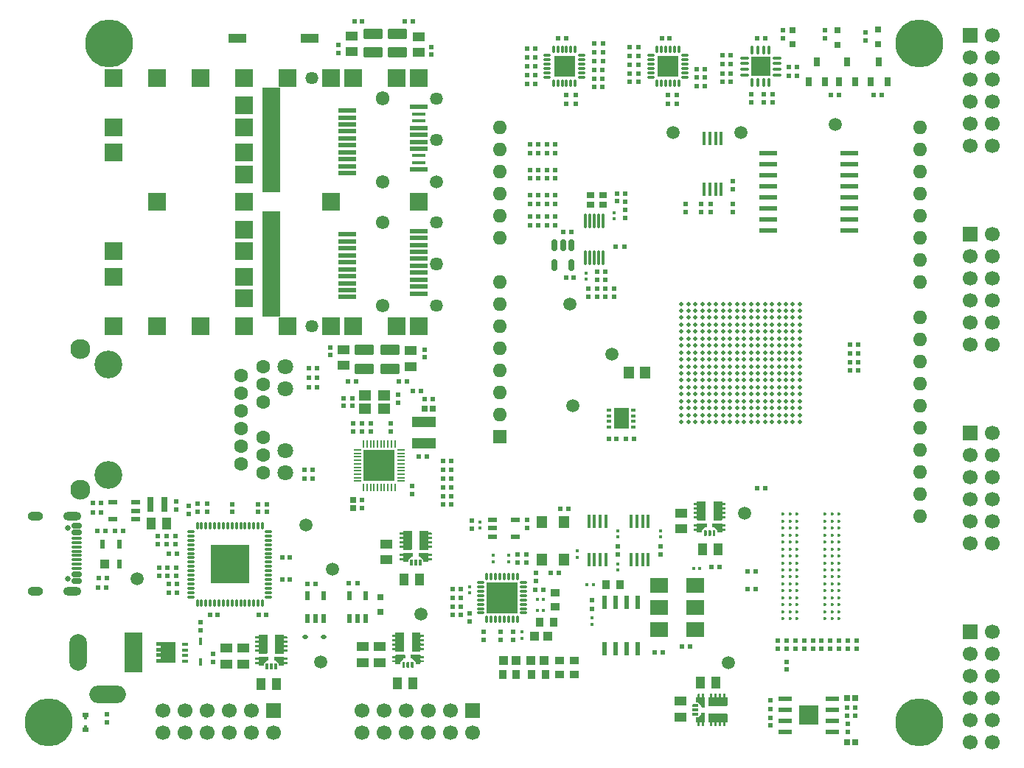
<source format=gbr>
%TF.GenerationSoftware,KiCad,Pcbnew,9.0.1*%
%TF.CreationDate,2025-05-15T18:24:47+02:00*%
%TF.ProjectId,Marble_Tiny,4d617262-6c65-45f5-9469-6e792e6b6963,rev?*%
%TF.SameCoordinates,Original*%
%TF.FileFunction,Soldermask,Top*%
%TF.FilePolarity,Negative*%
%FSLAX46Y46*%
G04 Gerber Fmt 4.6, Leading zero omitted, Abs format (unit mm)*
G04 Created by KiCad (PCBNEW 9.0.1) date 2025-05-15 18:24:47*
%MOMM*%
%LPD*%
G01*
G04 APERTURE LIST*
G04 Aperture macros list*
%AMRoundRect*
0 Rectangle with rounded corners*
0 $1 Rounding radius*
0 $2 $3 $4 $5 $6 $7 $8 $9 X,Y pos of 4 corners*
0 Add a 4 corners polygon primitive as box body*
4,1,4,$2,$3,$4,$5,$6,$7,$8,$9,$2,$3,0*
0 Add four circle primitives for the rounded corners*
1,1,$1+$1,$2,$3*
1,1,$1+$1,$4,$5*
1,1,$1+$1,$6,$7*
1,1,$1+$1,$8,$9*
0 Add four rect primitives between the rounded corners*
20,1,$1+$1,$2,$3,$4,$5,0*
20,1,$1+$1,$4,$5,$6,$7,0*
20,1,$1+$1,$6,$7,$8,$9,0*
20,1,$1+$1,$8,$9,$2,$3,0*%
%AMFreePoly0*
4,1,17,1.395000,0.765000,0.855000,0.765000,0.855000,0.535000,1.395000,0.535000,1.395000,0.115000,0.855000,0.115000,0.855000,-0.115000,1.395000,-0.115000,1.395000,-0.535000,0.855000,-0.535000,0.855000,-0.765000,1.395000,-0.765000,1.395000,-1.185000,-0.855000,-1.185000,-0.855000,1.185000,1.395000,1.185000,1.395000,0.765000,1.395000,0.765000,$1*%
G04 Aperture macros list end*
%ADD10C,0.000000*%
%ADD11R,0.580000X0.620000*%
%ADD12R,0.620000X0.620000*%
%ADD13R,0.620000X0.580000*%
%ADD14RoundRect,0.087500X-0.087500X0.725000X-0.087500X-0.725000X0.087500X-0.725000X0.087500X0.725000X0*%
%ADD15R,1.100000X0.600000*%
%ADD16R,1.400000X1.050000*%
%ADD17C,1.500000*%
%ADD18RoundRect,0.150000X-0.300000X-0.000010X0.300000X-0.000010X0.300000X0.000010X-0.300000X0.000010X0*%
%ADD19RoundRect,0.150000X0.000010X-0.300000X0.000010X0.300000X-0.000010X0.300000X-0.000010X-0.300000X0*%
%ADD20R,3.550000X3.550000*%
%ADD21R,0.400000X0.450000*%
%ADD22R,1.000000X1.000000*%
%ADD23R,1.050000X0.950000*%
%ADD24R,1.700000X1.700000*%
%ADD25C,1.700000*%
%ADD26RoundRect,0.250000X-0.850000X0.375000X-0.850000X-0.375000X0.850000X-0.375000X0.850000X0.375000X0*%
%ADD27RoundRect,0.150000X-0.150000X0.512500X-0.150000X-0.512500X0.150000X-0.512500X0.150000X0.512500X0*%
%ADD28RoundRect,0.150000X-0.275000X-0.000010X0.275000X-0.000010X0.275000X0.000010X-0.275000X0.000010X0*%
%ADD29RoundRect,0.150000X0.000010X-0.275000X0.000010X0.275000X-0.000010X0.275000X-0.000010X-0.275000X0*%
%ADD30R,2.450000X2.450000*%
%ADD31R,0.650000X1.050000*%
%ADD32R,1.250000X1.350000*%
%ADD33R,1.100000X1.450000*%
%ADD34R,0.450000X0.400000*%
%ADD35C,0.650000*%
%ADD36RoundRect,0.150000X-0.425000X0.150000X-0.425000X-0.150000X0.425000X-0.150000X0.425000X0.150000X0*%
%ADD37RoundRect,0.075000X-0.500000X0.075000X-0.500000X-0.075000X0.500000X-0.075000X0.500000X0.075000X0*%
%ADD38O,2.100000X1.000000*%
%ADD39O,1.800000X1.000000*%
%ADD40R,0.600000X1.000000*%
%ADD41C,5.500000*%
%ADD42RoundRect,0.250000X0.850000X-0.375000X0.850000X0.375000X-0.850000X0.375000X-0.850000X-0.375000X0*%
%ADD43R,0.720000X0.710000*%
%ADD44R,0.900000X0.800000*%
%ADD45R,1.150000X1.450000*%
%ADD46R,0.600000X1.100000*%
%ADD47R,0.800000X0.500000*%
%ADD48R,0.350000X0.300000*%
%ADD49R,4.450000X4.450000*%
%ADD50R,0.460000X0.820000*%
%ADD51R,0.450000X1.500000*%
%ADD52R,0.710000X0.720000*%
%ADD53R,2.000000X2.000000*%
%ADD54C,1.458000*%
%ADD55RoundRect,0.105000X0.245000X0.105000X-0.245000X0.105000X-0.245000X-0.105000X0.245000X-0.105000X0*%
%ADD56FreePoly0,180.000000*%
%ADD57R,1.050000X1.400000*%
%ADD58R,0.950000X1.050000*%
%ADD59C,1.550000*%
%ADD60R,2.000000X0.500000*%
%ADD61R,2.000000X1.800000*%
%ADD62R,1.450000X1.100000*%
%ADD63RoundRect,0.175000X-0.350000X-0.000010X0.350000X-0.000010X0.350000X0.000010X-0.350000X0.000010X0*%
%ADD64RoundRect,0.175000X0.000010X-0.350000X0.000010X0.350000X-0.000010X0.350000X-0.000010X-0.350000X0*%
%ADD65R,2.250000X2.250000*%
%ADD66C,0.360000*%
%ADD67R,0.600000X1.550000*%
%ADD68R,0.620000X0.600000*%
%ADD69R,0.800000X0.800000*%
%ADD70R,0.800000X1.800000*%
%ADD71R,2.150000X1.100000*%
%ADD72C,3.200000*%
%ADD73C,1.600000*%
%ADD74C,1.800000*%
%ADD75C,2.300000*%
%ADD76R,0.600000X0.300000*%
%ADD77R,1.700000X2.450000*%
%ADD78RoundRect,0.112500X-0.187500X-0.112500X0.187500X-0.112500X0.187500X0.112500X-0.187500X0.112500X0*%
%ADD79C,0.500000*%
%ADD80R,1.600000X1.600000*%
%ADD81O,1.600000X1.600000*%
%ADD82R,1.400000X1.150000*%
%ADD83R,2.000000X0.600000*%
%ADD84R,1.550000X0.600000*%
%ADD85R,2.300000X2.300000*%
%ADD86R,2.800000X1.250000*%
%ADD87RoundRect,0.100000X-0.325000X-0.000010X0.325000X-0.000010X0.325000X0.000010X-0.325000X0.000010X0*%
%ADD88RoundRect,0.100000X0.000010X-0.325000X0.000010X0.325000X-0.000010X0.325000X-0.000010X-0.325000X0*%
%ADD89R,3.600000X3.600000*%
%ADD90R,0.600000X0.620000*%
%ADD91R,2.000000X4.600000*%
%ADD92O,2.000000X4.200000*%
%ADD93O,4.200000X2.000000*%
%ADD94R,1.500000X0.400000*%
G04 APERTURE END LIST*
D10*
%TO.C,U11*%
G36*
X181560000Y-133941000D02*
G01*
X181566000Y-133941000D01*
X181571000Y-133942000D01*
X181576000Y-133943000D01*
X181581000Y-133945000D01*
X181586000Y-133947000D01*
X181591000Y-133949000D01*
X181595000Y-133951000D01*
X181600000Y-133953000D01*
X181604000Y-133956000D01*
X181609000Y-133959000D01*
X181613000Y-133962000D01*
X181617000Y-133966000D01*
X181621000Y-133969000D01*
X181624000Y-133973000D01*
X181628000Y-133977000D01*
X181631000Y-133981000D01*
X181634000Y-133986000D01*
X181637000Y-133990000D01*
X181639000Y-133995000D01*
X181641000Y-133999000D01*
X181643000Y-134004000D01*
X181645000Y-134009000D01*
X181647000Y-134014000D01*
X181648000Y-134019000D01*
X181649000Y-134024000D01*
X181649000Y-134030000D01*
X181650000Y-134035000D01*
X181650000Y-134165000D01*
X181649000Y-134170000D01*
X181649000Y-134176000D01*
X181648000Y-134181000D01*
X181647000Y-134186000D01*
X181645000Y-134191000D01*
X181643000Y-134196000D01*
X181641000Y-134201000D01*
X181639000Y-134205000D01*
X181637000Y-134210000D01*
X181634000Y-134214000D01*
X181631000Y-134219000D01*
X181628000Y-134223000D01*
X181624000Y-134227000D01*
X181621000Y-134231000D01*
X181617000Y-134234000D01*
X181613000Y-134238000D01*
X181609000Y-134241000D01*
X181604000Y-134244000D01*
X181600000Y-134247000D01*
X181595000Y-134249000D01*
X181591000Y-134251000D01*
X181586000Y-134253000D01*
X181581000Y-134255000D01*
X181576000Y-134257000D01*
X181571000Y-134258000D01*
X181566000Y-134259000D01*
X181560000Y-134259000D01*
X181555000Y-134260000D01*
X181550000Y-134260000D01*
X181050000Y-134260000D01*
X181045000Y-134260000D01*
X181040000Y-134259000D01*
X181034000Y-134259000D01*
X181029000Y-134258000D01*
X181024000Y-134257000D01*
X181019000Y-134255000D01*
X181014000Y-134253000D01*
X181009000Y-134251000D01*
X181005000Y-134249000D01*
X181000000Y-134247000D01*
X180996000Y-134244000D01*
X180991000Y-134241000D01*
X180987000Y-134238000D01*
X180983000Y-134234000D01*
X180979000Y-134231000D01*
X180976000Y-134227000D01*
X180972000Y-134223000D01*
X180969000Y-134219000D01*
X180966000Y-134214000D01*
X180963000Y-134210000D01*
X180961000Y-134205000D01*
X180959000Y-134201000D01*
X180957000Y-134196000D01*
X180955000Y-134191000D01*
X180953000Y-134186000D01*
X180952000Y-134181000D01*
X180951000Y-134176000D01*
X180951000Y-134170000D01*
X180950000Y-134165000D01*
X180950000Y-134035000D01*
X180951000Y-134030000D01*
X180951000Y-134024000D01*
X180952000Y-134019000D01*
X180953000Y-134014000D01*
X180955000Y-134009000D01*
X180957000Y-134004000D01*
X180959000Y-133999000D01*
X180961000Y-133995000D01*
X180963000Y-133990000D01*
X180966000Y-133986000D01*
X180969000Y-133981000D01*
X180972000Y-133977000D01*
X180976000Y-133973000D01*
X180979000Y-133969000D01*
X180983000Y-133966000D01*
X180987000Y-133962000D01*
X180991000Y-133959000D01*
X180996000Y-133956000D01*
X181000000Y-133953000D01*
X181005000Y-133951000D01*
X181009000Y-133949000D01*
X181014000Y-133947000D01*
X181019000Y-133945000D01*
X181024000Y-133943000D01*
X181029000Y-133942000D01*
X181034000Y-133941000D01*
X181040000Y-133941000D01*
X181045000Y-133940000D01*
X181050000Y-133940000D01*
X181550000Y-133940000D01*
X181555000Y-133940000D01*
X181560000Y-133941000D01*
G37*
G36*
X181560000Y-134441000D02*
G01*
X181566000Y-134441000D01*
X181571000Y-134442000D01*
X181576000Y-134443000D01*
X181581000Y-134445000D01*
X181586000Y-134447000D01*
X181591000Y-134449000D01*
X181595000Y-134451000D01*
X181600000Y-134453000D01*
X181604000Y-134456000D01*
X181609000Y-134459000D01*
X181613000Y-134462000D01*
X181617000Y-134466000D01*
X181621000Y-134469000D01*
X181624000Y-134473000D01*
X181628000Y-134477000D01*
X181631000Y-134481000D01*
X181634000Y-134486000D01*
X181637000Y-134490000D01*
X181639000Y-134495000D01*
X181641000Y-134499000D01*
X181643000Y-134504000D01*
X181645000Y-134509000D01*
X181647000Y-134514000D01*
X181648000Y-134519000D01*
X181649000Y-134524000D01*
X181649000Y-134530000D01*
X181650000Y-134535000D01*
X181650000Y-134665000D01*
X181649000Y-134670000D01*
X181649000Y-134676000D01*
X181648000Y-134681000D01*
X181647000Y-134686000D01*
X181645000Y-134691000D01*
X181643000Y-134696000D01*
X181641000Y-134701000D01*
X181639000Y-134705000D01*
X181637000Y-134710000D01*
X181634000Y-134714000D01*
X181631000Y-134719000D01*
X181628000Y-134723000D01*
X181624000Y-134727000D01*
X181621000Y-134731000D01*
X181617000Y-134734000D01*
X181613000Y-134738000D01*
X181609000Y-134741000D01*
X181604000Y-134744000D01*
X181600000Y-134747000D01*
X181595000Y-134749000D01*
X181591000Y-134751000D01*
X181586000Y-134753000D01*
X181581000Y-134755000D01*
X181576000Y-134757000D01*
X181571000Y-134758000D01*
X181566000Y-134759000D01*
X181560000Y-134759000D01*
X181555000Y-134760000D01*
X181550000Y-134760000D01*
X181050000Y-134760000D01*
X181045000Y-134760000D01*
X181040000Y-134759000D01*
X181034000Y-134759000D01*
X181029000Y-134758000D01*
X181024000Y-134757000D01*
X181019000Y-134755000D01*
X181014000Y-134753000D01*
X181009000Y-134751000D01*
X181005000Y-134749000D01*
X181000000Y-134747000D01*
X180996000Y-134744000D01*
X180991000Y-134741000D01*
X180987000Y-134738000D01*
X180983000Y-134734000D01*
X180979000Y-134731000D01*
X180976000Y-134727000D01*
X180972000Y-134723000D01*
X180969000Y-134719000D01*
X180966000Y-134714000D01*
X180963000Y-134710000D01*
X180961000Y-134705000D01*
X180959000Y-134701000D01*
X180957000Y-134696000D01*
X180955000Y-134691000D01*
X180953000Y-134686000D01*
X180952000Y-134681000D01*
X180951000Y-134676000D01*
X180951000Y-134670000D01*
X180950000Y-134665000D01*
X180950000Y-134535000D01*
X180951000Y-134530000D01*
X180951000Y-134524000D01*
X180952000Y-134519000D01*
X180953000Y-134514000D01*
X180955000Y-134509000D01*
X180957000Y-134504000D01*
X180959000Y-134499000D01*
X180961000Y-134495000D01*
X180963000Y-134490000D01*
X180966000Y-134486000D01*
X180969000Y-134481000D01*
X180972000Y-134477000D01*
X180976000Y-134473000D01*
X180979000Y-134469000D01*
X180983000Y-134466000D01*
X180987000Y-134462000D01*
X180991000Y-134459000D01*
X180996000Y-134456000D01*
X181000000Y-134453000D01*
X181005000Y-134451000D01*
X181009000Y-134449000D01*
X181014000Y-134447000D01*
X181019000Y-134445000D01*
X181024000Y-134443000D01*
X181029000Y-134442000D01*
X181034000Y-134441000D01*
X181040000Y-134441000D01*
X181045000Y-134440000D01*
X181050000Y-134440000D01*
X181550000Y-134440000D01*
X181555000Y-134440000D01*
X181560000Y-134441000D01*
G37*
G36*
X181560000Y-134941000D02*
G01*
X181566000Y-134941000D01*
X181571000Y-134942000D01*
X181576000Y-134943000D01*
X181581000Y-134945000D01*
X181586000Y-134947000D01*
X181591000Y-134949000D01*
X181595000Y-134951000D01*
X181600000Y-134953000D01*
X181604000Y-134956000D01*
X181609000Y-134959000D01*
X181613000Y-134962000D01*
X181617000Y-134966000D01*
X181621000Y-134969000D01*
X181624000Y-134973000D01*
X181628000Y-134977000D01*
X181631000Y-134981000D01*
X181634000Y-134986000D01*
X181637000Y-134990000D01*
X181639000Y-134995000D01*
X181641000Y-134999000D01*
X181643000Y-135004000D01*
X181645000Y-135009000D01*
X181647000Y-135014000D01*
X181648000Y-135019000D01*
X181649000Y-135024000D01*
X181649000Y-135030000D01*
X181650000Y-135035000D01*
X181650000Y-135165000D01*
X181649000Y-135170000D01*
X181649000Y-135176000D01*
X181648000Y-135181000D01*
X181647000Y-135186000D01*
X181645000Y-135191000D01*
X181643000Y-135196000D01*
X181641000Y-135201000D01*
X181639000Y-135205000D01*
X181637000Y-135210000D01*
X181634000Y-135214000D01*
X181631000Y-135219000D01*
X181628000Y-135223000D01*
X181624000Y-135227000D01*
X181621000Y-135231000D01*
X181617000Y-135234000D01*
X181613000Y-135238000D01*
X181609000Y-135241000D01*
X181604000Y-135244000D01*
X181600000Y-135247000D01*
X181595000Y-135249000D01*
X181591000Y-135251000D01*
X181586000Y-135253000D01*
X181581000Y-135255000D01*
X181576000Y-135257000D01*
X181571000Y-135258000D01*
X181566000Y-135259000D01*
X181560000Y-135259000D01*
X181555000Y-135260000D01*
X181550000Y-135260000D01*
X181050000Y-135260000D01*
X181045000Y-135260000D01*
X181040000Y-135259000D01*
X181034000Y-135259000D01*
X181029000Y-135258000D01*
X181024000Y-135257000D01*
X181019000Y-135255000D01*
X181014000Y-135253000D01*
X181009000Y-135251000D01*
X181005000Y-135249000D01*
X181000000Y-135247000D01*
X180996000Y-135244000D01*
X180991000Y-135241000D01*
X180987000Y-135238000D01*
X180983000Y-135234000D01*
X180979000Y-135231000D01*
X180976000Y-135227000D01*
X180972000Y-135223000D01*
X180969000Y-135219000D01*
X180966000Y-135214000D01*
X180963000Y-135210000D01*
X180961000Y-135205000D01*
X180959000Y-135201000D01*
X180957000Y-135196000D01*
X180955000Y-135191000D01*
X180953000Y-135186000D01*
X180952000Y-135181000D01*
X180951000Y-135176000D01*
X180951000Y-135170000D01*
X180950000Y-135165000D01*
X180950000Y-135035000D01*
X180951000Y-135030000D01*
X180951000Y-135024000D01*
X180952000Y-135019000D01*
X180953000Y-135014000D01*
X180955000Y-135009000D01*
X180957000Y-135004000D01*
X180959000Y-134999000D01*
X180961000Y-134995000D01*
X180963000Y-134990000D01*
X180966000Y-134986000D01*
X180969000Y-134981000D01*
X180972000Y-134977000D01*
X180976000Y-134973000D01*
X180979000Y-134969000D01*
X180983000Y-134966000D01*
X180987000Y-134962000D01*
X180991000Y-134959000D01*
X180996000Y-134956000D01*
X181000000Y-134953000D01*
X181005000Y-134951000D01*
X181009000Y-134949000D01*
X181014000Y-134947000D01*
X181019000Y-134945000D01*
X181024000Y-134943000D01*
X181029000Y-134942000D01*
X181034000Y-134941000D01*
X181040000Y-134941000D01*
X181045000Y-134940000D01*
X181050000Y-134940000D01*
X181550000Y-134940000D01*
X181555000Y-134940000D01*
X181560000Y-134941000D01*
G37*
G36*
X181783000Y-132751000D02*
G01*
X181785000Y-132751000D01*
X181788000Y-132752000D01*
X181790000Y-132752000D01*
X181793000Y-132753000D01*
X181795000Y-132754000D01*
X181798000Y-132755000D01*
X181800000Y-132757000D01*
X181802000Y-132758000D01*
X181804000Y-132760000D01*
X181806000Y-132761000D01*
X181808000Y-132763000D01*
X181810000Y-132765000D01*
X181812000Y-132767000D01*
X181814000Y-132769000D01*
X181815000Y-132771000D01*
X181817000Y-132773000D01*
X181818000Y-132775000D01*
X181820000Y-132777000D01*
X181821000Y-132780000D01*
X181822000Y-132782000D01*
X181823000Y-132785000D01*
X181823000Y-132787000D01*
X181824000Y-132790000D01*
X181824000Y-132792000D01*
X181825000Y-132795000D01*
X181825000Y-133105000D01*
X181826000Y-133108000D01*
X181826000Y-133110000D01*
X181827000Y-133113000D01*
X181827000Y-133115000D01*
X181828000Y-133118000D01*
X181829000Y-133120000D01*
X181830000Y-133123000D01*
X181832000Y-133125000D01*
X181833000Y-133127000D01*
X181835000Y-133129000D01*
X181836000Y-133131000D01*
X181838000Y-133133000D01*
X181840000Y-133135000D01*
X181842000Y-133137000D01*
X181844000Y-133139000D01*
X181846000Y-133140000D01*
X181848000Y-133142000D01*
X181850000Y-133143000D01*
X181852000Y-133145000D01*
X181855000Y-133146000D01*
X181857000Y-133147000D01*
X181860000Y-133148000D01*
X181862000Y-133148000D01*
X181865000Y-133149000D01*
X181867000Y-133149000D01*
X181870000Y-133150000D01*
X181872000Y-133150000D01*
X181875000Y-133150000D01*
X182025000Y-133150000D01*
X182028000Y-133150000D01*
X182030000Y-133150000D01*
X182033000Y-133149000D01*
X182035000Y-133149000D01*
X182038000Y-133148000D01*
X182040000Y-133148000D01*
X182043000Y-133147000D01*
X182045000Y-133146000D01*
X182048000Y-133145000D01*
X182050000Y-133143000D01*
X182052000Y-133142000D01*
X182054000Y-133140000D01*
X182056000Y-133139000D01*
X182058000Y-133137000D01*
X182060000Y-133135000D01*
X182062000Y-133133000D01*
X182064000Y-133131000D01*
X182065000Y-133129000D01*
X182067000Y-133127000D01*
X182068000Y-133125000D01*
X182070000Y-133123000D01*
X182071000Y-133120000D01*
X182072000Y-133118000D01*
X182073000Y-133115000D01*
X182073000Y-133113000D01*
X182074000Y-133110000D01*
X182074000Y-133108000D01*
X182075000Y-133105000D01*
X182075000Y-132795000D01*
X182076000Y-132792000D01*
X182076000Y-132790000D01*
X182077000Y-132787000D01*
X182077000Y-132785000D01*
X182078000Y-132782000D01*
X182079000Y-132780000D01*
X182080000Y-132777000D01*
X182082000Y-132775000D01*
X182083000Y-132773000D01*
X182085000Y-132771000D01*
X182086000Y-132769000D01*
X182088000Y-132767000D01*
X182090000Y-132765000D01*
X182092000Y-132763000D01*
X182094000Y-132761000D01*
X182096000Y-132760000D01*
X182098000Y-132758000D01*
X182100000Y-132757000D01*
X182102000Y-132755000D01*
X182105000Y-132754000D01*
X182107000Y-132753000D01*
X182110000Y-132752000D01*
X182112000Y-132752000D01*
X182115000Y-132751000D01*
X182117000Y-132751000D01*
X182120000Y-132750000D01*
X182122000Y-132750000D01*
X182125000Y-132750000D01*
X182275000Y-132750000D01*
X182278000Y-132750000D01*
X182280000Y-132750000D01*
X182283000Y-132751000D01*
X182285000Y-132751000D01*
X182288000Y-132752000D01*
X182290000Y-132752000D01*
X182293000Y-132753000D01*
X182295000Y-132754000D01*
X182298000Y-132755000D01*
X182300000Y-132757000D01*
X182302000Y-132758000D01*
X182304000Y-132760000D01*
X182306000Y-132761000D01*
X182308000Y-132763000D01*
X182310000Y-132765000D01*
X182312000Y-132767000D01*
X182314000Y-132769000D01*
X182315000Y-132771000D01*
X182317000Y-132773000D01*
X182318000Y-132775000D01*
X182320000Y-132777000D01*
X182321000Y-132780000D01*
X182322000Y-132782000D01*
X182323000Y-132785000D01*
X182323000Y-132787000D01*
X182324000Y-132790000D01*
X182324000Y-132792000D01*
X182325000Y-132795000D01*
X182325000Y-133105000D01*
X182326000Y-133108000D01*
X182326000Y-133110000D01*
X182327000Y-133113000D01*
X182327000Y-133115000D01*
X182328000Y-133118000D01*
X182329000Y-133120000D01*
X182330000Y-133123000D01*
X182332000Y-133125000D01*
X182333000Y-133127000D01*
X182335000Y-133129000D01*
X182336000Y-133131000D01*
X182338000Y-133133000D01*
X182340000Y-133135000D01*
X182342000Y-133137000D01*
X182344000Y-133139000D01*
X182346000Y-133140000D01*
X182348000Y-133142000D01*
X182350000Y-133143000D01*
X182352000Y-133145000D01*
X182355000Y-133146000D01*
X182357000Y-133147000D01*
X182360000Y-133148000D01*
X182362000Y-133148000D01*
X182365000Y-133149000D01*
X182367000Y-133149000D01*
X182370000Y-133150000D01*
X182372000Y-133150000D01*
X182375000Y-133150000D01*
X182378000Y-133150000D01*
X182380000Y-133150000D01*
X182383000Y-133151000D01*
X182385000Y-133151000D01*
X182388000Y-133152000D01*
X182390000Y-133152000D01*
X182393000Y-133153000D01*
X182395000Y-133154000D01*
X182398000Y-133155000D01*
X182400000Y-133157000D01*
X182402000Y-133158000D01*
X182404000Y-133160000D01*
X182406000Y-133161000D01*
X182408000Y-133163000D01*
X182410000Y-133165000D01*
X182412000Y-133167000D01*
X182414000Y-133169000D01*
X182415000Y-133171000D01*
X182417000Y-133173000D01*
X182418000Y-133175000D01*
X182420000Y-133177000D01*
X182421000Y-133180000D01*
X182422000Y-133182000D01*
X182423000Y-133185000D01*
X182423000Y-133187000D01*
X182424000Y-133190000D01*
X182424000Y-133192000D01*
X182425000Y-133195000D01*
X182425000Y-134250000D01*
X182424000Y-134253000D01*
X182424000Y-134255000D01*
X182423000Y-134258000D01*
X182423000Y-134260000D01*
X182422000Y-134263000D01*
X182421000Y-134265000D01*
X182420000Y-134268000D01*
X182418000Y-134270000D01*
X182417000Y-134272000D01*
X182415000Y-134274000D01*
X182414000Y-134276000D01*
X182412000Y-134278000D01*
X182410000Y-134280000D01*
X182408000Y-134282000D01*
X182406000Y-134284000D01*
X182404000Y-134285000D01*
X182402000Y-134287000D01*
X182400000Y-134288000D01*
X182398000Y-134290000D01*
X182395000Y-134291000D01*
X182393000Y-134292000D01*
X182390000Y-134293000D01*
X182388000Y-134293000D01*
X182385000Y-134294000D01*
X182383000Y-134294000D01*
X182380000Y-134295000D01*
X182378000Y-134295000D01*
X182375000Y-134295000D01*
X182055000Y-134295000D01*
X182052000Y-134295000D01*
X182050000Y-134295000D01*
X182047000Y-134294000D01*
X182045000Y-134294000D01*
X182042000Y-134293000D01*
X182040000Y-134293000D01*
X182037000Y-134292000D01*
X182035000Y-134291000D01*
X182032000Y-134290000D01*
X182030000Y-134288000D01*
X182028000Y-134287000D01*
X182026000Y-134285000D01*
X182024000Y-134284000D01*
X182022000Y-134282000D01*
X182020000Y-134280000D01*
X182018000Y-134278000D01*
X182016000Y-134276000D01*
X182015000Y-134274000D01*
X182013000Y-134272000D01*
X182012000Y-134270000D01*
X182010000Y-134268000D01*
X182009000Y-134265000D01*
X182008000Y-134263000D01*
X182007000Y-134260000D01*
X182007000Y-134258000D01*
X182006000Y-134255000D01*
X182006000Y-134253000D01*
X182005000Y-134250000D01*
X182005000Y-134116000D01*
X182004000Y-134115000D01*
X182004000Y-134111000D01*
X182003000Y-134110000D01*
X182003000Y-134107000D01*
X182002000Y-134106000D01*
X182002000Y-134105000D01*
X182001000Y-134104000D01*
X182001000Y-134102000D01*
X182000000Y-134101000D01*
X182000000Y-134100000D01*
X181999000Y-134099000D01*
X181998000Y-134098000D01*
X181998000Y-134097000D01*
X181997000Y-134095000D01*
X181996000Y-134094000D01*
X181995000Y-134093000D01*
X181995000Y-134092000D01*
X181994000Y-134091000D01*
X181993000Y-134090000D01*
X181992000Y-134089000D01*
X181991000Y-134088000D01*
X181990000Y-134087000D01*
X181643000Y-133740000D01*
X181642000Y-133739000D01*
X181641000Y-133738000D01*
X181640000Y-133737000D01*
X181639000Y-133736000D01*
X181638000Y-133735000D01*
X181637000Y-133735000D01*
X181636000Y-133734000D01*
X181635000Y-133733000D01*
X181633000Y-133732000D01*
X181632000Y-133732000D01*
X181631000Y-133731000D01*
X181630000Y-133730000D01*
X181629000Y-133730000D01*
X181628000Y-133729000D01*
X181626000Y-133729000D01*
X181625000Y-133728000D01*
X181624000Y-133728000D01*
X181623000Y-133727000D01*
X181621000Y-133727000D01*
X181620000Y-133727000D01*
X181619000Y-133726000D01*
X181618000Y-133726000D01*
X181616000Y-133726000D01*
X181615000Y-133726000D01*
X181614000Y-133725000D01*
X181613000Y-133725000D01*
X181611000Y-133725000D01*
X181610000Y-133725000D01*
X181609000Y-133725000D01*
X181607000Y-133725000D01*
X181400000Y-133725000D01*
X181397000Y-133725000D01*
X181395000Y-133725000D01*
X181392000Y-133724000D01*
X181390000Y-133724000D01*
X181387000Y-133723000D01*
X181385000Y-133723000D01*
X181382000Y-133722000D01*
X181380000Y-133721000D01*
X181377000Y-133720000D01*
X181375000Y-133718000D01*
X181373000Y-133717000D01*
X181371000Y-133715000D01*
X181369000Y-133714000D01*
X181367000Y-133712000D01*
X181365000Y-133710000D01*
X181363000Y-133708000D01*
X181361000Y-133706000D01*
X181360000Y-133704000D01*
X181358000Y-133702000D01*
X181357000Y-133700000D01*
X181355000Y-133698000D01*
X181354000Y-133695000D01*
X181353000Y-133693000D01*
X181352000Y-133690000D01*
X181352000Y-133688000D01*
X181351000Y-133685000D01*
X181351000Y-133683000D01*
X181350000Y-133680000D01*
X181350000Y-133195000D01*
X181351000Y-133192000D01*
X181351000Y-133190000D01*
X181352000Y-133187000D01*
X181352000Y-133185000D01*
X181353000Y-133182000D01*
X181354000Y-133180000D01*
X181355000Y-133177000D01*
X181357000Y-133175000D01*
X181358000Y-133173000D01*
X181360000Y-133171000D01*
X181361000Y-133169000D01*
X181363000Y-133167000D01*
X181365000Y-133165000D01*
X181367000Y-133163000D01*
X181369000Y-133161000D01*
X181371000Y-133160000D01*
X181373000Y-133158000D01*
X181375000Y-133157000D01*
X181377000Y-133155000D01*
X181380000Y-133154000D01*
X181382000Y-133153000D01*
X181385000Y-133152000D01*
X181387000Y-133152000D01*
X181390000Y-133151000D01*
X181392000Y-133151000D01*
X181395000Y-133150000D01*
X181397000Y-133150000D01*
X181400000Y-133150000D01*
X181525000Y-133150000D01*
X181528000Y-133150000D01*
X181530000Y-133150000D01*
X181533000Y-133149000D01*
X181535000Y-133149000D01*
X181538000Y-133148000D01*
X181540000Y-133148000D01*
X181543000Y-133147000D01*
X181545000Y-133146000D01*
X181548000Y-133145000D01*
X181550000Y-133143000D01*
X181552000Y-133142000D01*
X181554000Y-133140000D01*
X181556000Y-133139000D01*
X181558000Y-133137000D01*
X181560000Y-133135000D01*
X181562000Y-133133000D01*
X181564000Y-133131000D01*
X181565000Y-133129000D01*
X181567000Y-133127000D01*
X181568000Y-133125000D01*
X181570000Y-133123000D01*
X181571000Y-133120000D01*
X181572000Y-133118000D01*
X181573000Y-133115000D01*
X181573000Y-133113000D01*
X181574000Y-133110000D01*
X181574000Y-133108000D01*
X181575000Y-133105000D01*
X181575000Y-132795000D01*
X181576000Y-132792000D01*
X181576000Y-132790000D01*
X181577000Y-132787000D01*
X181577000Y-132785000D01*
X181578000Y-132782000D01*
X181579000Y-132780000D01*
X181580000Y-132777000D01*
X181582000Y-132775000D01*
X181583000Y-132773000D01*
X181585000Y-132771000D01*
X181586000Y-132769000D01*
X181588000Y-132767000D01*
X181590000Y-132765000D01*
X181592000Y-132763000D01*
X181594000Y-132761000D01*
X181596000Y-132760000D01*
X181598000Y-132758000D01*
X181600000Y-132757000D01*
X181602000Y-132755000D01*
X181605000Y-132754000D01*
X181607000Y-132753000D01*
X181610000Y-132752000D01*
X181612000Y-132752000D01*
X181615000Y-132751000D01*
X181617000Y-132751000D01*
X181620000Y-132750000D01*
X181622000Y-132750000D01*
X181625000Y-132750000D01*
X181775000Y-132750000D01*
X181778000Y-132750000D01*
X181780000Y-132750000D01*
X181783000Y-132751000D01*
G37*
G36*
X182383000Y-134906000D02*
G01*
X182385000Y-134906000D01*
X182388000Y-134907000D01*
X182390000Y-134907000D01*
X182393000Y-134908000D01*
X182395000Y-134909000D01*
X182398000Y-134910000D01*
X182400000Y-134912000D01*
X182402000Y-134913000D01*
X182404000Y-134915000D01*
X182406000Y-134916000D01*
X182408000Y-134918000D01*
X182410000Y-134920000D01*
X182412000Y-134922000D01*
X182414000Y-134924000D01*
X182415000Y-134926000D01*
X182417000Y-134928000D01*
X182418000Y-134930000D01*
X182420000Y-134932000D01*
X182421000Y-134935000D01*
X182422000Y-134937000D01*
X182423000Y-134940000D01*
X182423000Y-134942000D01*
X182424000Y-134945000D01*
X182424000Y-134947000D01*
X182425000Y-134950000D01*
X182425000Y-136005000D01*
X182424000Y-136008000D01*
X182424000Y-136010000D01*
X182423000Y-136013000D01*
X182423000Y-136015000D01*
X182422000Y-136018000D01*
X182421000Y-136020000D01*
X182420000Y-136023000D01*
X182418000Y-136025000D01*
X182417000Y-136027000D01*
X182415000Y-136029000D01*
X182414000Y-136031000D01*
X182412000Y-136033000D01*
X182410000Y-136035000D01*
X182408000Y-136037000D01*
X182406000Y-136039000D01*
X182404000Y-136040000D01*
X182402000Y-136042000D01*
X182400000Y-136043000D01*
X182398000Y-136045000D01*
X182395000Y-136046000D01*
X182393000Y-136047000D01*
X182390000Y-136048000D01*
X182388000Y-136048000D01*
X182385000Y-136049000D01*
X182383000Y-136049000D01*
X182380000Y-136050000D01*
X182378000Y-136050000D01*
X182375000Y-136050000D01*
X182372000Y-136050000D01*
X182370000Y-136050000D01*
X182367000Y-136051000D01*
X182365000Y-136051000D01*
X182362000Y-136052000D01*
X182360000Y-136052000D01*
X182357000Y-136053000D01*
X182355000Y-136054000D01*
X182352000Y-136055000D01*
X182350000Y-136057000D01*
X182348000Y-136058000D01*
X182346000Y-136060000D01*
X182344000Y-136061000D01*
X182342000Y-136063000D01*
X182340000Y-136065000D01*
X182338000Y-136067000D01*
X182336000Y-136069000D01*
X182335000Y-136071000D01*
X182333000Y-136073000D01*
X182332000Y-136075000D01*
X182330000Y-136077000D01*
X182329000Y-136080000D01*
X182328000Y-136082000D01*
X182327000Y-136085000D01*
X182327000Y-136087000D01*
X182326000Y-136090000D01*
X182326000Y-136092000D01*
X182325000Y-136095000D01*
X182325000Y-136405000D01*
X182324000Y-136408000D01*
X182324000Y-136410000D01*
X182323000Y-136413000D01*
X182323000Y-136415000D01*
X182322000Y-136418000D01*
X182321000Y-136420000D01*
X182320000Y-136423000D01*
X182318000Y-136425000D01*
X182317000Y-136427000D01*
X182315000Y-136429000D01*
X182314000Y-136431000D01*
X182312000Y-136433000D01*
X182310000Y-136435000D01*
X182308000Y-136437000D01*
X182306000Y-136439000D01*
X182304000Y-136440000D01*
X182302000Y-136442000D01*
X182300000Y-136443000D01*
X182298000Y-136445000D01*
X182295000Y-136446000D01*
X182293000Y-136447000D01*
X182290000Y-136448000D01*
X182288000Y-136448000D01*
X182285000Y-136449000D01*
X182283000Y-136449000D01*
X182280000Y-136450000D01*
X182278000Y-136450000D01*
X182275000Y-136450000D01*
X182125000Y-136450000D01*
X182122000Y-136450000D01*
X182120000Y-136450000D01*
X182117000Y-136449000D01*
X182115000Y-136449000D01*
X182112000Y-136448000D01*
X182110000Y-136448000D01*
X182107000Y-136447000D01*
X182105000Y-136446000D01*
X182102000Y-136445000D01*
X182100000Y-136443000D01*
X182098000Y-136442000D01*
X182096000Y-136440000D01*
X182094000Y-136439000D01*
X182092000Y-136437000D01*
X182090000Y-136435000D01*
X182088000Y-136433000D01*
X182086000Y-136431000D01*
X182085000Y-136429000D01*
X182083000Y-136427000D01*
X182082000Y-136425000D01*
X182080000Y-136423000D01*
X182079000Y-136420000D01*
X182078000Y-136418000D01*
X182077000Y-136415000D01*
X182077000Y-136413000D01*
X182076000Y-136410000D01*
X182076000Y-136408000D01*
X182075000Y-136405000D01*
X182075000Y-136095000D01*
X182074000Y-136092000D01*
X182074000Y-136090000D01*
X182073000Y-136087000D01*
X182073000Y-136085000D01*
X182072000Y-136082000D01*
X182071000Y-136080000D01*
X182070000Y-136077000D01*
X182068000Y-136075000D01*
X182067000Y-136073000D01*
X182065000Y-136071000D01*
X182064000Y-136069000D01*
X182062000Y-136067000D01*
X182060000Y-136065000D01*
X182058000Y-136063000D01*
X182056000Y-136061000D01*
X182054000Y-136060000D01*
X182052000Y-136058000D01*
X182050000Y-136057000D01*
X182048000Y-136055000D01*
X182045000Y-136054000D01*
X182043000Y-136053000D01*
X182040000Y-136052000D01*
X182038000Y-136052000D01*
X182035000Y-136051000D01*
X182033000Y-136051000D01*
X182030000Y-136050000D01*
X182028000Y-136050000D01*
X182025000Y-136050000D01*
X181875000Y-136050000D01*
X181872000Y-136050000D01*
X181870000Y-136050000D01*
X181867000Y-136051000D01*
X181865000Y-136051000D01*
X181862000Y-136052000D01*
X181860000Y-136052000D01*
X181857000Y-136053000D01*
X181855000Y-136054000D01*
X181852000Y-136055000D01*
X181850000Y-136057000D01*
X181848000Y-136058000D01*
X181846000Y-136060000D01*
X181844000Y-136061000D01*
X181842000Y-136063000D01*
X181840000Y-136065000D01*
X181838000Y-136067000D01*
X181836000Y-136069000D01*
X181835000Y-136071000D01*
X181833000Y-136073000D01*
X181832000Y-136075000D01*
X181830000Y-136077000D01*
X181829000Y-136080000D01*
X181828000Y-136082000D01*
X181827000Y-136085000D01*
X181827000Y-136087000D01*
X181826000Y-136090000D01*
X181826000Y-136092000D01*
X181825000Y-136095000D01*
X181825000Y-136405000D01*
X181824000Y-136408000D01*
X181824000Y-136410000D01*
X181823000Y-136413000D01*
X181823000Y-136415000D01*
X181822000Y-136418000D01*
X181821000Y-136420000D01*
X181820000Y-136423000D01*
X181818000Y-136425000D01*
X181817000Y-136427000D01*
X181815000Y-136429000D01*
X181814000Y-136431000D01*
X181812000Y-136433000D01*
X181810000Y-136435000D01*
X181808000Y-136437000D01*
X181806000Y-136439000D01*
X181804000Y-136440000D01*
X181802000Y-136442000D01*
X181800000Y-136443000D01*
X181798000Y-136445000D01*
X181795000Y-136446000D01*
X181793000Y-136447000D01*
X181790000Y-136448000D01*
X181788000Y-136448000D01*
X181785000Y-136449000D01*
X181783000Y-136449000D01*
X181780000Y-136450000D01*
X181778000Y-136450000D01*
X181775000Y-136450000D01*
X181625000Y-136450000D01*
X181622000Y-136450000D01*
X181620000Y-136450000D01*
X181617000Y-136449000D01*
X181615000Y-136449000D01*
X181612000Y-136448000D01*
X181610000Y-136448000D01*
X181607000Y-136447000D01*
X181605000Y-136446000D01*
X181602000Y-136445000D01*
X181600000Y-136443000D01*
X181598000Y-136442000D01*
X181596000Y-136440000D01*
X181594000Y-136439000D01*
X181592000Y-136437000D01*
X181590000Y-136435000D01*
X181588000Y-136433000D01*
X181586000Y-136431000D01*
X181585000Y-136429000D01*
X181583000Y-136427000D01*
X181582000Y-136425000D01*
X181580000Y-136423000D01*
X181579000Y-136420000D01*
X181578000Y-136418000D01*
X181577000Y-136415000D01*
X181577000Y-136413000D01*
X181576000Y-136410000D01*
X181576000Y-136408000D01*
X181575000Y-136405000D01*
X181575000Y-136095000D01*
X181574000Y-136092000D01*
X181574000Y-136090000D01*
X181573000Y-136087000D01*
X181573000Y-136085000D01*
X181572000Y-136082000D01*
X181571000Y-136080000D01*
X181570000Y-136077000D01*
X181568000Y-136075000D01*
X181567000Y-136073000D01*
X181565000Y-136071000D01*
X181564000Y-136069000D01*
X181562000Y-136067000D01*
X181560000Y-136065000D01*
X181558000Y-136063000D01*
X181556000Y-136061000D01*
X181554000Y-136060000D01*
X181552000Y-136058000D01*
X181550000Y-136057000D01*
X181548000Y-136055000D01*
X181545000Y-136054000D01*
X181543000Y-136053000D01*
X181540000Y-136052000D01*
X181538000Y-136052000D01*
X181535000Y-136051000D01*
X181533000Y-136051000D01*
X181530000Y-136050000D01*
X181528000Y-136050000D01*
X181525000Y-136050000D01*
X181400000Y-136050000D01*
X181397000Y-136050000D01*
X181395000Y-136050000D01*
X181392000Y-136049000D01*
X181390000Y-136049000D01*
X181387000Y-136048000D01*
X181385000Y-136048000D01*
X181382000Y-136047000D01*
X181380000Y-136046000D01*
X181377000Y-136045000D01*
X181375000Y-136043000D01*
X181373000Y-136042000D01*
X181371000Y-136040000D01*
X181369000Y-136039000D01*
X181367000Y-136037000D01*
X181365000Y-136035000D01*
X181363000Y-136033000D01*
X181361000Y-136031000D01*
X181360000Y-136029000D01*
X181358000Y-136027000D01*
X181357000Y-136025000D01*
X181355000Y-136023000D01*
X181354000Y-136020000D01*
X181353000Y-136018000D01*
X181352000Y-136015000D01*
X181352000Y-136013000D01*
X181351000Y-136010000D01*
X181351000Y-136008000D01*
X181350000Y-136005000D01*
X181350000Y-135520000D01*
X181351000Y-135517000D01*
X181351000Y-135515000D01*
X181352000Y-135512000D01*
X181352000Y-135510000D01*
X181353000Y-135507000D01*
X181354000Y-135505000D01*
X181355000Y-135502000D01*
X181357000Y-135500000D01*
X181358000Y-135498000D01*
X181360000Y-135496000D01*
X181361000Y-135494000D01*
X181363000Y-135492000D01*
X181365000Y-135490000D01*
X181367000Y-135488000D01*
X181369000Y-135486000D01*
X181371000Y-135485000D01*
X181373000Y-135483000D01*
X181375000Y-135482000D01*
X181377000Y-135480000D01*
X181380000Y-135479000D01*
X181382000Y-135478000D01*
X181385000Y-135477000D01*
X181387000Y-135477000D01*
X181390000Y-135476000D01*
X181392000Y-135476000D01*
X181395000Y-135475000D01*
X181397000Y-135475000D01*
X181400000Y-135475000D01*
X181607000Y-135475000D01*
X181609000Y-135475000D01*
X181610000Y-135475000D01*
X181611000Y-135475000D01*
X181613000Y-135475000D01*
X181614000Y-135475000D01*
X181615000Y-135474000D01*
X181616000Y-135474000D01*
X181618000Y-135474000D01*
X181619000Y-135474000D01*
X181620000Y-135473000D01*
X181621000Y-135473000D01*
X181623000Y-135473000D01*
X181624000Y-135472000D01*
X181625000Y-135472000D01*
X181626000Y-135471000D01*
X181628000Y-135471000D01*
X181629000Y-135470000D01*
X181630000Y-135470000D01*
X181631000Y-135469000D01*
X181632000Y-135468000D01*
X181633000Y-135468000D01*
X181635000Y-135467000D01*
X181636000Y-135466000D01*
X181637000Y-135465000D01*
X181638000Y-135465000D01*
X181639000Y-135464000D01*
X181640000Y-135463000D01*
X181641000Y-135462000D01*
X181642000Y-135461000D01*
X181643000Y-135460000D01*
X181990000Y-135113000D01*
X181991000Y-135112000D01*
X181992000Y-135111000D01*
X181993000Y-135110000D01*
X181994000Y-135109000D01*
X181995000Y-135108000D01*
X181995000Y-135107000D01*
X181996000Y-135106000D01*
X181997000Y-135105000D01*
X181998000Y-135103000D01*
X181998000Y-135102000D01*
X181999000Y-135101000D01*
X182000000Y-135100000D01*
X182000000Y-135099000D01*
X182001000Y-135098000D01*
X182001000Y-135096000D01*
X182002000Y-135095000D01*
X182002000Y-135094000D01*
X182003000Y-135093000D01*
X182003000Y-135090000D01*
X182004000Y-135089000D01*
X182004000Y-135085000D01*
X182005000Y-135084000D01*
X182005000Y-134950000D01*
X182006000Y-134947000D01*
X182006000Y-134945000D01*
X182007000Y-134942000D01*
X182007000Y-134940000D01*
X182008000Y-134937000D01*
X182009000Y-134935000D01*
X182010000Y-134932000D01*
X182012000Y-134930000D01*
X182013000Y-134928000D01*
X182015000Y-134926000D01*
X182016000Y-134924000D01*
X182018000Y-134922000D01*
X182020000Y-134920000D01*
X182022000Y-134918000D01*
X182024000Y-134916000D01*
X182026000Y-134915000D01*
X182028000Y-134913000D01*
X182030000Y-134912000D01*
X182032000Y-134910000D01*
X182035000Y-134909000D01*
X182037000Y-134908000D01*
X182040000Y-134907000D01*
X182042000Y-134907000D01*
X182045000Y-134906000D01*
X182047000Y-134906000D01*
X182050000Y-134905000D01*
X182052000Y-134905000D01*
X182055000Y-134905000D01*
X182375000Y-134905000D01*
X182378000Y-134905000D01*
X182380000Y-134905000D01*
X182383000Y-134906000D01*
G37*
G36*
X183198000Y-132751000D02*
G01*
X183200000Y-132751000D01*
X183203000Y-132752000D01*
X183205000Y-132752000D01*
X183208000Y-132753000D01*
X183210000Y-132754000D01*
X183213000Y-132755000D01*
X183215000Y-132757000D01*
X183217000Y-132758000D01*
X183219000Y-132760000D01*
X183221000Y-132761000D01*
X183223000Y-132763000D01*
X183225000Y-132765000D01*
X183227000Y-132767000D01*
X183229000Y-132769000D01*
X183230000Y-132771000D01*
X183232000Y-132773000D01*
X183233000Y-132775000D01*
X183235000Y-132777000D01*
X183236000Y-132780000D01*
X183237000Y-132782000D01*
X183238000Y-132785000D01*
X183238000Y-132787000D01*
X183239000Y-132790000D01*
X183239000Y-132792000D01*
X183240000Y-132795000D01*
X183240000Y-133105000D01*
X183241000Y-133108000D01*
X183241000Y-133110000D01*
X183242000Y-133113000D01*
X183242000Y-133115000D01*
X183243000Y-133118000D01*
X183244000Y-133120000D01*
X183245000Y-133123000D01*
X183247000Y-133125000D01*
X183248000Y-133127000D01*
X183250000Y-133129000D01*
X183251000Y-133131000D01*
X183253000Y-133133000D01*
X183255000Y-133135000D01*
X183257000Y-133137000D01*
X183259000Y-133139000D01*
X183261000Y-133140000D01*
X183263000Y-133142000D01*
X183265000Y-133143000D01*
X183267000Y-133145000D01*
X183270000Y-133146000D01*
X183272000Y-133147000D01*
X183275000Y-133148000D01*
X183277000Y-133148000D01*
X183280000Y-133149000D01*
X183282000Y-133149000D01*
X183285000Y-133150000D01*
X183287000Y-133150000D01*
X183290000Y-133150000D01*
X183440000Y-133150000D01*
X183443000Y-133150000D01*
X183445000Y-133150000D01*
X183448000Y-133149000D01*
X183450000Y-133149000D01*
X183453000Y-133148000D01*
X183455000Y-133148000D01*
X183458000Y-133147000D01*
X183460000Y-133146000D01*
X183463000Y-133145000D01*
X183465000Y-133143000D01*
X183467000Y-133142000D01*
X183469000Y-133140000D01*
X183471000Y-133139000D01*
X183473000Y-133137000D01*
X183475000Y-133135000D01*
X183477000Y-133133000D01*
X183479000Y-133131000D01*
X183480000Y-133129000D01*
X183482000Y-133127000D01*
X183483000Y-133125000D01*
X183485000Y-133123000D01*
X183486000Y-133120000D01*
X183487000Y-133118000D01*
X183488000Y-133115000D01*
X183488000Y-133113000D01*
X183489000Y-133110000D01*
X183489000Y-133108000D01*
X183490000Y-133105000D01*
X183490000Y-132795000D01*
X183491000Y-132792000D01*
X183491000Y-132790000D01*
X183492000Y-132787000D01*
X183492000Y-132785000D01*
X183493000Y-132782000D01*
X183494000Y-132780000D01*
X183495000Y-132777000D01*
X183497000Y-132775000D01*
X183498000Y-132773000D01*
X183500000Y-132771000D01*
X183501000Y-132769000D01*
X183503000Y-132767000D01*
X183505000Y-132765000D01*
X183507000Y-132763000D01*
X183509000Y-132761000D01*
X183511000Y-132760000D01*
X183513000Y-132758000D01*
X183515000Y-132757000D01*
X183517000Y-132755000D01*
X183520000Y-132754000D01*
X183522000Y-132753000D01*
X183525000Y-132752000D01*
X183527000Y-132752000D01*
X183530000Y-132751000D01*
X183532000Y-132751000D01*
X183535000Y-132750000D01*
X183537000Y-132750000D01*
X183540000Y-132750000D01*
X183690000Y-132750000D01*
X183693000Y-132750000D01*
X183695000Y-132750000D01*
X183698000Y-132751000D01*
X183700000Y-132751000D01*
X183703000Y-132752000D01*
X183705000Y-132752000D01*
X183708000Y-132753000D01*
X183710000Y-132754000D01*
X183713000Y-132755000D01*
X183715000Y-132757000D01*
X183717000Y-132758000D01*
X183719000Y-132760000D01*
X183721000Y-132761000D01*
X183723000Y-132763000D01*
X183725000Y-132765000D01*
X183727000Y-132767000D01*
X183729000Y-132769000D01*
X183730000Y-132771000D01*
X183732000Y-132773000D01*
X183733000Y-132775000D01*
X183735000Y-132777000D01*
X183736000Y-132780000D01*
X183737000Y-132782000D01*
X183738000Y-132785000D01*
X183738000Y-132787000D01*
X183739000Y-132790000D01*
X183739000Y-132792000D01*
X183740000Y-132795000D01*
X183740000Y-133105000D01*
X183741000Y-133108000D01*
X183741000Y-133110000D01*
X183742000Y-133113000D01*
X183742000Y-133115000D01*
X183743000Y-133118000D01*
X183744000Y-133120000D01*
X183745000Y-133123000D01*
X183747000Y-133125000D01*
X183748000Y-133127000D01*
X183750000Y-133129000D01*
X183751000Y-133131000D01*
X183753000Y-133133000D01*
X183755000Y-133135000D01*
X183757000Y-133137000D01*
X183759000Y-133139000D01*
X183761000Y-133140000D01*
X183763000Y-133142000D01*
X183765000Y-133143000D01*
X183767000Y-133145000D01*
X183770000Y-133146000D01*
X183772000Y-133147000D01*
X183775000Y-133148000D01*
X183777000Y-133148000D01*
X183780000Y-133149000D01*
X183782000Y-133149000D01*
X183785000Y-133150000D01*
X183787000Y-133150000D01*
X183790000Y-133150000D01*
X183940000Y-133150000D01*
X183943000Y-133150000D01*
X183945000Y-133150000D01*
X183948000Y-133149000D01*
X183950000Y-133149000D01*
X183953000Y-133148000D01*
X183955000Y-133148000D01*
X183958000Y-133147000D01*
X183960000Y-133146000D01*
X183963000Y-133145000D01*
X183965000Y-133143000D01*
X183967000Y-133142000D01*
X183969000Y-133140000D01*
X183971000Y-133139000D01*
X183973000Y-133137000D01*
X183975000Y-133135000D01*
X183977000Y-133133000D01*
X183979000Y-133131000D01*
X183980000Y-133129000D01*
X183982000Y-133127000D01*
X183983000Y-133125000D01*
X183985000Y-133123000D01*
X183986000Y-133120000D01*
X183987000Y-133118000D01*
X183988000Y-133115000D01*
X183988000Y-133113000D01*
X183989000Y-133110000D01*
X183989000Y-133108000D01*
X183990000Y-133105000D01*
X183990000Y-132795000D01*
X183991000Y-132792000D01*
X183991000Y-132790000D01*
X183992000Y-132787000D01*
X183992000Y-132785000D01*
X183993000Y-132782000D01*
X183994000Y-132780000D01*
X183995000Y-132777000D01*
X183997000Y-132775000D01*
X183998000Y-132773000D01*
X184000000Y-132771000D01*
X184001000Y-132769000D01*
X184003000Y-132767000D01*
X184005000Y-132765000D01*
X184007000Y-132763000D01*
X184009000Y-132761000D01*
X184011000Y-132760000D01*
X184013000Y-132758000D01*
X184015000Y-132757000D01*
X184017000Y-132755000D01*
X184020000Y-132754000D01*
X184022000Y-132753000D01*
X184025000Y-132752000D01*
X184027000Y-132752000D01*
X184030000Y-132751000D01*
X184032000Y-132751000D01*
X184035000Y-132750000D01*
X184037000Y-132750000D01*
X184040000Y-132750000D01*
X184190000Y-132750000D01*
X184193000Y-132750000D01*
X184195000Y-132750000D01*
X184198000Y-132751000D01*
X184200000Y-132751000D01*
X184203000Y-132752000D01*
X184205000Y-132752000D01*
X184208000Y-132753000D01*
X184210000Y-132754000D01*
X184213000Y-132755000D01*
X184215000Y-132757000D01*
X184217000Y-132758000D01*
X184219000Y-132760000D01*
X184221000Y-132761000D01*
X184223000Y-132763000D01*
X184225000Y-132765000D01*
X184227000Y-132767000D01*
X184229000Y-132769000D01*
X184230000Y-132771000D01*
X184232000Y-132773000D01*
X184233000Y-132775000D01*
X184235000Y-132777000D01*
X184236000Y-132780000D01*
X184237000Y-132782000D01*
X184238000Y-132785000D01*
X184238000Y-132787000D01*
X184239000Y-132790000D01*
X184239000Y-132792000D01*
X184240000Y-132795000D01*
X184240000Y-133105000D01*
X184241000Y-133108000D01*
X184241000Y-133110000D01*
X184242000Y-133113000D01*
X184242000Y-133115000D01*
X184243000Y-133118000D01*
X184244000Y-133120000D01*
X184245000Y-133123000D01*
X184247000Y-133125000D01*
X184248000Y-133127000D01*
X184250000Y-133129000D01*
X184251000Y-133131000D01*
X184253000Y-133133000D01*
X184255000Y-133135000D01*
X184257000Y-133137000D01*
X184259000Y-133139000D01*
X184261000Y-133140000D01*
X184263000Y-133142000D01*
X184265000Y-133143000D01*
X184267000Y-133145000D01*
X184270000Y-133146000D01*
X184272000Y-133147000D01*
X184275000Y-133148000D01*
X184277000Y-133148000D01*
X184280000Y-133149000D01*
X184282000Y-133149000D01*
X184285000Y-133150000D01*
X184287000Y-133150000D01*
X184290000Y-133150000D01*
X184440000Y-133150000D01*
X184443000Y-133150000D01*
X184445000Y-133150000D01*
X184448000Y-133149000D01*
X184450000Y-133149000D01*
X184453000Y-133148000D01*
X184455000Y-133148000D01*
X184458000Y-133147000D01*
X184460000Y-133146000D01*
X184463000Y-133145000D01*
X184465000Y-133143000D01*
X184467000Y-133142000D01*
X184469000Y-133140000D01*
X184471000Y-133139000D01*
X184473000Y-133137000D01*
X184475000Y-133135000D01*
X184477000Y-133133000D01*
X184479000Y-133131000D01*
X184480000Y-133129000D01*
X184482000Y-133127000D01*
X184483000Y-133125000D01*
X184485000Y-133123000D01*
X184486000Y-133120000D01*
X184487000Y-133118000D01*
X184488000Y-133115000D01*
X184488000Y-133113000D01*
X184489000Y-133110000D01*
X184489000Y-133108000D01*
X184490000Y-133105000D01*
X184490000Y-132795000D01*
X184491000Y-132792000D01*
X184491000Y-132790000D01*
X184492000Y-132787000D01*
X184492000Y-132785000D01*
X184493000Y-132782000D01*
X184494000Y-132780000D01*
X184495000Y-132777000D01*
X184497000Y-132775000D01*
X184498000Y-132773000D01*
X184500000Y-132771000D01*
X184501000Y-132769000D01*
X184503000Y-132767000D01*
X184505000Y-132765000D01*
X184507000Y-132763000D01*
X184509000Y-132761000D01*
X184511000Y-132760000D01*
X184513000Y-132758000D01*
X184515000Y-132757000D01*
X184517000Y-132755000D01*
X184520000Y-132754000D01*
X184522000Y-132753000D01*
X184525000Y-132752000D01*
X184527000Y-132752000D01*
X184530000Y-132751000D01*
X184532000Y-132751000D01*
X184535000Y-132750000D01*
X184537000Y-132750000D01*
X184540000Y-132750000D01*
X184690000Y-132750000D01*
X184693000Y-132750000D01*
X184695000Y-132750000D01*
X184698000Y-132751000D01*
X184700000Y-132751000D01*
X184703000Y-132752000D01*
X184705000Y-132752000D01*
X184708000Y-132753000D01*
X184710000Y-132754000D01*
X184713000Y-132755000D01*
X184715000Y-132757000D01*
X184717000Y-132758000D01*
X184719000Y-132760000D01*
X184721000Y-132761000D01*
X184723000Y-132763000D01*
X184725000Y-132765000D01*
X184727000Y-132767000D01*
X184729000Y-132769000D01*
X184730000Y-132771000D01*
X184732000Y-132773000D01*
X184733000Y-132775000D01*
X184735000Y-132777000D01*
X184736000Y-132780000D01*
X184737000Y-132782000D01*
X184738000Y-132785000D01*
X184738000Y-132787000D01*
X184739000Y-132790000D01*
X184739000Y-132792000D01*
X184740000Y-132795000D01*
X184740000Y-133105000D01*
X184741000Y-133108000D01*
X184741000Y-133110000D01*
X184742000Y-133113000D01*
X184742000Y-133115000D01*
X184743000Y-133118000D01*
X184744000Y-133120000D01*
X184745000Y-133123000D01*
X184747000Y-133125000D01*
X184748000Y-133127000D01*
X184750000Y-133129000D01*
X184751000Y-133131000D01*
X184753000Y-133133000D01*
X184755000Y-133135000D01*
X184757000Y-133137000D01*
X184759000Y-133139000D01*
X184761000Y-133140000D01*
X184763000Y-133142000D01*
X184765000Y-133143000D01*
X184767000Y-133145000D01*
X184770000Y-133146000D01*
X184772000Y-133147000D01*
X184775000Y-133148000D01*
X184777000Y-133148000D01*
X184780000Y-133149000D01*
X184782000Y-133149000D01*
X184785000Y-133150000D01*
X184787000Y-133150000D01*
X184790000Y-133150000D01*
X184925000Y-133150000D01*
X184928000Y-133150000D01*
X184930000Y-133150000D01*
X184933000Y-133151000D01*
X184935000Y-133151000D01*
X184938000Y-133152000D01*
X184940000Y-133152000D01*
X184943000Y-133153000D01*
X184945000Y-133154000D01*
X184948000Y-133155000D01*
X184950000Y-133157000D01*
X184952000Y-133158000D01*
X184954000Y-133160000D01*
X184956000Y-133161000D01*
X184958000Y-133163000D01*
X184960000Y-133165000D01*
X184962000Y-133167000D01*
X184964000Y-133169000D01*
X184965000Y-133171000D01*
X184967000Y-133173000D01*
X184968000Y-133175000D01*
X184970000Y-133177000D01*
X184971000Y-133180000D01*
X184972000Y-133182000D01*
X184973000Y-133185000D01*
X184973000Y-133187000D01*
X184974000Y-133190000D01*
X184974000Y-133192000D01*
X184975000Y-133195000D01*
X184975000Y-134105000D01*
X184974000Y-134108000D01*
X184974000Y-134110000D01*
X184973000Y-134113000D01*
X184973000Y-134115000D01*
X184972000Y-134118000D01*
X184971000Y-134120000D01*
X184970000Y-134123000D01*
X184968000Y-134125000D01*
X184967000Y-134127000D01*
X184965000Y-134129000D01*
X184964000Y-134131000D01*
X184962000Y-134133000D01*
X184960000Y-134135000D01*
X184958000Y-134137000D01*
X184956000Y-134139000D01*
X184954000Y-134140000D01*
X184952000Y-134142000D01*
X184950000Y-134143000D01*
X184948000Y-134145000D01*
X184945000Y-134146000D01*
X184943000Y-134147000D01*
X184940000Y-134148000D01*
X184938000Y-134148000D01*
X184935000Y-134149000D01*
X184933000Y-134149000D01*
X184930000Y-134150000D01*
X184928000Y-134150000D01*
X184925000Y-134150000D01*
X182825000Y-134150000D01*
X182822000Y-134150000D01*
X182820000Y-134150000D01*
X182817000Y-134149000D01*
X182815000Y-134149000D01*
X182812000Y-134148000D01*
X182810000Y-134148000D01*
X182807000Y-134147000D01*
X182805000Y-134146000D01*
X182802000Y-134145000D01*
X182800000Y-134143000D01*
X182798000Y-134142000D01*
X182796000Y-134140000D01*
X182794000Y-134139000D01*
X182792000Y-134137000D01*
X182790000Y-134135000D01*
X182788000Y-134133000D01*
X182786000Y-134131000D01*
X182785000Y-134129000D01*
X182783000Y-134127000D01*
X182782000Y-134125000D01*
X182780000Y-134123000D01*
X182779000Y-134120000D01*
X182778000Y-134118000D01*
X182777000Y-134115000D01*
X182777000Y-134113000D01*
X182776000Y-134110000D01*
X182776000Y-134108000D01*
X182775000Y-134105000D01*
X182775000Y-133195000D01*
X182776000Y-133192000D01*
X182776000Y-133190000D01*
X182777000Y-133187000D01*
X182777000Y-133185000D01*
X182778000Y-133182000D01*
X182779000Y-133180000D01*
X182780000Y-133177000D01*
X182782000Y-133175000D01*
X182783000Y-133173000D01*
X182785000Y-133171000D01*
X182786000Y-133169000D01*
X182788000Y-133167000D01*
X182790000Y-133165000D01*
X182792000Y-133163000D01*
X182794000Y-133161000D01*
X182796000Y-133160000D01*
X182798000Y-133158000D01*
X182800000Y-133157000D01*
X182802000Y-133155000D01*
X182805000Y-133154000D01*
X182807000Y-133153000D01*
X182810000Y-133152000D01*
X182812000Y-133152000D01*
X182815000Y-133151000D01*
X182817000Y-133151000D01*
X182820000Y-133150000D01*
X182822000Y-133150000D01*
X182825000Y-133150000D01*
X182940000Y-133150000D01*
X182943000Y-133150000D01*
X182945000Y-133150000D01*
X182948000Y-133149000D01*
X182950000Y-133149000D01*
X182953000Y-133148000D01*
X182955000Y-133148000D01*
X182958000Y-133147000D01*
X182960000Y-133146000D01*
X182963000Y-133145000D01*
X182965000Y-133143000D01*
X182967000Y-133142000D01*
X182969000Y-133140000D01*
X182971000Y-133139000D01*
X182973000Y-133137000D01*
X182975000Y-133135000D01*
X182977000Y-133133000D01*
X182979000Y-133131000D01*
X182980000Y-133129000D01*
X182982000Y-133127000D01*
X182983000Y-133125000D01*
X182985000Y-133123000D01*
X182986000Y-133120000D01*
X182987000Y-133118000D01*
X182988000Y-133115000D01*
X182988000Y-133113000D01*
X182989000Y-133110000D01*
X182989000Y-133108000D01*
X182990000Y-133105000D01*
X182990000Y-132795000D01*
X182991000Y-132792000D01*
X182991000Y-132790000D01*
X182992000Y-132787000D01*
X182992000Y-132785000D01*
X182993000Y-132782000D01*
X182994000Y-132780000D01*
X182995000Y-132777000D01*
X182997000Y-132775000D01*
X182998000Y-132773000D01*
X183000000Y-132771000D01*
X183001000Y-132769000D01*
X183003000Y-132767000D01*
X183005000Y-132765000D01*
X183007000Y-132763000D01*
X183009000Y-132761000D01*
X183011000Y-132760000D01*
X183013000Y-132758000D01*
X183015000Y-132757000D01*
X183017000Y-132755000D01*
X183020000Y-132754000D01*
X183022000Y-132753000D01*
X183025000Y-132752000D01*
X183027000Y-132752000D01*
X183030000Y-132751000D01*
X183032000Y-132751000D01*
X183035000Y-132750000D01*
X183037000Y-132750000D01*
X183040000Y-132750000D01*
X183190000Y-132750000D01*
X183193000Y-132750000D01*
X183195000Y-132750000D01*
X183198000Y-132751000D01*
G37*
G36*
X184933000Y-135051000D02*
G01*
X184935000Y-135051000D01*
X184938000Y-135052000D01*
X184940000Y-135052000D01*
X184943000Y-135053000D01*
X184945000Y-135054000D01*
X184948000Y-135055000D01*
X184950000Y-135057000D01*
X184952000Y-135058000D01*
X184954000Y-135060000D01*
X184956000Y-135061000D01*
X184958000Y-135063000D01*
X184960000Y-135065000D01*
X184962000Y-135067000D01*
X184964000Y-135069000D01*
X184965000Y-135071000D01*
X184967000Y-135073000D01*
X184968000Y-135075000D01*
X184970000Y-135077000D01*
X184971000Y-135080000D01*
X184972000Y-135082000D01*
X184973000Y-135085000D01*
X184973000Y-135087000D01*
X184974000Y-135090000D01*
X184974000Y-135092000D01*
X184975000Y-135095000D01*
X184975000Y-136005000D01*
X184974000Y-136008000D01*
X184974000Y-136010000D01*
X184973000Y-136013000D01*
X184973000Y-136015000D01*
X184972000Y-136018000D01*
X184971000Y-136020000D01*
X184970000Y-136023000D01*
X184968000Y-136025000D01*
X184967000Y-136027000D01*
X184965000Y-136029000D01*
X184964000Y-136031000D01*
X184962000Y-136033000D01*
X184960000Y-136035000D01*
X184958000Y-136037000D01*
X184956000Y-136039000D01*
X184954000Y-136040000D01*
X184952000Y-136042000D01*
X184950000Y-136043000D01*
X184948000Y-136045000D01*
X184945000Y-136046000D01*
X184943000Y-136047000D01*
X184940000Y-136048000D01*
X184938000Y-136048000D01*
X184935000Y-136049000D01*
X184933000Y-136049000D01*
X184930000Y-136050000D01*
X184928000Y-136050000D01*
X184925000Y-136050000D01*
X184790000Y-136050000D01*
X184787000Y-136050000D01*
X184785000Y-136050000D01*
X184782000Y-136051000D01*
X184780000Y-136051000D01*
X184777000Y-136052000D01*
X184775000Y-136052000D01*
X184772000Y-136053000D01*
X184770000Y-136054000D01*
X184767000Y-136055000D01*
X184765000Y-136057000D01*
X184763000Y-136058000D01*
X184761000Y-136060000D01*
X184759000Y-136061000D01*
X184757000Y-136063000D01*
X184755000Y-136065000D01*
X184753000Y-136067000D01*
X184751000Y-136069000D01*
X184750000Y-136071000D01*
X184748000Y-136073000D01*
X184747000Y-136075000D01*
X184745000Y-136077000D01*
X184744000Y-136080000D01*
X184743000Y-136082000D01*
X184742000Y-136085000D01*
X184742000Y-136087000D01*
X184741000Y-136090000D01*
X184741000Y-136092000D01*
X184740000Y-136095000D01*
X184740000Y-136405000D01*
X184739000Y-136408000D01*
X184739000Y-136410000D01*
X184738000Y-136413000D01*
X184738000Y-136415000D01*
X184737000Y-136418000D01*
X184736000Y-136420000D01*
X184735000Y-136423000D01*
X184733000Y-136425000D01*
X184732000Y-136427000D01*
X184730000Y-136429000D01*
X184729000Y-136431000D01*
X184727000Y-136433000D01*
X184725000Y-136435000D01*
X184723000Y-136437000D01*
X184721000Y-136439000D01*
X184719000Y-136440000D01*
X184717000Y-136442000D01*
X184715000Y-136443000D01*
X184713000Y-136445000D01*
X184710000Y-136446000D01*
X184708000Y-136447000D01*
X184705000Y-136448000D01*
X184703000Y-136448000D01*
X184700000Y-136449000D01*
X184698000Y-136449000D01*
X184695000Y-136450000D01*
X184693000Y-136450000D01*
X184690000Y-136450000D01*
X184540000Y-136450000D01*
X184537000Y-136450000D01*
X184535000Y-136450000D01*
X184532000Y-136449000D01*
X184530000Y-136449000D01*
X184527000Y-136448000D01*
X184525000Y-136448000D01*
X184522000Y-136447000D01*
X184520000Y-136446000D01*
X184517000Y-136445000D01*
X184515000Y-136443000D01*
X184513000Y-136442000D01*
X184511000Y-136440000D01*
X184509000Y-136439000D01*
X184507000Y-136437000D01*
X184505000Y-136435000D01*
X184503000Y-136433000D01*
X184501000Y-136431000D01*
X184500000Y-136429000D01*
X184498000Y-136427000D01*
X184497000Y-136425000D01*
X184495000Y-136423000D01*
X184494000Y-136420000D01*
X184493000Y-136418000D01*
X184492000Y-136415000D01*
X184492000Y-136413000D01*
X184491000Y-136410000D01*
X184491000Y-136408000D01*
X184490000Y-136405000D01*
X184490000Y-136095000D01*
X184489000Y-136092000D01*
X184489000Y-136090000D01*
X184488000Y-136087000D01*
X184488000Y-136085000D01*
X184487000Y-136082000D01*
X184486000Y-136080000D01*
X184485000Y-136077000D01*
X184483000Y-136075000D01*
X184482000Y-136073000D01*
X184480000Y-136071000D01*
X184479000Y-136069000D01*
X184477000Y-136067000D01*
X184475000Y-136065000D01*
X184473000Y-136063000D01*
X184471000Y-136061000D01*
X184469000Y-136060000D01*
X184467000Y-136058000D01*
X184465000Y-136057000D01*
X184463000Y-136055000D01*
X184460000Y-136054000D01*
X184458000Y-136053000D01*
X184455000Y-136052000D01*
X184453000Y-136052000D01*
X184450000Y-136051000D01*
X184448000Y-136051000D01*
X184445000Y-136050000D01*
X184443000Y-136050000D01*
X184440000Y-136050000D01*
X184290000Y-136050000D01*
X184287000Y-136050000D01*
X184285000Y-136050000D01*
X184282000Y-136051000D01*
X184280000Y-136051000D01*
X184277000Y-136052000D01*
X184275000Y-136052000D01*
X184272000Y-136053000D01*
X184270000Y-136054000D01*
X184267000Y-136055000D01*
X184265000Y-136057000D01*
X184263000Y-136058000D01*
X184261000Y-136060000D01*
X184259000Y-136061000D01*
X184257000Y-136063000D01*
X184255000Y-136065000D01*
X184253000Y-136067000D01*
X184251000Y-136069000D01*
X184250000Y-136071000D01*
X184248000Y-136073000D01*
X184247000Y-136075000D01*
X184245000Y-136077000D01*
X184244000Y-136080000D01*
X184243000Y-136082000D01*
X184242000Y-136085000D01*
X184242000Y-136087000D01*
X184241000Y-136090000D01*
X184241000Y-136092000D01*
X184240000Y-136095000D01*
X184240000Y-136405000D01*
X184239000Y-136408000D01*
X184239000Y-136410000D01*
X184238000Y-136413000D01*
X184238000Y-136415000D01*
X184237000Y-136418000D01*
X184236000Y-136420000D01*
X184235000Y-136423000D01*
X184233000Y-136425000D01*
X184232000Y-136427000D01*
X184230000Y-136429000D01*
X184229000Y-136431000D01*
X184227000Y-136433000D01*
X184225000Y-136435000D01*
X184223000Y-136437000D01*
X184221000Y-136439000D01*
X184219000Y-136440000D01*
X184217000Y-136442000D01*
X184215000Y-136443000D01*
X184213000Y-136445000D01*
X184210000Y-136446000D01*
X184208000Y-136447000D01*
X184205000Y-136448000D01*
X184203000Y-136448000D01*
X184200000Y-136449000D01*
X184198000Y-136449000D01*
X184195000Y-136450000D01*
X184193000Y-136450000D01*
X184190000Y-136450000D01*
X184040000Y-136450000D01*
X184037000Y-136450000D01*
X184035000Y-136450000D01*
X184032000Y-136449000D01*
X184030000Y-136449000D01*
X184027000Y-136448000D01*
X184025000Y-136448000D01*
X184022000Y-136447000D01*
X184020000Y-136446000D01*
X184017000Y-136445000D01*
X184015000Y-136443000D01*
X184013000Y-136442000D01*
X184011000Y-136440000D01*
X184009000Y-136439000D01*
X184007000Y-136437000D01*
X184005000Y-136435000D01*
X184003000Y-136433000D01*
X184001000Y-136431000D01*
X184000000Y-136429000D01*
X183998000Y-136427000D01*
X183997000Y-136425000D01*
X183995000Y-136423000D01*
X183994000Y-136420000D01*
X183993000Y-136418000D01*
X183992000Y-136415000D01*
X183992000Y-136413000D01*
X183991000Y-136410000D01*
X183991000Y-136408000D01*
X183990000Y-136405000D01*
X183990000Y-136095000D01*
X183989000Y-136092000D01*
X183989000Y-136090000D01*
X183988000Y-136087000D01*
X183988000Y-136085000D01*
X183987000Y-136082000D01*
X183986000Y-136080000D01*
X183985000Y-136077000D01*
X183983000Y-136075000D01*
X183982000Y-136073000D01*
X183980000Y-136071000D01*
X183979000Y-136069000D01*
X183977000Y-136067000D01*
X183975000Y-136065000D01*
X183973000Y-136063000D01*
X183971000Y-136061000D01*
X183969000Y-136060000D01*
X183967000Y-136058000D01*
X183965000Y-136057000D01*
X183963000Y-136055000D01*
X183960000Y-136054000D01*
X183958000Y-136053000D01*
X183955000Y-136052000D01*
X183953000Y-136052000D01*
X183950000Y-136051000D01*
X183948000Y-136051000D01*
X183945000Y-136050000D01*
X183943000Y-136050000D01*
X183940000Y-136050000D01*
X183790000Y-136050000D01*
X183787000Y-136050000D01*
X183785000Y-136050000D01*
X183782000Y-136051000D01*
X183780000Y-136051000D01*
X183777000Y-136052000D01*
X183775000Y-136052000D01*
X183772000Y-136053000D01*
X183770000Y-136054000D01*
X183767000Y-136055000D01*
X183765000Y-136057000D01*
X183763000Y-136058000D01*
X183761000Y-136060000D01*
X183759000Y-136061000D01*
X183757000Y-136063000D01*
X183755000Y-136065000D01*
X183753000Y-136067000D01*
X183751000Y-136069000D01*
X183750000Y-136071000D01*
X183748000Y-136073000D01*
X183747000Y-136075000D01*
X183745000Y-136077000D01*
X183744000Y-136080000D01*
X183743000Y-136082000D01*
X183742000Y-136085000D01*
X183742000Y-136087000D01*
X183741000Y-136090000D01*
X183741000Y-136092000D01*
X183740000Y-136095000D01*
X183740000Y-136405000D01*
X183739000Y-136408000D01*
X183739000Y-136410000D01*
X183738000Y-136413000D01*
X183738000Y-136415000D01*
X183737000Y-136418000D01*
X183736000Y-136420000D01*
X183735000Y-136423000D01*
X183733000Y-136425000D01*
X183732000Y-136427000D01*
X183730000Y-136429000D01*
X183729000Y-136431000D01*
X183727000Y-136433000D01*
X183725000Y-136435000D01*
X183723000Y-136437000D01*
X183721000Y-136439000D01*
X183719000Y-136440000D01*
X183717000Y-136442000D01*
X183715000Y-136443000D01*
X183713000Y-136445000D01*
X183710000Y-136446000D01*
X183708000Y-136447000D01*
X183705000Y-136448000D01*
X183703000Y-136448000D01*
X183700000Y-136449000D01*
X183698000Y-136449000D01*
X183695000Y-136450000D01*
X183693000Y-136450000D01*
X183690000Y-136450000D01*
X183540000Y-136450000D01*
X183537000Y-136450000D01*
X183535000Y-136450000D01*
X183532000Y-136449000D01*
X183530000Y-136449000D01*
X183527000Y-136448000D01*
X183525000Y-136448000D01*
X183522000Y-136447000D01*
X183520000Y-136446000D01*
X183517000Y-136445000D01*
X183515000Y-136443000D01*
X183513000Y-136442000D01*
X183511000Y-136440000D01*
X183509000Y-136439000D01*
X183507000Y-136437000D01*
X183505000Y-136435000D01*
X183503000Y-136433000D01*
X183501000Y-136431000D01*
X183500000Y-136429000D01*
X183498000Y-136427000D01*
X183497000Y-136425000D01*
X183495000Y-136423000D01*
X183494000Y-136420000D01*
X183493000Y-136418000D01*
X183492000Y-136415000D01*
X183492000Y-136413000D01*
X183491000Y-136410000D01*
X183491000Y-136408000D01*
X183490000Y-136405000D01*
X183490000Y-136095000D01*
X183489000Y-136092000D01*
X183489000Y-136090000D01*
X183488000Y-136087000D01*
X183488000Y-136085000D01*
X183487000Y-136082000D01*
X183486000Y-136080000D01*
X183485000Y-136077000D01*
X183483000Y-136075000D01*
X183482000Y-136073000D01*
X183480000Y-136071000D01*
X183479000Y-136069000D01*
X183477000Y-136067000D01*
X183475000Y-136065000D01*
X183473000Y-136063000D01*
X183471000Y-136061000D01*
X183469000Y-136060000D01*
X183467000Y-136058000D01*
X183465000Y-136057000D01*
X183463000Y-136055000D01*
X183460000Y-136054000D01*
X183458000Y-136053000D01*
X183455000Y-136052000D01*
X183453000Y-136052000D01*
X183450000Y-136051000D01*
X183448000Y-136051000D01*
X183445000Y-136050000D01*
X183443000Y-136050000D01*
X183440000Y-136050000D01*
X183290000Y-136050000D01*
X183287000Y-136050000D01*
X183285000Y-136050000D01*
X183282000Y-136051000D01*
X183280000Y-136051000D01*
X183277000Y-136052000D01*
X183275000Y-136052000D01*
X183272000Y-136053000D01*
X183270000Y-136054000D01*
X183267000Y-136055000D01*
X183265000Y-136057000D01*
X183263000Y-136058000D01*
X183261000Y-136060000D01*
X183259000Y-136061000D01*
X183257000Y-136063000D01*
X183255000Y-136065000D01*
X183253000Y-136067000D01*
X183251000Y-136069000D01*
X183250000Y-136071000D01*
X183248000Y-136073000D01*
X183247000Y-136075000D01*
X183245000Y-136077000D01*
X183244000Y-136080000D01*
X183243000Y-136082000D01*
X183242000Y-136085000D01*
X183242000Y-136087000D01*
X183241000Y-136090000D01*
X183241000Y-136092000D01*
X183240000Y-136095000D01*
X183240000Y-136405000D01*
X183239000Y-136408000D01*
X183239000Y-136410000D01*
X183238000Y-136413000D01*
X183238000Y-136415000D01*
X183237000Y-136418000D01*
X183236000Y-136420000D01*
X183235000Y-136423000D01*
X183233000Y-136425000D01*
X183232000Y-136427000D01*
X183230000Y-136429000D01*
X183229000Y-136431000D01*
X183227000Y-136433000D01*
X183225000Y-136435000D01*
X183223000Y-136437000D01*
X183221000Y-136439000D01*
X183219000Y-136440000D01*
X183217000Y-136442000D01*
X183215000Y-136443000D01*
X183213000Y-136445000D01*
X183210000Y-136446000D01*
X183208000Y-136447000D01*
X183205000Y-136448000D01*
X183203000Y-136448000D01*
X183200000Y-136449000D01*
X183198000Y-136449000D01*
X183195000Y-136450000D01*
X183193000Y-136450000D01*
X183190000Y-136450000D01*
X183040000Y-136450000D01*
X183037000Y-136450000D01*
X183035000Y-136450000D01*
X183032000Y-136449000D01*
X183030000Y-136449000D01*
X183027000Y-136448000D01*
X183025000Y-136448000D01*
X183022000Y-136447000D01*
X183020000Y-136446000D01*
X183017000Y-136445000D01*
X183015000Y-136443000D01*
X183013000Y-136442000D01*
X183011000Y-136440000D01*
X183009000Y-136439000D01*
X183007000Y-136437000D01*
X183005000Y-136435000D01*
X183003000Y-136433000D01*
X183001000Y-136431000D01*
X183000000Y-136429000D01*
X182998000Y-136427000D01*
X182997000Y-136425000D01*
X182995000Y-136423000D01*
X182994000Y-136420000D01*
X182993000Y-136418000D01*
X182992000Y-136415000D01*
X182992000Y-136413000D01*
X182991000Y-136410000D01*
X182991000Y-136408000D01*
X182990000Y-136405000D01*
X182990000Y-136095000D01*
X182989000Y-136092000D01*
X182989000Y-136090000D01*
X182988000Y-136087000D01*
X182988000Y-136085000D01*
X182987000Y-136082000D01*
X182986000Y-136080000D01*
X182985000Y-136077000D01*
X182983000Y-136075000D01*
X182982000Y-136073000D01*
X182980000Y-136071000D01*
X182979000Y-136069000D01*
X182977000Y-136067000D01*
X182975000Y-136065000D01*
X182973000Y-136063000D01*
X182971000Y-136061000D01*
X182969000Y-136060000D01*
X182967000Y-136058000D01*
X182965000Y-136057000D01*
X182963000Y-136055000D01*
X182960000Y-136054000D01*
X182958000Y-136053000D01*
X182955000Y-136052000D01*
X182953000Y-136052000D01*
X182950000Y-136051000D01*
X182948000Y-136051000D01*
X182945000Y-136050000D01*
X182943000Y-136050000D01*
X182940000Y-136050000D01*
X182825000Y-136050000D01*
X182822000Y-136050000D01*
X182820000Y-136050000D01*
X182817000Y-136049000D01*
X182815000Y-136049000D01*
X182812000Y-136048000D01*
X182810000Y-136048000D01*
X182807000Y-136047000D01*
X182805000Y-136046000D01*
X182802000Y-136045000D01*
X182800000Y-136043000D01*
X182798000Y-136042000D01*
X182796000Y-136040000D01*
X182794000Y-136039000D01*
X182792000Y-136037000D01*
X182790000Y-136035000D01*
X182788000Y-136033000D01*
X182786000Y-136031000D01*
X182785000Y-136029000D01*
X182783000Y-136027000D01*
X182782000Y-136025000D01*
X182780000Y-136023000D01*
X182779000Y-136020000D01*
X182778000Y-136018000D01*
X182777000Y-136015000D01*
X182777000Y-136013000D01*
X182776000Y-136010000D01*
X182776000Y-136008000D01*
X182775000Y-136005000D01*
X182775000Y-135095000D01*
X182776000Y-135092000D01*
X182776000Y-135090000D01*
X182777000Y-135087000D01*
X182777000Y-135085000D01*
X182778000Y-135082000D01*
X182779000Y-135080000D01*
X182780000Y-135077000D01*
X182782000Y-135075000D01*
X182783000Y-135073000D01*
X182785000Y-135071000D01*
X182786000Y-135069000D01*
X182788000Y-135067000D01*
X182790000Y-135065000D01*
X182792000Y-135063000D01*
X182794000Y-135061000D01*
X182796000Y-135060000D01*
X182798000Y-135058000D01*
X182800000Y-135057000D01*
X182802000Y-135055000D01*
X182805000Y-135054000D01*
X182807000Y-135053000D01*
X182810000Y-135052000D01*
X182812000Y-135052000D01*
X182815000Y-135051000D01*
X182817000Y-135051000D01*
X182820000Y-135050000D01*
X182822000Y-135050000D01*
X182825000Y-135050000D01*
X184925000Y-135050000D01*
X184928000Y-135050000D01*
X184930000Y-135050000D01*
X184933000Y-135051000D01*
G37*
%TO.C,U4*%
G36*
X182520000Y-113916000D02*
G01*
X182526000Y-113916000D01*
X182531000Y-113917000D01*
X182536000Y-113918000D01*
X182541000Y-113920000D01*
X182546000Y-113922000D01*
X182551000Y-113924000D01*
X182555000Y-113926000D01*
X182560000Y-113928000D01*
X182564000Y-113931000D01*
X182569000Y-113934000D01*
X182573000Y-113937000D01*
X182577000Y-113941000D01*
X182581000Y-113944000D01*
X182584000Y-113948000D01*
X182588000Y-113952000D01*
X182591000Y-113956000D01*
X182594000Y-113961000D01*
X182597000Y-113965000D01*
X182599000Y-113970000D01*
X182601000Y-113974000D01*
X182603000Y-113979000D01*
X182605000Y-113984000D01*
X182607000Y-113989000D01*
X182608000Y-113994000D01*
X182609000Y-113999000D01*
X182609000Y-114005000D01*
X182610000Y-114010000D01*
X182610000Y-114015000D01*
X182610000Y-114515000D01*
X182610000Y-114520000D01*
X182609000Y-114525000D01*
X182609000Y-114531000D01*
X182608000Y-114536000D01*
X182607000Y-114541000D01*
X182605000Y-114546000D01*
X182603000Y-114551000D01*
X182601000Y-114556000D01*
X182599000Y-114560000D01*
X182597000Y-114565000D01*
X182594000Y-114569000D01*
X182591000Y-114574000D01*
X182588000Y-114578000D01*
X182584000Y-114582000D01*
X182581000Y-114586000D01*
X182577000Y-114589000D01*
X182573000Y-114593000D01*
X182569000Y-114596000D01*
X182564000Y-114599000D01*
X182560000Y-114602000D01*
X182555000Y-114604000D01*
X182551000Y-114606000D01*
X182546000Y-114608000D01*
X182541000Y-114610000D01*
X182536000Y-114612000D01*
X182531000Y-114613000D01*
X182526000Y-114614000D01*
X182520000Y-114614000D01*
X182515000Y-114615000D01*
X182385000Y-114615000D01*
X182380000Y-114614000D01*
X182374000Y-114614000D01*
X182369000Y-114613000D01*
X182364000Y-114612000D01*
X182359000Y-114610000D01*
X182354000Y-114608000D01*
X182349000Y-114606000D01*
X182345000Y-114604000D01*
X182340000Y-114602000D01*
X182336000Y-114599000D01*
X182331000Y-114596000D01*
X182327000Y-114593000D01*
X182323000Y-114589000D01*
X182319000Y-114586000D01*
X182316000Y-114582000D01*
X182312000Y-114578000D01*
X182309000Y-114574000D01*
X182306000Y-114569000D01*
X182303000Y-114565000D01*
X182301000Y-114560000D01*
X182299000Y-114556000D01*
X182297000Y-114551000D01*
X182295000Y-114546000D01*
X182293000Y-114541000D01*
X182292000Y-114536000D01*
X182291000Y-114531000D01*
X182291000Y-114525000D01*
X182290000Y-114520000D01*
X182290000Y-114515000D01*
X182290000Y-114015000D01*
X182290000Y-114010000D01*
X182291000Y-114005000D01*
X182291000Y-113999000D01*
X182292000Y-113994000D01*
X182293000Y-113989000D01*
X182295000Y-113984000D01*
X182297000Y-113979000D01*
X182299000Y-113974000D01*
X182301000Y-113970000D01*
X182303000Y-113965000D01*
X182306000Y-113961000D01*
X182309000Y-113956000D01*
X182312000Y-113952000D01*
X182316000Y-113948000D01*
X182319000Y-113944000D01*
X182323000Y-113941000D01*
X182327000Y-113937000D01*
X182331000Y-113934000D01*
X182336000Y-113931000D01*
X182340000Y-113928000D01*
X182345000Y-113926000D01*
X182349000Y-113924000D01*
X182354000Y-113922000D01*
X182359000Y-113920000D01*
X182364000Y-113918000D01*
X182369000Y-113917000D01*
X182374000Y-113916000D01*
X182380000Y-113916000D01*
X182385000Y-113915000D01*
X182515000Y-113915000D01*
X182520000Y-113916000D01*
G37*
G36*
X183020000Y-113916000D02*
G01*
X183026000Y-113916000D01*
X183031000Y-113917000D01*
X183036000Y-113918000D01*
X183041000Y-113920000D01*
X183046000Y-113922000D01*
X183051000Y-113924000D01*
X183055000Y-113926000D01*
X183060000Y-113928000D01*
X183064000Y-113931000D01*
X183069000Y-113934000D01*
X183073000Y-113937000D01*
X183077000Y-113941000D01*
X183081000Y-113944000D01*
X183084000Y-113948000D01*
X183088000Y-113952000D01*
X183091000Y-113956000D01*
X183094000Y-113961000D01*
X183097000Y-113965000D01*
X183099000Y-113970000D01*
X183101000Y-113974000D01*
X183103000Y-113979000D01*
X183105000Y-113984000D01*
X183107000Y-113989000D01*
X183108000Y-113994000D01*
X183109000Y-113999000D01*
X183109000Y-114005000D01*
X183110000Y-114010000D01*
X183110000Y-114015000D01*
X183110000Y-114515000D01*
X183110000Y-114520000D01*
X183109000Y-114525000D01*
X183109000Y-114531000D01*
X183108000Y-114536000D01*
X183107000Y-114541000D01*
X183105000Y-114546000D01*
X183103000Y-114551000D01*
X183101000Y-114556000D01*
X183099000Y-114560000D01*
X183097000Y-114565000D01*
X183094000Y-114569000D01*
X183091000Y-114574000D01*
X183088000Y-114578000D01*
X183084000Y-114582000D01*
X183081000Y-114586000D01*
X183077000Y-114589000D01*
X183073000Y-114593000D01*
X183069000Y-114596000D01*
X183064000Y-114599000D01*
X183060000Y-114602000D01*
X183055000Y-114604000D01*
X183051000Y-114606000D01*
X183046000Y-114608000D01*
X183041000Y-114610000D01*
X183036000Y-114612000D01*
X183031000Y-114613000D01*
X183026000Y-114614000D01*
X183020000Y-114614000D01*
X183015000Y-114615000D01*
X182885000Y-114615000D01*
X182880000Y-114614000D01*
X182874000Y-114614000D01*
X182869000Y-114613000D01*
X182864000Y-114612000D01*
X182859000Y-114610000D01*
X182854000Y-114608000D01*
X182849000Y-114606000D01*
X182845000Y-114604000D01*
X182840000Y-114602000D01*
X182836000Y-114599000D01*
X182831000Y-114596000D01*
X182827000Y-114593000D01*
X182823000Y-114589000D01*
X182819000Y-114586000D01*
X182816000Y-114582000D01*
X182812000Y-114578000D01*
X182809000Y-114574000D01*
X182806000Y-114569000D01*
X182803000Y-114565000D01*
X182801000Y-114560000D01*
X182799000Y-114556000D01*
X182797000Y-114551000D01*
X182795000Y-114546000D01*
X182793000Y-114541000D01*
X182792000Y-114536000D01*
X182791000Y-114531000D01*
X182791000Y-114525000D01*
X182790000Y-114520000D01*
X182790000Y-114515000D01*
X182790000Y-114015000D01*
X182790000Y-114010000D01*
X182791000Y-114005000D01*
X182791000Y-113999000D01*
X182792000Y-113994000D01*
X182793000Y-113989000D01*
X182795000Y-113984000D01*
X182797000Y-113979000D01*
X182799000Y-113974000D01*
X182801000Y-113970000D01*
X182803000Y-113965000D01*
X182806000Y-113961000D01*
X182809000Y-113956000D01*
X182812000Y-113952000D01*
X182816000Y-113948000D01*
X182819000Y-113944000D01*
X182823000Y-113941000D01*
X182827000Y-113937000D01*
X182831000Y-113934000D01*
X182836000Y-113931000D01*
X182840000Y-113928000D01*
X182845000Y-113926000D01*
X182849000Y-113924000D01*
X182854000Y-113922000D01*
X182859000Y-113920000D01*
X182864000Y-113918000D01*
X182869000Y-113917000D01*
X182874000Y-113916000D01*
X182880000Y-113916000D01*
X182885000Y-113915000D01*
X183015000Y-113915000D01*
X183020000Y-113916000D01*
G37*
G36*
X183520000Y-113916000D02*
G01*
X183526000Y-113916000D01*
X183531000Y-113917000D01*
X183536000Y-113918000D01*
X183541000Y-113920000D01*
X183546000Y-113922000D01*
X183551000Y-113924000D01*
X183555000Y-113926000D01*
X183560000Y-113928000D01*
X183564000Y-113931000D01*
X183569000Y-113934000D01*
X183573000Y-113937000D01*
X183577000Y-113941000D01*
X183581000Y-113944000D01*
X183584000Y-113948000D01*
X183588000Y-113952000D01*
X183591000Y-113956000D01*
X183594000Y-113961000D01*
X183597000Y-113965000D01*
X183599000Y-113970000D01*
X183601000Y-113974000D01*
X183603000Y-113979000D01*
X183605000Y-113984000D01*
X183607000Y-113989000D01*
X183608000Y-113994000D01*
X183609000Y-113999000D01*
X183609000Y-114005000D01*
X183610000Y-114010000D01*
X183610000Y-114015000D01*
X183610000Y-114515000D01*
X183610000Y-114520000D01*
X183609000Y-114525000D01*
X183609000Y-114531000D01*
X183608000Y-114536000D01*
X183607000Y-114541000D01*
X183605000Y-114546000D01*
X183603000Y-114551000D01*
X183601000Y-114556000D01*
X183599000Y-114560000D01*
X183597000Y-114565000D01*
X183594000Y-114569000D01*
X183591000Y-114574000D01*
X183588000Y-114578000D01*
X183584000Y-114582000D01*
X183581000Y-114586000D01*
X183577000Y-114589000D01*
X183573000Y-114593000D01*
X183569000Y-114596000D01*
X183564000Y-114599000D01*
X183560000Y-114602000D01*
X183555000Y-114604000D01*
X183551000Y-114606000D01*
X183546000Y-114608000D01*
X183541000Y-114610000D01*
X183536000Y-114612000D01*
X183531000Y-114613000D01*
X183526000Y-114614000D01*
X183520000Y-114614000D01*
X183515000Y-114615000D01*
X183385000Y-114615000D01*
X183380000Y-114614000D01*
X183374000Y-114614000D01*
X183369000Y-114613000D01*
X183364000Y-114612000D01*
X183359000Y-114610000D01*
X183354000Y-114608000D01*
X183349000Y-114606000D01*
X183345000Y-114604000D01*
X183340000Y-114602000D01*
X183336000Y-114599000D01*
X183331000Y-114596000D01*
X183327000Y-114593000D01*
X183323000Y-114589000D01*
X183319000Y-114586000D01*
X183316000Y-114582000D01*
X183312000Y-114578000D01*
X183309000Y-114574000D01*
X183306000Y-114569000D01*
X183303000Y-114565000D01*
X183301000Y-114560000D01*
X183299000Y-114556000D01*
X183297000Y-114551000D01*
X183295000Y-114546000D01*
X183293000Y-114541000D01*
X183292000Y-114536000D01*
X183291000Y-114531000D01*
X183291000Y-114525000D01*
X183290000Y-114520000D01*
X183290000Y-114515000D01*
X183290000Y-114015000D01*
X183290000Y-114010000D01*
X183291000Y-114005000D01*
X183291000Y-113999000D01*
X183292000Y-113994000D01*
X183293000Y-113989000D01*
X183295000Y-113984000D01*
X183297000Y-113979000D01*
X183299000Y-113974000D01*
X183301000Y-113970000D01*
X183303000Y-113965000D01*
X183306000Y-113961000D01*
X183309000Y-113956000D01*
X183312000Y-113952000D01*
X183316000Y-113948000D01*
X183319000Y-113944000D01*
X183323000Y-113941000D01*
X183327000Y-113937000D01*
X183331000Y-113934000D01*
X183336000Y-113931000D01*
X183340000Y-113928000D01*
X183345000Y-113926000D01*
X183349000Y-113924000D01*
X183354000Y-113922000D01*
X183359000Y-113920000D01*
X183364000Y-113918000D01*
X183369000Y-113917000D01*
X183374000Y-113916000D01*
X183380000Y-113916000D01*
X183385000Y-113915000D01*
X183515000Y-113915000D01*
X183520000Y-113916000D01*
G37*
G36*
X182603000Y-113141000D02*
G01*
X182605000Y-113141000D01*
X182608000Y-113142000D01*
X182610000Y-113142000D01*
X182613000Y-113143000D01*
X182615000Y-113144000D01*
X182618000Y-113145000D01*
X182620000Y-113147000D01*
X182622000Y-113148000D01*
X182624000Y-113150000D01*
X182626000Y-113151000D01*
X182628000Y-113153000D01*
X182630000Y-113155000D01*
X182632000Y-113157000D01*
X182634000Y-113159000D01*
X182635000Y-113161000D01*
X182637000Y-113163000D01*
X182638000Y-113165000D01*
X182640000Y-113167000D01*
X182641000Y-113170000D01*
X182642000Y-113172000D01*
X182643000Y-113175000D01*
X182643000Y-113177000D01*
X182644000Y-113180000D01*
X182644000Y-113182000D01*
X182645000Y-113185000D01*
X182645000Y-113187000D01*
X182645000Y-113190000D01*
X182645000Y-113510000D01*
X182645000Y-113513000D01*
X182645000Y-113515000D01*
X182644000Y-113518000D01*
X182644000Y-113520000D01*
X182643000Y-113523000D01*
X182643000Y-113525000D01*
X182642000Y-113528000D01*
X182641000Y-113530000D01*
X182640000Y-113533000D01*
X182638000Y-113535000D01*
X182637000Y-113537000D01*
X182635000Y-113539000D01*
X182634000Y-113541000D01*
X182632000Y-113543000D01*
X182630000Y-113545000D01*
X182628000Y-113547000D01*
X182626000Y-113549000D01*
X182624000Y-113550000D01*
X182622000Y-113552000D01*
X182620000Y-113553000D01*
X182618000Y-113555000D01*
X182615000Y-113556000D01*
X182613000Y-113557000D01*
X182610000Y-113558000D01*
X182608000Y-113558000D01*
X182605000Y-113559000D01*
X182603000Y-113559000D01*
X182600000Y-113560000D01*
X182466000Y-113560000D01*
X182465000Y-113561000D01*
X182461000Y-113561000D01*
X182460000Y-113562000D01*
X182457000Y-113562000D01*
X182456000Y-113563000D01*
X182455000Y-113563000D01*
X182454000Y-113564000D01*
X182452000Y-113564000D01*
X182451000Y-113565000D01*
X182450000Y-113565000D01*
X182449000Y-113566000D01*
X182448000Y-113567000D01*
X182447000Y-113567000D01*
X182445000Y-113568000D01*
X182444000Y-113569000D01*
X182443000Y-113570000D01*
X182442000Y-113570000D01*
X182441000Y-113571000D01*
X182440000Y-113572000D01*
X182439000Y-113573000D01*
X182438000Y-113574000D01*
X182437000Y-113575000D01*
X182090000Y-113922000D01*
X182089000Y-113923000D01*
X182088000Y-113924000D01*
X182087000Y-113925000D01*
X182086000Y-113926000D01*
X182085000Y-113927000D01*
X182085000Y-113928000D01*
X182084000Y-113929000D01*
X182083000Y-113930000D01*
X182082000Y-113932000D01*
X182082000Y-113933000D01*
X182081000Y-113934000D01*
X182080000Y-113935000D01*
X182080000Y-113936000D01*
X182079000Y-113937000D01*
X182079000Y-113939000D01*
X182078000Y-113940000D01*
X182078000Y-113941000D01*
X182077000Y-113942000D01*
X182077000Y-113944000D01*
X182077000Y-113945000D01*
X182076000Y-113946000D01*
X182076000Y-113947000D01*
X182076000Y-113949000D01*
X182076000Y-113950000D01*
X182075000Y-113951000D01*
X182075000Y-113952000D01*
X182075000Y-113954000D01*
X182075000Y-113955000D01*
X182075000Y-113956000D01*
X182075000Y-113958000D01*
X182075000Y-114165000D01*
X182075000Y-114168000D01*
X182075000Y-114170000D01*
X182074000Y-114173000D01*
X182074000Y-114175000D01*
X182073000Y-114178000D01*
X182073000Y-114180000D01*
X182072000Y-114183000D01*
X182071000Y-114185000D01*
X182070000Y-114188000D01*
X182068000Y-114190000D01*
X182067000Y-114192000D01*
X182065000Y-114194000D01*
X182064000Y-114196000D01*
X182062000Y-114198000D01*
X182060000Y-114200000D01*
X182058000Y-114202000D01*
X182056000Y-114204000D01*
X182054000Y-114205000D01*
X182052000Y-114207000D01*
X182050000Y-114208000D01*
X182048000Y-114210000D01*
X182045000Y-114211000D01*
X182043000Y-114212000D01*
X182040000Y-114213000D01*
X182038000Y-114213000D01*
X182035000Y-114214000D01*
X182033000Y-114214000D01*
X182030000Y-114215000D01*
X181545000Y-114215000D01*
X181542000Y-114214000D01*
X181540000Y-114214000D01*
X181537000Y-114213000D01*
X181535000Y-114213000D01*
X181532000Y-114212000D01*
X181530000Y-114211000D01*
X181527000Y-114210000D01*
X181525000Y-114208000D01*
X181523000Y-114207000D01*
X181521000Y-114205000D01*
X181519000Y-114204000D01*
X181517000Y-114202000D01*
X181515000Y-114200000D01*
X181513000Y-114198000D01*
X181511000Y-114196000D01*
X181510000Y-114194000D01*
X181508000Y-114192000D01*
X181507000Y-114190000D01*
X181505000Y-114188000D01*
X181504000Y-114185000D01*
X181503000Y-114183000D01*
X181502000Y-114180000D01*
X181502000Y-114178000D01*
X181501000Y-114175000D01*
X181501000Y-114173000D01*
X181500000Y-114170000D01*
X181500000Y-114168000D01*
X181500000Y-114165000D01*
X181500000Y-114040000D01*
X181500000Y-114037000D01*
X181500000Y-114035000D01*
X181499000Y-114032000D01*
X181499000Y-114030000D01*
X181498000Y-114027000D01*
X181498000Y-114025000D01*
X181497000Y-114022000D01*
X181496000Y-114020000D01*
X181495000Y-114017000D01*
X181493000Y-114015000D01*
X181492000Y-114013000D01*
X181490000Y-114011000D01*
X181489000Y-114009000D01*
X181487000Y-114007000D01*
X181485000Y-114005000D01*
X181483000Y-114003000D01*
X181481000Y-114001000D01*
X181479000Y-114000000D01*
X181477000Y-113998000D01*
X181475000Y-113997000D01*
X181473000Y-113995000D01*
X181470000Y-113994000D01*
X181468000Y-113993000D01*
X181465000Y-113992000D01*
X181463000Y-113992000D01*
X181460000Y-113991000D01*
X181458000Y-113991000D01*
X181455000Y-113990000D01*
X181145000Y-113990000D01*
X181142000Y-113989000D01*
X181140000Y-113989000D01*
X181137000Y-113988000D01*
X181135000Y-113988000D01*
X181132000Y-113987000D01*
X181130000Y-113986000D01*
X181127000Y-113985000D01*
X181125000Y-113983000D01*
X181123000Y-113982000D01*
X181121000Y-113980000D01*
X181119000Y-113979000D01*
X181117000Y-113977000D01*
X181115000Y-113975000D01*
X181113000Y-113973000D01*
X181111000Y-113971000D01*
X181110000Y-113969000D01*
X181108000Y-113967000D01*
X181107000Y-113965000D01*
X181105000Y-113963000D01*
X181104000Y-113960000D01*
X181103000Y-113958000D01*
X181102000Y-113955000D01*
X181102000Y-113953000D01*
X181101000Y-113950000D01*
X181101000Y-113948000D01*
X181100000Y-113945000D01*
X181100000Y-113943000D01*
X181100000Y-113940000D01*
X181100000Y-113790000D01*
X181100000Y-113787000D01*
X181100000Y-113785000D01*
X181101000Y-113782000D01*
X181101000Y-113780000D01*
X181102000Y-113777000D01*
X181102000Y-113775000D01*
X181103000Y-113772000D01*
X181104000Y-113770000D01*
X181105000Y-113767000D01*
X181107000Y-113765000D01*
X181108000Y-113763000D01*
X181110000Y-113761000D01*
X181111000Y-113759000D01*
X181113000Y-113757000D01*
X181115000Y-113755000D01*
X181117000Y-113753000D01*
X181119000Y-113751000D01*
X181121000Y-113750000D01*
X181123000Y-113748000D01*
X181125000Y-113747000D01*
X181127000Y-113745000D01*
X181130000Y-113744000D01*
X181132000Y-113743000D01*
X181135000Y-113742000D01*
X181137000Y-113742000D01*
X181140000Y-113741000D01*
X181142000Y-113741000D01*
X181145000Y-113740000D01*
X181455000Y-113740000D01*
X181458000Y-113739000D01*
X181460000Y-113739000D01*
X181463000Y-113738000D01*
X181465000Y-113738000D01*
X181468000Y-113737000D01*
X181470000Y-113736000D01*
X181473000Y-113735000D01*
X181475000Y-113733000D01*
X181477000Y-113732000D01*
X181479000Y-113730000D01*
X181481000Y-113729000D01*
X181483000Y-113727000D01*
X181485000Y-113725000D01*
X181487000Y-113723000D01*
X181489000Y-113721000D01*
X181490000Y-113719000D01*
X181492000Y-113717000D01*
X181493000Y-113715000D01*
X181495000Y-113713000D01*
X181496000Y-113710000D01*
X181497000Y-113708000D01*
X181498000Y-113705000D01*
X181498000Y-113703000D01*
X181499000Y-113700000D01*
X181499000Y-113698000D01*
X181500000Y-113695000D01*
X181500000Y-113693000D01*
X181500000Y-113690000D01*
X181500000Y-113540000D01*
X181500000Y-113537000D01*
X181500000Y-113535000D01*
X181499000Y-113532000D01*
X181499000Y-113530000D01*
X181498000Y-113527000D01*
X181498000Y-113525000D01*
X181497000Y-113522000D01*
X181496000Y-113520000D01*
X181495000Y-113517000D01*
X181493000Y-113515000D01*
X181492000Y-113513000D01*
X181490000Y-113511000D01*
X181489000Y-113509000D01*
X181487000Y-113507000D01*
X181485000Y-113505000D01*
X181483000Y-113503000D01*
X181481000Y-113501000D01*
X181479000Y-113500000D01*
X181477000Y-113498000D01*
X181475000Y-113497000D01*
X181473000Y-113495000D01*
X181470000Y-113494000D01*
X181468000Y-113493000D01*
X181465000Y-113492000D01*
X181463000Y-113492000D01*
X181460000Y-113491000D01*
X181458000Y-113491000D01*
X181455000Y-113490000D01*
X181145000Y-113490000D01*
X181142000Y-113489000D01*
X181140000Y-113489000D01*
X181137000Y-113488000D01*
X181135000Y-113488000D01*
X181132000Y-113487000D01*
X181130000Y-113486000D01*
X181127000Y-113485000D01*
X181125000Y-113483000D01*
X181123000Y-113482000D01*
X181121000Y-113480000D01*
X181119000Y-113479000D01*
X181117000Y-113477000D01*
X181115000Y-113475000D01*
X181113000Y-113473000D01*
X181111000Y-113471000D01*
X181110000Y-113469000D01*
X181108000Y-113467000D01*
X181107000Y-113465000D01*
X181105000Y-113463000D01*
X181104000Y-113460000D01*
X181103000Y-113458000D01*
X181102000Y-113455000D01*
X181102000Y-113453000D01*
X181101000Y-113450000D01*
X181101000Y-113448000D01*
X181100000Y-113445000D01*
X181100000Y-113443000D01*
X181100000Y-113440000D01*
X181100000Y-113290000D01*
X181100000Y-113287000D01*
X181100000Y-113285000D01*
X181101000Y-113282000D01*
X181101000Y-113280000D01*
X181102000Y-113277000D01*
X181102000Y-113275000D01*
X181103000Y-113272000D01*
X181104000Y-113270000D01*
X181105000Y-113267000D01*
X181107000Y-113265000D01*
X181108000Y-113263000D01*
X181110000Y-113261000D01*
X181111000Y-113259000D01*
X181113000Y-113257000D01*
X181115000Y-113255000D01*
X181117000Y-113253000D01*
X181119000Y-113251000D01*
X181121000Y-113250000D01*
X181123000Y-113248000D01*
X181125000Y-113247000D01*
X181127000Y-113245000D01*
X181130000Y-113244000D01*
X181132000Y-113243000D01*
X181135000Y-113242000D01*
X181137000Y-113242000D01*
X181140000Y-113241000D01*
X181142000Y-113241000D01*
X181145000Y-113240000D01*
X181455000Y-113240000D01*
X181458000Y-113239000D01*
X181460000Y-113239000D01*
X181463000Y-113238000D01*
X181465000Y-113238000D01*
X181468000Y-113237000D01*
X181470000Y-113236000D01*
X181473000Y-113235000D01*
X181475000Y-113233000D01*
X181477000Y-113232000D01*
X181479000Y-113230000D01*
X181481000Y-113229000D01*
X181483000Y-113227000D01*
X181485000Y-113225000D01*
X181487000Y-113223000D01*
X181489000Y-113221000D01*
X181490000Y-113219000D01*
X181492000Y-113217000D01*
X181493000Y-113215000D01*
X181495000Y-113213000D01*
X181496000Y-113210000D01*
X181497000Y-113208000D01*
X181498000Y-113205000D01*
X181498000Y-113203000D01*
X181499000Y-113200000D01*
X181499000Y-113198000D01*
X181500000Y-113195000D01*
X181500000Y-113193000D01*
X181500000Y-113190000D01*
X181500000Y-113187000D01*
X181500000Y-113185000D01*
X181501000Y-113182000D01*
X181501000Y-113180000D01*
X181502000Y-113177000D01*
X181502000Y-113175000D01*
X181503000Y-113172000D01*
X181504000Y-113170000D01*
X181505000Y-113167000D01*
X181507000Y-113165000D01*
X181508000Y-113163000D01*
X181510000Y-113161000D01*
X181511000Y-113159000D01*
X181513000Y-113157000D01*
X181515000Y-113155000D01*
X181517000Y-113153000D01*
X181519000Y-113151000D01*
X181521000Y-113150000D01*
X181523000Y-113148000D01*
X181525000Y-113147000D01*
X181527000Y-113145000D01*
X181530000Y-113144000D01*
X181532000Y-113143000D01*
X181535000Y-113142000D01*
X181537000Y-113142000D01*
X181540000Y-113141000D01*
X181542000Y-113141000D01*
X181545000Y-113140000D01*
X182600000Y-113140000D01*
X182603000Y-113141000D01*
G37*
G36*
X184358000Y-113141000D02*
G01*
X184360000Y-113141000D01*
X184363000Y-113142000D01*
X184365000Y-113142000D01*
X184368000Y-113143000D01*
X184370000Y-113144000D01*
X184373000Y-113145000D01*
X184375000Y-113147000D01*
X184377000Y-113148000D01*
X184379000Y-113150000D01*
X184381000Y-113151000D01*
X184383000Y-113153000D01*
X184385000Y-113155000D01*
X184387000Y-113157000D01*
X184389000Y-113159000D01*
X184390000Y-113161000D01*
X184392000Y-113163000D01*
X184393000Y-113165000D01*
X184395000Y-113167000D01*
X184396000Y-113170000D01*
X184397000Y-113172000D01*
X184398000Y-113175000D01*
X184398000Y-113177000D01*
X184399000Y-113180000D01*
X184399000Y-113182000D01*
X184400000Y-113185000D01*
X184400000Y-113187000D01*
X184400000Y-113190000D01*
X184400000Y-113193000D01*
X184400000Y-113195000D01*
X184401000Y-113198000D01*
X184401000Y-113200000D01*
X184402000Y-113203000D01*
X184402000Y-113205000D01*
X184403000Y-113208000D01*
X184404000Y-113210000D01*
X184405000Y-113213000D01*
X184407000Y-113215000D01*
X184408000Y-113217000D01*
X184410000Y-113219000D01*
X184411000Y-113221000D01*
X184413000Y-113223000D01*
X184415000Y-113225000D01*
X184417000Y-113227000D01*
X184419000Y-113229000D01*
X184421000Y-113230000D01*
X184423000Y-113232000D01*
X184425000Y-113233000D01*
X184427000Y-113235000D01*
X184430000Y-113236000D01*
X184432000Y-113237000D01*
X184435000Y-113238000D01*
X184437000Y-113238000D01*
X184440000Y-113239000D01*
X184442000Y-113239000D01*
X184445000Y-113240000D01*
X184755000Y-113240000D01*
X184758000Y-113241000D01*
X184760000Y-113241000D01*
X184763000Y-113242000D01*
X184765000Y-113242000D01*
X184768000Y-113243000D01*
X184770000Y-113244000D01*
X184773000Y-113245000D01*
X184775000Y-113247000D01*
X184777000Y-113248000D01*
X184779000Y-113250000D01*
X184781000Y-113251000D01*
X184783000Y-113253000D01*
X184785000Y-113255000D01*
X184787000Y-113257000D01*
X184789000Y-113259000D01*
X184790000Y-113261000D01*
X184792000Y-113263000D01*
X184793000Y-113265000D01*
X184795000Y-113267000D01*
X184796000Y-113270000D01*
X184797000Y-113272000D01*
X184798000Y-113275000D01*
X184798000Y-113277000D01*
X184799000Y-113280000D01*
X184799000Y-113282000D01*
X184800000Y-113285000D01*
X184800000Y-113287000D01*
X184800000Y-113290000D01*
X184800000Y-113440000D01*
X184800000Y-113443000D01*
X184800000Y-113445000D01*
X184799000Y-113448000D01*
X184799000Y-113450000D01*
X184798000Y-113453000D01*
X184798000Y-113455000D01*
X184797000Y-113458000D01*
X184796000Y-113460000D01*
X184795000Y-113463000D01*
X184793000Y-113465000D01*
X184792000Y-113467000D01*
X184790000Y-113469000D01*
X184789000Y-113471000D01*
X184787000Y-113473000D01*
X184785000Y-113475000D01*
X184783000Y-113477000D01*
X184781000Y-113479000D01*
X184779000Y-113480000D01*
X184777000Y-113482000D01*
X184775000Y-113483000D01*
X184773000Y-113485000D01*
X184770000Y-113486000D01*
X184768000Y-113487000D01*
X184765000Y-113488000D01*
X184763000Y-113488000D01*
X184760000Y-113489000D01*
X184758000Y-113489000D01*
X184755000Y-113490000D01*
X184445000Y-113490000D01*
X184442000Y-113491000D01*
X184440000Y-113491000D01*
X184437000Y-113492000D01*
X184435000Y-113492000D01*
X184432000Y-113493000D01*
X184430000Y-113494000D01*
X184427000Y-113495000D01*
X184425000Y-113497000D01*
X184423000Y-113498000D01*
X184421000Y-113500000D01*
X184419000Y-113501000D01*
X184417000Y-113503000D01*
X184415000Y-113505000D01*
X184413000Y-113507000D01*
X184411000Y-113509000D01*
X184410000Y-113511000D01*
X184408000Y-113513000D01*
X184407000Y-113515000D01*
X184405000Y-113517000D01*
X184404000Y-113520000D01*
X184403000Y-113522000D01*
X184402000Y-113525000D01*
X184402000Y-113527000D01*
X184401000Y-113530000D01*
X184401000Y-113532000D01*
X184400000Y-113535000D01*
X184400000Y-113537000D01*
X184400000Y-113540000D01*
X184400000Y-113690000D01*
X184400000Y-113693000D01*
X184400000Y-113695000D01*
X184401000Y-113698000D01*
X184401000Y-113700000D01*
X184402000Y-113703000D01*
X184402000Y-113705000D01*
X184403000Y-113708000D01*
X184404000Y-113710000D01*
X184405000Y-113713000D01*
X184407000Y-113715000D01*
X184408000Y-113717000D01*
X184410000Y-113719000D01*
X184411000Y-113721000D01*
X184413000Y-113723000D01*
X184415000Y-113725000D01*
X184417000Y-113727000D01*
X184419000Y-113729000D01*
X184421000Y-113730000D01*
X184423000Y-113732000D01*
X184425000Y-113733000D01*
X184427000Y-113735000D01*
X184430000Y-113736000D01*
X184432000Y-113737000D01*
X184435000Y-113738000D01*
X184437000Y-113738000D01*
X184440000Y-113739000D01*
X184442000Y-113739000D01*
X184445000Y-113740000D01*
X184755000Y-113740000D01*
X184758000Y-113741000D01*
X184760000Y-113741000D01*
X184763000Y-113742000D01*
X184765000Y-113742000D01*
X184768000Y-113743000D01*
X184770000Y-113744000D01*
X184773000Y-113745000D01*
X184775000Y-113747000D01*
X184777000Y-113748000D01*
X184779000Y-113750000D01*
X184781000Y-113751000D01*
X184783000Y-113753000D01*
X184785000Y-113755000D01*
X184787000Y-113757000D01*
X184789000Y-113759000D01*
X184790000Y-113761000D01*
X184792000Y-113763000D01*
X184793000Y-113765000D01*
X184795000Y-113767000D01*
X184796000Y-113770000D01*
X184797000Y-113772000D01*
X184798000Y-113775000D01*
X184798000Y-113777000D01*
X184799000Y-113780000D01*
X184799000Y-113782000D01*
X184800000Y-113785000D01*
X184800000Y-113787000D01*
X184800000Y-113790000D01*
X184800000Y-113940000D01*
X184800000Y-113943000D01*
X184800000Y-113945000D01*
X184799000Y-113948000D01*
X184799000Y-113950000D01*
X184798000Y-113953000D01*
X184798000Y-113955000D01*
X184797000Y-113958000D01*
X184796000Y-113960000D01*
X184795000Y-113963000D01*
X184793000Y-113965000D01*
X184792000Y-113967000D01*
X184790000Y-113969000D01*
X184789000Y-113971000D01*
X184787000Y-113973000D01*
X184785000Y-113975000D01*
X184783000Y-113977000D01*
X184781000Y-113979000D01*
X184779000Y-113980000D01*
X184777000Y-113982000D01*
X184775000Y-113983000D01*
X184773000Y-113985000D01*
X184770000Y-113986000D01*
X184768000Y-113987000D01*
X184765000Y-113988000D01*
X184763000Y-113988000D01*
X184760000Y-113989000D01*
X184758000Y-113989000D01*
X184755000Y-113990000D01*
X184445000Y-113990000D01*
X184442000Y-113991000D01*
X184440000Y-113991000D01*
X184437000Y-113992000D01*
X184435000Y-113992000D01*
X184432000Y-113993000D01*
X184430000Y-113994000D01*
X184427000Y-113995000D01*
X184425000Y-113997000D01*
X184423000Y-113998000D01*
X184421000Y-114000000D01*
X184419000Y-114001000D01*
X184417000Y-114003000D01*
X184415000Y-114005000D01*
X184413000Y-114007000D01*
X184411000Y-114009000D01*
X184410000Y-114011000D01*
X184408000Y-114013000D01*
X184407000Y-114015000D01*
X184405000Y-114017000D01*
X184404000Y-114020000D01*
X184403000Y-114022000D01*
X184402000Y-114025000D01*
X184402000Y-114027000D01*
X184401000Y-114030000D01*
X184401000Y-114032000D01*
X184400000Y-114035000D01*
X184400000Y-114037000D01*
X184400000Y-114040000D01*
X184400000Y-114165000D01*
X184400000Y-114168000D01*
X184400000Y-114170000D01*
X184399000Y-114173000D01*
X184399000Y-114175000D01*
X184398000Y-114178000D01*
X184398000Y-114180000D01*
X184397000Y-114183000D01*
X184396000Y-114185000D01*
X184395000Y-114188000D01*
X184393000Y-114190000D01*
X184392000Y-114192000D01*
X184390000Y-114194000D01*
X184389000Y-114196000D01*
X184387000Y-114198000D01*
X184385000Y-114200000D01*
X184383000Y-114202000D01*
X184381000Y-114204000D01*
X184379000Y-114205000D01*
X184377000Y-114207000D01*
X184375000Y-114208000D01*
X184373000Y-114210000D01*
X184370000Y-114211000D01*
X184368000Y-114212000D01*
X184365000Y-114213000D01*
X184363000Y-114213000D01*
X184360000Y-114214000D01*
X184358000Y-114214000D01*
X184355000Y-114215000D01*
X183870000Y-114215000D01*
X183867000Y-114214000D01*
X183865000Y-114214000D01*
X183862000Y-114213000D01*
X183860000Y-114213000D01*
X183857000Y-114212000D01*
X183855000Y-114211000D01*
X183852000Y-114210000D01*
X183850000Y-114208000D01*
X183848000Y-114207000D01*
X183846000Y-114205000D01*
X183844000Y-114204000D01*
X183842000Y-114202000D01*
X183840000Y-114200000D01*
X183838000Y-114198000D01*
X183836000Y-114196000D01*
X183835000Y-114194000D01*
X183833000Y-114192000D01*
X183832000Y-114190000D01*
X183830000Y-114188000D01*
X183829000Y-114185000D01*
X183828000Y-114183000D01*
X183827000Y-114180000D01*
X183827000Y-114178000D01*
X183826000Y-114175000D01*
X183826000Y-114173000D01*
X183825000Y-114170000D01*
X183825000Y-114168000D01*
X183825000Y-114165000D01*
X183825000Y-113958000D01*
X183825000Y-113956000D01*
X183825000Y-113955000D01*
X183825000Y-113954000D01*
X183825000Y-113952000D01*
X183825000Y-113951000D01*
X183824000Y-113950000D01*
X183824000Y-113949000D01*
X183824000Y-113947000D01*
X183824000Y-113946000D01*
X183823000Y-113945000D01*
X183823000Y-113944000D01*
X183823000Y-113942000D01*
X183822000Y-113941000D01*
X183822000Y-113940000D01*
X183821000Y-113939000D01*
X183821000Y-113937000D01*
X183820000Y-113936000D01*
X183820000Y-113935000D01*
X183819000Y-113934000D01*
X183818000Y-113933000D01*
X183818000Y-113932000D01*
X183817000Y-113930000D01*
X183816000Y-113929000D01*
X183815000Y-113928000D01*
X183815000Y-113927000D01*
X183814000Y-113926000D01*
X183813000Y-113925000D01*
X183812000Y-113924000D01*
X183811000Y-113923000D01*
X183810000Y-113922000D01*
X183463000Y-113575000D01*
X183462000Y-113574000D01*
X183461000Y-113573000D01*
X183460000Y-113572000D01*
X183459000Y-113571000D01*
X183458000Y-113570000D01*
X183457000Y-113570000D01*
X183456000Y-113569000D01*
X183455000Y-113568000D01*
X183453000Y-113567000D01*
X183452000Y-113567000D01*
X183451000Y-113566000D01*
X183450000Y-113565000D01*
X183449000Y-113565000D01*
X183448000Y-113564000D01*
X183446000Y-113564000D01*
X183445000Y-113563000D01*
X183444000Y-113563000D01*
X183443000Y-113562000D01*
X183440000Y-113562000D01*
X183439000Y-113561000D01*
X183435000Y-113561000D01*
X183434000Y-113560000D01*
X183300000Y-113560000D01*
X183297000Y-113559000D01*
X183295000Y-113559000D01*
X183292000Y-113558000D01*
X183290000Y-113558000D01*
X183287000Y-113557000D01*
X183285000Y-113556000D01*
X183282000Y-113555000D01*
X183280000Y-113553000D01*
X183278000Y-113552000D01*
X183276000Y-113550000D01*
X183274000Y-113549000D01*
X183272000Y-113547000D01*
X183270000Y-113545000D01*
X183268000Y-113543000D01*
X183266000Y-113541000D01*
X183265000Y-113539000D01*
X183263000Y-113537000D01*
X183262000Y-113535000D01*
X183260000Y-113533000D01*
X183259000Y-113530000D01*
X183258000Y-113528000D01*
X183257000Y-113525000D01*
X183257000Y-113523000D01*
X183256000Y-113520000D01*
X183256000Y-113518000D01*
X183255000Y-113515000D01*
X183255000Y-113513000D01*
X183255000Y-113510000D01*
X183255000Y-113190000D01*
X183255000Y-113187000D01*
X183255000Y-113185000D01*
X183256000Y-113182000D01*
X183256000Y-113180000D01*
X183257000Y-113177000D01*
X183257000Y-113175000D01*
X183258000Y-113172000D01*
X183259000Y-113170000D01*
X183260000Y-113167000D01*
X183262000Y-113165000D01*
X183263000Y-113163000D01*
X183265000Y-113161000D01*
X183266000Y-113159000D01*
X183268000Y-113157000D01*
X183270000Y-113155000D01*
X183272000Y-113153000D01*
X183274000Y-113151000D01*
X183276000Y-113150000D01*
X183278000Y-113148000D01*
X183280000Y-113147000D01*
X183282000Y-113145000D01*
X183285000Y-113144000D01*
X183287000Y-113143000D01*
X183290000Y-113142000D01*
X183292000Y-113142000D01*
X183295000Y-113141000D01*
X183297000Y-113141000D01*
X183300000Y-113140000D01*
X184355000Y-113140000D01*
X184358000Y-113141000D01*
G37*
G36*
X182458000Y-110591000D02*
G01*
X182460000Y-110591000D01*
X182463000Y-110592000D01*
X182465000Y-110592000D01*
X182468000Y-110593000D01*
X182470000Y-110594000D01*
X182473000Y-110595000D01*
X182475000Y-110597000D01*
X182477000Y-110598000D01*
X182479000Y-110600000D01*
X182481000Y-110601000D01*
X182483000Y-110603000D01*
X182485000Y-110605000D01*
X182487000Y-110607000D01*
X182489000Y-110609000D01*
X182490000Y-110611000D01*
X182492000Y-110613000D01*
X182493000Y-110615000D01*
X182495000Y-110617000D01*
X182496000Y-110620000D01*
X182497000Y-110622000D01*
X182498000Y-110625000D01*
X182498000Y-110627000D01*
X182499000Y-110630000D01*
X182499000Y-110632000D01*
X182500000Y-110635000D01*
X182500000Y-110637000D01*
X182500000Y-110640000D01*
X182500000Y-112740000D01*
X182500000Y-112743000D01*
X182500000Y-112745000D01*
X182499000Y-112748000D01*
X182499000Y-112750000D01*
X182498000Y-112753000D01*
X182498000Y-112755000D01*
X182497000Y-112758000D01*
X182496000Y-112760000D01*
X182495000Y-112763000D01*
X182493000Y-112765000D01*
X182492000Y-112767000D01*
X182490000Y-112769000D01*
X182489000Y-112771000D01*
X182487000Y-112773000D01*
X182485000Y-112775000D01*
X182483000Y-112777000D01*
X182481000Y-112779000D01*
X182479000Y-112780000D01*
X182477000Y-112782000D01*
X182475000Y-112783000D01*
X182473000Y-112785000D01*
X182470000Y-112786000D01*
X182468000Y-112787000D01*
X182465000Y-112788000D01*
X182463000Y-112788000D01*
X182460000Y-112789000D01*
X182458000Y-112789000D01*
X182455000Y-112790000D01*
X181545000Y-112790000D01*
X181542000Y-112789000D01*
X181540000Y-112789000D01*
X181537000Y-112788000D01*
X181535000Y-112788000D01*
X181532000Y-112787000D01*
X181530000Y-112786000D01*
X181527000Y-112785000D01*
X181525000Y-112783000D01*
X181523000Y-112782000D01*
X181521000Y-112780000D01*
X181519000Y-112779000D01*
X181517000Y-112777000D01*
X181515000Y-112775000D01*
X181513000Y-112773000D01*
X181511000Y-112771000D01*
X181510000Y-112769000D01*
X181508000Y-112767000D01*
X181507000Y-112765000D01*
X181505000Y-112763000D01*
X181504000Y-112760000D01*
X181503000Y-112758000D01*
X181502000Y-112755000D01*
X181502000Y-112753000D01*
X181501000Y-112750000D01*
X181501000Y-112748000D01*
X181500000Y-112745000D01*
X181500000Y-112743000D01*
X181500000Y-112740000D01*
X181500000Y-112625000D01*
X181500000Y-112622000D01*
X181500000Y-112620000D01*
X181499000Y-112617000D01*
X181499000Y-112615000D01*
X181498000Y-112612000D01*
X181498000Y-112610000D01*
X181497000Y-112607000D01*
X181496000Y-112605000D01*
X181495000Y-112602000D01*
X181493000Y-112600000D01*
X181492000Y-112598000D01*
X181490000Y-112596000D01*
X181489000Y-112594000D01*
X181487000Y-112592000D01*
X181485000Y-112590000D01*
X181483000Y-112588000D01*
X181481000Y-112586000D01*
X181479000Y-112585000D01*
X181477000Y-112583000D01*
X181475000Y-112582000D01*
X181473000Y-112580000D01*
X181470000Y-112579000D01*
X181468000Y-112578000D01*
X181465000Y-112577000D01*
X181463000Y-112577000D01*
X181460000Y-112576000D01*
X181458000Y-112576000D01*
X181455000Y-112575000D01*
X181145000Y-112575000D01*
X181142000Y-112574000D01*
X181140000Y-112574000D01*
X181137000Y-112573000D01*
X181135000Y-112573000D01*
X181132000Y-112572000D01*
X181130000Y-112571000D01*
X181127000Y-112570000D01*
X181125000Y-112568000D01*
X181123000Y-112567000D01*
X181121000Y-112565000D01*
X181119000Y-112564000D01*
X181117000Y-112562000D01*
X181115000Y-112560000D01*
X181113000Y-112558000D01*
X181111000Y-112556000D01*
X181110000Y-112554000D01*
X181108000Y-112552000D01*
X181107000Y-112550000D01*
X181105000Y-112548000D01*
X181104000Y-112545000D01*
X181103000Y-112543000D01*
X181102000Y-112540000D01*
X181102000Y-112538000D01*
X181101000Y-112535000D01*
X181101000Y-112533000D01*
X181100000Y-112530000D01*
X181100000Y-112528000D01*
X181100000Y-112525000D01*
X181100000Y-112375000D01*
X181100000Y-112372000D01*
X181100000Y-112370000D01*
X181101000Y-112367000D01*
X181101000Y-112365000D01*
X181102000Y-112362000D01*
X181102000Y-112360000D01*
X181103000Y-112357000D01*
X181104000Y-112355000D01*
X181105000Y-112352000D01*
X181107000Y-112350000D01*
X181108000Y-112348000D01*
X181110000Y-112346000D01*
X181111000Y-112344000D01*
X181113000Y-112342000D01*
X181115000Y-112340000D01*
X181117000Y-112338000D01*
X181119000Y-112336000D01*
X181121000Y-112335000D01*
X181123000Y-112333000D01*
X181125000Y-112332000D01*
X181127000Y-112330000D01*
X181130000Y-112329000D01*
X181132000Y-112328000D01*
X181135000Y-112327000D01*
X181137000Y-112327000D01*
X181140000Y-112326000D01*
X181142000Y-112326000D01*
X181145000Y-112325000D01*
X181455000Y-112325000D01*
X181458000Y-112324000D01*
X181460000Y-112324000D01*
X181463000Y-112323000D01*
X181465000Y-112323000D01*
X181468000Y-112322000D01*
X181470000Y-112321000D01*
X181473000Y-112320000D01*
X181475000Y-112318000D01*
X181477000Y-112317000D01*
X181479000Y-112315000D01*
X181481000Y-112314000D01*
X181483000Y-112312000D01*
X181485000Y-112310000D01*
X181487000Y-112308000D01*
X181489000Y-112306000D01*
X181490000Y-112304000D01*
X181492000Y-112302000D01*
X181493000Y-112300000D01*
X181495000Y-112298000D01*
X181496000Y-112295000D01*
X181497000Y-112293000D01*
X181498000Y-112290000D01*
X181498000Y-112288000D01*
X181499000Y-112285000D01*
X181499000Y-112283000D01*
X181500000Y-112280000D01*
X181500000Y-112278000D01*
X181500000Y-112275000D01*
X181500000Y-112125000D01*
X181500000Y-112122000D01*
X181500000Y-112120000D01*
X181499000Y-112117000D01*
X181499000Y-112115000D01*
X181498000Y-112112000D01*
X181498000Y-112110000D01*
X181497000Y-112107000D01*
X181496000Y-112105000D01*
X181495000Y-112102000D01*
X181493000Y-112100000D01*
X181492000Y-112098000D01*
X181490000Y-112096000D01*
X181489000Y-112094000D01*
X181487000Y-112092000D01*
X181485000Y-112090000D01*
X181483000Y-112088000D01*
X181481000Y-112086000D01*
X181479000Y-112085000D01*
X181477000Y-112083000D01*
X181475000Y-112082000D01*
X181473000Y-112080000D01*
X181470000Y-112079000D01*
X181468000Y-112078000D01*
X181465000Y-112077000D01*
X181463000Y-112077000D01*
X181460000Y-112076000D01*
X181458000Y-112076000D01*
X181455000Y-112075000D01*
X181145000Y-112075000D01*
X181142000Y-112074000D01*
X181140000Y-112074000D01*
X181137000Y-112073000D01*
X181135000Y-112073000D01*
X181132000Y-112072000D01*
X181130000Y-112071000D01*
X181127000Y-112070000D01*
X181125000Y-112068000D01*
X181123000Y-112067000D01*
X181121000Y-112065000D01*
X181119000Y-112064000D01*
X181117000Y-112062000D01*
X181115000Y-112060000D01*
X181113000Y-112058000D01*
X181111000Y-112056000D01*
X181110000Y-112054000D01*
X181108000Y-112052000D01*
X181107000Y-112050000D01*
X181105000Y-112048000D01*
X181104000Y-112045000D01*
X181103000Y-112043000D01*
X181102000Y-112040000D01*
X181102000Y-112038000D01*
X181101000Y-112035000D01*
X181101000Y-112033000D01*
X181100000Y-112030000D01*
X181100000Y-112028000D01*
X181100000Y-112025000D01*
X181100000Y-111875000D01*
X181100000Y-111872000D01*
X181100000Y-111870000D01*
X181101000Y-111867000D01*
X181101000Y-111865000D01*
X181102000Y-111862000D01*
X181102000Y-111860000D01*
X181103000Y-111857000D01*
X181104000Y-111855000D01*
X181105000Y-111852000D01*
X181107000Y-111850000D01*
X181108000Y-111848000D01*
X181110000Y-111846000D01*
X181111000Y-111844000D01*
X181113000Y-111842000D01*
X181115000Y-111840000D01*
X181117000Y-111838000D01*
X181119000Y-111836000D01*
X181121000Y-111835000D01*
X181123000Y-111833000D01*
X181125000Y-111832000D01*
X181127000Y-111830000D01*
X181130000Y-111829000D01*
X181132000Y-111828000D01*
X181135000Y-111827000D01*
X181137000Y-111827000D01*
X181140000Y-111826000D01*
X181142000Y-111826000D01*
X181145000Y-111825000D01*
X181455000Y-111825000D01*
X181458000Y-111824000D01*
X181460000Y-111824000D01*
X181463000Y-111823000D01*
X181465000Y-111823000D01*
X181468000Y-111822000D01*
X181470000Y-111821000D01*
X181473000Y-111820000D01*
X181475000Y-111818000D01*
X181477000Y-111817000D01*
X181479000Y-111815000D01*
X181481000Y-111814000D01*
X181483000Y-111812000D01*
X181485000Y-111810000D01*
X181487000Y-111808000D01*
X181489000Y-111806000D01*
X181490000Y-111804000D01*
X181492000Y-111802000D01*
X181493000Y-111800000D01*
X181495000Y-111798000D01*
X181496000Y-111795000D01*
X181497000Y-111793000D01*
X181498000Y-111790000D01*
X181498000Y-111788000D01*
X181499000Y-111785000D01*
X181499000Y-111783000D01*
X181500000Y-111780000D01*
X181500000Y-111778000D01*
X181500000Y-111775000D01*
X181500000Y-111625000D01*
X181500000Y-111622000D01*
X181500000Y-111620000D01*
X181499000Y-111617000D01*
X181499000Y-111615000D01*
X181498000Y-111612000D01*
X181498000Y-111610000D01*
X181497000Y-111607000D01*
X181496000Y-111605000D01*
X181495000Y-111602000D01*
X181493000Y-111600000D01*
X181492000Y-111598000D01*
X181490000Y-111596000D01*
X181489000Y-111594000D01*
X181487000Y-111592000D01*
X181485000Y-111590000D01*
X181483000Y-111588000D01*
X181481000Y-111586000D01*
X181479000Y-111585000D01*
X181477000Y-111583000D01*
X181475000Y-111582000D01*
X181473000Y-111580000D01*
X181470000Y-111579000D01*
X181468000Y-111578000D01*
X181465000Y-111577000D01*
X181463000Y-111577000D01*
X181460000Y-111576000D01*
X181458000Y-111576000D01*
X181455000Y-111575000D01*
X181145000Y-111575000D01*
X181142000Y-111574000D01*
X181140000Y-111574000D01*
X181137000Y-111573000D01*
X181135000Y-111573000D01*
X181132000Y-111572000D01*
X181130000Y-111571000D01*
X181127000Y-111570000D01*
X181125000Y-111568000D01*
X181123000Y-111567000D01*
X181121000Y-111565000D01*
X181119000Y-111564000D01*
X181117000Y-111562000D01*
X181115000Y-111560000D01*
X181113000Y-111558000D01*
X181111000Y-111556000D01*
X181110000Y-111554000D01*
X181108000Y-111552000D01*
X181107000Y-111550000D01*
X181105000Y-111548000D01*
X181104000Y-111545000D01*
X181103000Y-111543000D01*
X181102000Y-111540000D01*
X181102000Y-111538000D01*
X181101000Y-111535000D01*
X181101000Y-111533000D01*
X181100000Y-111530000D01*
X181100000Y-111528000D01*
X181100000Y-111525000D01*
X181100000Y-111375000D01*
X181100000Y-111372000D01*
X181100000Y-111370000D01*
X181101000Y-111367000D01*
X181101000Y-111365000D01*
X181102000Y-111362000D01*
X181102000Y-111360000D01*
X181103000Y-111357000D01*
X181104000Y-111355000D01*
X181105000Y-111352000D01*
X181107000Y-111350000D01*
X181108000Y-111348000D01*
X181110000Y-111346000D01*
X181111000Y-111344000D01*
X181113000Y-111342000D01*
X181115000Y-111340000D01*
X181117000Y-111338000D01*
X181119000Y-111336000D01*
X181121000Y-111335000D01*
X181123000Y-111333000D01*
X181125000Y-111332000D01*
X181127000Y-111330000D01*
X181130000Y-111329000D01*
X181132000Y-111328000D01*
X181135000Y-111327000D01*
X181137000Y-111327000D01*
X181140000Y-111326000D01*
X181142000Y-111326000D01*
X181145000Y-111325000D01*
X181455000Y-111325000D01*
X181458000Y-111324000D01*
X181460000Y-111324000D01*
X181463000Y-111323000D01*
X181465000Y-111323000D01*
X181468000Y-111322000D01*
X181470000Y-111321000D01*
X181473000Y-111320000D01*
X181475000Y-111318000D01*
X181477000Y-111317000D01*
X181479000Y-111315000D01*
X181481000Y-111314000D01*
X181483000Y-111312000D01*
X181485000Y-111310000D01*
X181487000Y-111308000D01*
X181489000Y-111306000D01*
X181490000Y-111304000D01*
X181492000Y-111302000D01*
X181493000Y-111300000D01*
X181495000Y-111298000D01*
X181496000Y-111295000D01*
X181497000Y-111293000D01*
X181498000Y-111290000D01*
X181498000Y-111288000D01*
X181499000Y-111285000D01*
X181499000Y-111283000D01*
X181500000Y-111280000D01*
X181500000Y-111278000D01*
X181500000Y-111275000D01*
X181500000Y-111125000D01*
X181500000Y-111122000D01*
X181500000Y-111120000D01*
X181499000Y-111117000D01*
X181499000Y-111115000D01*
X181498000Y-111112000D01*
X181498000Y-111110000D01*
X181497000Y-111107000D01*
X181496000Y-111105000D01*
X181495000Y-111102000D01*
X181493000Y-111100000D01*
X181492000Y-111098000D01*
X181490000Y-111096000D01*
X181489000Y-111094000D01*
X181487000Y-111092000D01*
X181485000Y-111090000D01*
X181483000Y-111088000D01*
X181481000Y-111086000D01*
X181479000Y-111085000D01*
X181477000Y-111083000D01*
X181475000Y-111082000D01*
X181473000Y-111080000D01*
X181470000Y-111079000D01*
X181468000Y-111078000D01*
X181465000Y-111077000D01*
X181463000Y-111077000D01*
X181460000Y-111076000D01*
X181458000Y-111076000D01*
X181455000Y-111075000D01*
X181145000Y-111075000D01*
X181142000Y-111074000D01*
X181140000Y-111074000D01*
X181137000Y-111073000D01*
X181135000Y-111073000D01*
X181132000Y-111072000D01*
X181130000Y-111071000D01*
X181127000Y-111070000D01*
X181125000Y-111068000D01*
X181123000Y-111067000D01*
X181121000Y-111065000D01*
X181119000Y-111064000D01*
X181117000Y-111062000D01*
X181115000Y-111060000D01*
X181113000Y-111058000D01*
X181111000Y-111056000D01*
X181110000Y-111054000D01*
X181108000Y-111052000D01*
X181107000Y-111050000D01*
X181105000Y-111048000D01*
X181104000Y-111045000D01*
X181103000Y-111043000D01*
X181102000Y-111040000D01*
X181102000Y-111038000D01*
X181101000Y-111035000D01*
X181101000Y-111033000D01*
X181100000Y-111030000D01*
X181100000Y-111028000D01*
X181100000Y-111025000D01*
X181100000Y-110875000D01*
X181100000Y-110872000D01*
X181100000Y-110870000D01*
X181101000Y-110867000D01*
X181101000Y-110865000D01*
X181102000Y-110862000D01*
X181102000Y-110860000D01*
X181103000Y-110857000D01*
X181104000Y-110855000D01*
X181105000Y-110852000D01*
X181107000Y-110850000D01*
X181108000Y-110848000D01*
X181110000Y-110846000D01*
X181111000Y-110844000D01*
X181113000Y-110842000D01*
X181115000Y-110840000D01*
X181117000Y-110838000D01*
X181119000Y-110836000D01*
X181121000Y-110835000D01*
X181123000Y-110833000D01*
X181125000Y-110832000D01*
X181127000Y-110830000D01*
X181130000Y-110829000D01*
X181132000Y-110828000D01*
X181135000Y-110827000D01*
X181137000Y-110827000D01*
X181140000Y-110826000D01*
X181142000Y-110826000D01*
X181145000Y-110825000D01*
X181455000Y-110825000D01*
X181458000Y-110824000D01*
X181460000Y-110824000D01*
X181463000Y-110823000D01*
X181465000Y-110823000D01*
X181468000Y-110822000D01*
X181470000Y-110821000D01*
X181473000Y-110820000D01*
X181475000Y-110818000D01*
X181477000Y-110817000D01*
X181479000Y-110815000D01*
X181481000Y-110814000D01*
X181483000Y-110812000D01*
X181485000Y-110810000D01*
X181487000Y-110808000D01*
X181489000Y-110806000D01*
X181490000Y-110804000D01*
X181492000Y-110802000D01*
X181493000Y-110800000D01*
X181495000Y-110798000D01*
X181496000Y-110795000D01*
X181497000Y-110793000D01*
X181498000Y-110790000D01*
X181498000Y-110788000D01*
X181499000Y-110785000D01*
X181499000Y-110783000D01*
X181500000Y-110780000D01*
X181500000Y-110778000D01*
X181500000Y-110775000D01*
X181500000Y-110640000D01*
X181500000Y-110637000D01*
X181500000Y-110635000D01*
X181501000Y-110632000D01*
X181501000Y-110630000D01*
X181502000Y-110627000D01*
X181502000Y-110625000D01*
X181503000Y-110622000D01*
X181504000Y-110620000D01*
X181505000Y-110617000D01*
X181507000Y-110615000D01*
X181508000Y-110613000D01*
X181510000Y-110611000D01*
X181511000Y-110609000D01*
X181513000Y-110607000D01*
X181515000Y-110605000D01*
X181517000Y-110603000D01*
X181519000Y-110601000D01*
X181521000Y-110600000D01*
X181523000Y-110598000D01*
X181525000Y-110597000D01*
X181527000Y-110595000D01*
X181530000Y-110594000D01*
X181532000Y-110593000D01*
X181535000Y-110592000D01*
X181537000Y-110592000D01*
X181540000Y-110591000D01*
X181542000Y-110591000D01*
X181545000Y-110590000D01*
X182455000Y-110590000D01*
X182458000Y-110591000D01*
G37*
G36*
X184358000Y-110591000D02*
G01*
X184360000Y-110591000D01*
X184363000Y-110592000D01*
X184365000Y-110592000D01*
X184368000Y-110593000D01*
X184370000Y-110594000D01*
X184373000Y-110595000D01*
X184375000Y-110597000D01*
X184377000Y-110598000D01*
X184379000Y-110600000D01*
X184381000Y-110601000D01*
X184383000Y-110603000D01*
X184385000Y-110605000D01*
X184387000Y-110607000D01*
X184389000Y-110609000D01*
X184390000Y-110611000D01*
X184392000Y-110613000D01*
X184393000Y-110615000D01*
X184395000Y-110617000D01*
X184396000Y-110620000D01*
X184397000Y-110622000D01*
X184398000Y-110625000D01*
X184398000Y-110627000D01*
X184399000Y-110630000D01*
X184399000Y-110632000D01*
X184400000Y-110635000D01*
X184400000Y-110637000D01*
X184400000Y-110640000D01*
X184400000Y-110775000D01*
X184400000Y-110778000D01*
X184400000Y-110780000D01*
X184401000Y-110783000D01*
X184401000Y-110785000D01*
X184402000Y-110788000D01*
X184402000Y-110790000D01*
X184403000Y-110793000D01*
X184404000Y-110795000D01*
X184405000Y-110798000D01*
X184407000Y-110800000D01*
X184408000Y-110802000D01*
X184410000Y-110804000D01*
X184411000Y-110806000D01*
X184413000Y-110808000D01*
X184415000Y-110810000D01*
X184417000Y-110812000D01*
X184419000Y-110814000D01*
X184421000Y-110815000D01*
X184423000Y-110817000D01*
X184425000Y-110818000D01*
X184427000Y-110820000D01*
X184430000Y-110821000D01*
X184432000Y-110822000D01*
X184435000Y-110823000D01*
X184437000Y-110823000D01*
X184440000Y-110824000D01*
X184442000Y-110824000D01*
X184445000Y-110825000D01*
X184755000Y-110825000D01*
X184758000Y-110826000D01*
X184760000Y-110826000D01*
X184763000Y-110827000D01*
X184765000Y-110827000D01*
X184768000Y-110828000D01*
X184770000Y-110829000D01*
X184773000Y-110830000D01*
X184775000Y-110832000D01*
X184777000Y-110833000D01*
X184779000Y-110835000D01*
X184781000Y-110836000D01*
X184783000Y-110838000D01*
X184785000Y-110840000D01*
X184787000Y-110842000D01*
X184789000Y-110844000D01*
X184790000Y-110846000D01*
X184792000Y-110848000D01*
X184793000Y-110850000D01*
X184795000Y-110852000D01*
X184796000Y-110855000D01*
X184797000Y-110857000D01*
X184798000Y-110860000D01*
X184798000Y-110862000D01*
X184799000Y-110865000D01*
X184799000Y-110867000D01*
X184800000Y-110870000D01*
X184800000Y-110872000D01*
X184800000Y-110875000D01*
X184800000Y-111025000D01*
X184800000Y-111028000D01*
X184800000Y-111030000D01*
X184799000Y-111033000D01*
X184799000Y-111035000D01*
X184798000Y-111038000D01*
X184798000Y-111040000D01*
X184797000Y-111043000D01*
X184796000Y-111045000D01*
X184795000Y-111048000D01*
X184793000Y-111050000D01*
X184792000Y-111052000D01*
X184790000Y-111054000D01*
X184789000Y-111056000D01*
X184787000Y-111058000D01*
X184785000Y-111060000D01*
X184783000Y-111062000D01*
X184781000Y-111064000D01*
X184779000Y-111065000D01*
X184777000Y-111067000D01*
X184775000Y-111068000D01*
X184773000Y-111070000D01*
X184770000Y-111071000D01*
X184768000Y-111072000D01*
X184765000Y-111073000D01*
X184763000Y-111073000D01*
X184760000Y-111074000D01*
X184758000Y-111074000D01*
X184755000Y-111075000D01*
X184445000Y-111075000D01*
X184442000Y-111076000D01*
X184440000Y-111076000D01*
X184437000Y-111077000D01*
X184435000Y-111077000D01*
X184432000Y-111078000D01*
X184430000Y-111079000D01*
X184427000Y-111080000D01*
X184425000Y-111082000D01*
X184423000Y-111083000D01*
X184421000Y-111085000D01*
X184419000Y-111086000D01*
X184417000Y-111088000D01*
X184415000Y-111090000D01*
X184413000Y-111092000D01*
X184411000Y-111094000D01*
X184410000Y-111096000D01*
X184408000Y-111098000D01*
X184407000Y-111100000D01*
X184405000Y-111102000D01*
X184404000Y-111105000D01*
X184403000Y-111107000D01*
X184402000Y-111110000D01*
X184402000Y-111112000D01*
X184401000Y-111115000D01*
X184401000Y-111117000D01*
X184400000Y-111120000D01*
X184400000Y-111122000D01*
X184400000Y-111125000D01*
X184400000Y-111275000D01*
X184400000Y-111278000D01*
X184400000Y-111280000D01*
X184401000Y-111283000D01*
X184401000Y-111285000D01*
X184402000Y-111288000D01*
X184402000Y-111290000D01*
X184403000Y-111293000D01*
X184404000Y-111295000D01*
X184405000Y-111298000D01*
X184407000Y-111300000D01*
X184408000Y-111302000D01*
X184410000Y-111304000D01*
X184411000Y-111306000D01*
X184413000Y-111308000D01*
X184415000Y-111310000D01*
X184417000Y-111312000D01*
X184419000Y-111314000D01*
X184421000Y-111315000D01*
X184423000Y-111317000D01*
X184425000Y-111318000D01*
X184427000Y-111320000D01*
X184430000Y-111321000D01*
X184432000Y-111322000D01*
X184435000Y-111323000D01*
X184437000Y-111323000D01*
X184440000Y-111324000D01*
X184442000Y-111324000D01*
X184445000Y-111325000D01*
X184755000Y-111325000D01*
X184758000Y-111326000D01*
X184760000Y-111326000D01*
X184763000Y-111327000D01*
X184765000Y-111327000D01*
X184768000Y-111328000D01*
X184770000Y-111329000D01*
X184773000Y-111330000D01*
X184775000Y-111332000D01*
X184777000Y-111333000D01*
X184779000Y-111335000D01*
X184781000Y-111336000D01*
X184783000Y-111338000D01*
X184785000Y-111340000D01*
X184787000Y-111342000D01*
X184789000Y-111344000D01*
X184790000Y-111346000D01*
X184792000Y-111348000D01*
X184793000Y-111350000D01*
X184795000Y-111352000D01*
X184796000Y-111355000D01*
X184797000Y-111357000D01*
X184798000Y-111360000D01*
X184798000Y-111362000D01*
X184799000Y-111365000D01*
X184799000Y-111367000D01*
X184800000Y-111370000D01*
X184800000Y-111372000D01*
X184800000Y-111375000D01*
X184800000Y-111525000D01*
X184800000Y-111528000D01*
X184800000Y-111530000D01*
X184799000Y-111533000D01*
X184799000Y-111535000D01*
X184798000Y-111538000D01*
X184798000Y-111540000D01*
X184797000Y-111543000D01*
X184796000Y-111545000D01*
X184795000Y-111548000D01*
X184793000Y-111550000D01*
X184792000Y-111552000D01*
X184790000Y-111554000D01*
X184789000Y-111556000D01*
X184787000Y-111558000D01*
X184785000Y-111560000D01*
X184783000Y-111562000D01*
X184781000Y-111564000D01*
X184779000Y-111565000D01*
X184777000Y-111567000D01*
X184775000Y-111568000D01*
X184773000Y-111570000D01*
X184770000Y-111571000D01*
X184768000Y-111572000D01*
X184765000Y-111573000D01*
X184763000Y-111573000D01*
X184760000Y-111574000D01*
X184758000Y-111574000D01*
X184755000Y-111575000D01*
X184445000Y-111575000D01*
X184442000Y-111576000D01*
X184440000Y-111576000D01*
X184437000Y-111577000D01*
X184435000Y-111577000D01*
X184432000Y-111578000D01*
X184430000Y-111579000D01*
X184427000Y-111580000D01*
X184425000Y-111582000D01*
X184423000Y-111583000D01*
X184421000Y-111585000D01*
X184419000Y-111586000D01*
X184417000Y-111588000D01*
X184415000Y-111590000D01*
X184413000Y-111592000D01*
X184411000Y-111594000D01*
X184410000Y-111596000D01*
X184408000Y-111598000D01*
X184407000Y-111600000D01*
X184405000Y-111602000D01*
X184404000Y-111605000D01*
X184403000Y-111607000D01*
X184402000Y-111610000D01*
X184402000Y-111612000D01*
X184401000Y-111615000D01*
X184401000Y-111617000D01*
X184400000Y-111620000D01*
X184400000Y-111622000D01*
X184400000Y-111625000D01*
X184400000Y-111775000D01*
X184400000Y-111778000D01*
X184400000Y-111780000D01*
X184401000Y-111783000D01*
X184401000Y-111785000D01*
X184402000Y-111788000D01*
X184402000Y-111790000D01*
X184403000Y-111793000D01*
X184404000Y-111795000D01*
X184405000Y-111798000D01*
X184407000Y-111800000D01*
X184408000Y-111802000D01*
X184410000Y-111804000D01*
X184411000Y-111806000D01*
X184413000Y-111808000D01*
X184415000Y-111810000D01*
X184417000Y-111812000D01*
X184419000Y-111814000D01*
X184421000Y-111815000D01*
X184423000Y-111817000D01*
X184425000Y-111818000D01*
X184427000Y-111820000D01*
X184430000Y-111821000D01*
X184432000Y-111822000D01*
X184435000Y-111823000D01*
X184437000Y-111823000D01*
X184440000Y-111824000D01*
X184442000Y-111824000D01*
X184445000Y-111825000D01*
X184755000Y-111825000D01*
X184758000Y-111826000D01*
X184760000Y-111826000D01*
X184763000Y-111827000D01*
X184765000Y-111827000D01*
X184768000Y-111828000D01*
X184770000Y-111829000D01*
X184773000Y-111830000D01*
X184775000Y-111832000D01*
X184777000Y-111833000D01*
X184779000Y-111835000D01*
X184781000Y-111836000D01*
X184783000Y-111838000D01*
X184785000Y-111840000D01*
X184787000Y-111842000D01*
X184789000Y-111844000D01*
X184790000Y-111846000D01*
X184792000Y-111848000D01*
X184793000Y-111850000D01*
X184795000Y-111852000D01*
X184796000Y-111855000D01*
X184797000Y-111857000D01*
X184798000Y-111860000D01*
X184798000Y-111862000D01*
X184799000Y-111865000D01*
X184799000Y-111867000D01*
X184800000Y-111870000D01*
X184800000Y-111872000D01*
X184800000Y-111875000D01*
X184800000Y-112025000D01*
X184800000Y-112028000D01*
X184800000Y-112030000D01*
X184799000Y-112033000D01*
X184799000Y-112035000D01*
X184798000Y-112038000D01*
X184798000Y-112040000D01*
X184797000Y-112043000D01*
X184796000Y-112045000D01*
X184795000Y-112048000D01*
X184793000Y-112050000D01*
X184792000Y-112052000D01*
X184790000Y-112054000D01*
X184789000Y-112056000D01*
X184787000Y-112058000D01*
X184785000Y-112060000D01*
X184783000Y-112062000D01*
X184781000Y-112064000D01*
X184779000Y-112065000D01*
X184777000Y-112067000D01*
X184775000Y-112068000D01*
X184773000Y-112070000D01*
X184770000Y-112071000D01*
X184768000Y-112072000D01*
X184765000Y-112073000D01*
X184763000Y-112073000D01*
X184760000Y-112074000D01*
X184758000Y-112074000D01*
X184755000Y-112075000D01*
X184445000Y-112075000D01*
X184442000Y-112076000D01*
X184440000Y-112076000D01*
X184437000Y-112077000D01*
X184435000Y-112077000D01*
X184432000Y-112078000D01*
X184430000Y-112079000D01*
X184427000Y-112080000D01*
X184425000Y-112082000D01*
X184423000Y-112083000D01*
X184421000Y-112085000D01*
X184419000Y-112086000D01*
X184417000Y-112088000D01*
X184415000Y-112090000D01*
X184413000Y-112092000D01*
X184411000Y-112094000D01*
X184410000Y-112096000D01*
X184408000Y-112098000D01*
X184407000Y-112100000D01*
X184405000Y-112102000D01*
X184404000Y-112105000D01*
X184403000Y-112107000D01*
X184402000Y-112110000D01*
X184402000Y-112112000D01*
X184401000Y-112115000D01*
X184401000Y-112117000D01*
X184400000Y-112120000D01*
X184400000Y-112122000D01*
X184400000Y-112125000D01*
X184400000Y-112275000D01*
X184400000Y-112278000D01*
X184400000Y-112280000D01*
X184401000Y-112283000D01*
X184401000Y-112285000D01*
X184402000Y-112288000D01*
X184402000Y-112290000D01*
X184403000Y-112293000D01*
X184404000Y-112295000D01*
X184405000Y-112298000D01*
X184407000Y-112300000D01*
X184408000Y-112302000D01*
X184410000Y-112304000D01*
X184411000Y-112306000D01*
X184413000Y-112308000D01*
X184415000Y-112310000D01*
X184417000Y-112312000D01*
X184419000Y-112314000D01*
X184421000Y-112315000D01*
X184423000Y-112317000D01*
X184425000Y-112318000D01*
X184427000Y-112320000D01*
X184430000Y-112321000D01*
X184432000Y-112322000D01*
X184435000Y-112323000D01*
X184437000Y-112323000D01*
X184440000Y-112324000D01*
X184442000Y-112324000D01*
X184445000Y-112325000D01*
X184755000Y-112325000D01*
X184758000Y-112326000D01*
X184760000Y-112326000D01*
X184763000Y-112327000D01*
X184765000Y-112327000D01*
X184768000Y-112328000D01*
X184770000Y-112329000D01*
X184773000Y-112330000D01*
X184775000Y-112332000D01*
X184777000Y-112333000D01*
X184779000Y-112335000D01*
X184781000Y-112336000D01*
X184783000Y-112338000D01*
X184785000Y-112340000D01*
X184787000Y-112342000D01*
X184789000Y-112344000D01*
X184790000Y-112346000D01*
X184792000Y-112348000D01*
X184793000Y-112350000D01*
X184795000Y-112352000D01*
X184796000Y-112355000D01*
X184797000Y-112357000D01*
X184798000Y-112360000D01*
X184798000Y-112362000D01*
X184799000Y-112365000D01*
X184799000Y-112367000D01*
X184800000Y-112370000D01*
X184800000Y-112372000D01*
X184800000Y-112375000D01*
X184800000Y-112525000D01*
X184800000Y-112528000D01*
X184800000Y-112530000D01*
X184799000Y-112533000D01*
X184799000Y-112535000D01*
X184798000Y-112538000D01*
X184798000Y-112540000D01*
X184797000Y-112543000D01*
X184796000Y-112545000D01*
X184795000Y-112548000D01*
X184793000Y-112550000D01*
X184792000Y-112552000D01*
X184790000Y-112554000D01*
X184789000Y-112556000D01*
X184787000Y-112558000D01*
X184785000Y-112560000D01*
X184783000Y-112562000D01*
X184781000Y-112564000D01*
X184779000Y-112565000D01*
X184777000Y-112567000D01*
X184775000Y-112568000D01*
X184773000Y-112570000D01*
X184770000Y-112571000D01*
X184768000Y-112572000D01*
X184765000Y-112573000D01*
X184763000Y-112573000D01*
X184760000Y-112574000D01*
X184758000Y-112574000D01*
X184755000Y-112575000D01*
X184445000Y-112575000D01*
X184442000Y-112576000D01*
X184440000Y-112576000D01*
X184437000Y-112577000D01*
X184435000Y-112577000D01*
X184432000Y-112578000D01*
X184430000Y-112579000D01*
X184427000Y-112580000D01*
X184425000Y-112582000D01*
X184423000Y-112583000D01*
X184421000Y-112585000D01*
X184419000Y-112586000D01*
X184417000Y-112588000D01*
X184415000Y-112590000D01*
X184413000Y-112592000D01*
X184411000Y-112594000D01*
X184410000Y-112596000D01*
X184408000Y-112598000D01*
X184407000Y-112600000D01*
X184405000Y-112602000D01*
X184404000Y-112605000D01*
X184403000Y-112607000D01*
X184402000Y-112610000D01*
X184402000Y-112612000D01*
X184401000Y-112615000D01*
X184401000Y-112617000D01*
X184400000Y-112620000D01*
X184400000Y-112622000D01*
X184400000Y-112625000D01*
X184400000Y-112740000D01*
X184400000Y-112743000D01*
X184400000Y-112745000D01*
X184399000Y-112748000D01*
X184399000Y-112750000D01*
X184398000Y-112753000D01*
X184398000Y-112755000D01*
X184397000Y-112758000D01*
X184396000Y-112760000D01*
X184395000Y-112763000D01*
X184393000Y-112765000D01*
X184392000Y-112767000D01*
X184390000Y-112769000D01*
X184389000Y-112771000D01*
X184387000Y-112773000D01*
X184385000Y-112775000D01*
X184383000Y-112777000D01*
X184381000Y-112779000D01*
X184379000Y-112780000D01*
X184377000Y-112782000D01*
X184375000Y-112783000D01*
X184373000Y-112785000D01*
X184370000Y-112786000D01*
X184368000Y-112787000D01*
X184365000Y-112788000D01*
X184363000Y-112788000D01*
X184360000Y-112789000D01*
X184358000Y-112789000D01*
X184355000Y-112790000D01*
X183445000Y-112790000D01*
X183442000Y-112789000D01*
X183440000Y-112789000D01*
X183437000Y-112788000D01*
X183435000Y-112788000D01*
X183432000Y-112787000D01*
X183430000Y-112786000D01*
X183427000Y-112785000D01*
X183425000Y-112783000D01*
X183423000Y-112782000D01*
X183421000Y-112780000D01*
X183419000Y-112779000D01*
X183417000Y-112777000D01*
X183415000Y-112775000D01*
X183413000Y-112773000D01*
X183411000Y-112771000D01*
X183410000Y-112769000D01*
X183408000Y-112767000D01*
X183407000Y-112765000D01*
X183405000Y-112763000D01*
X183404000Y-112760000D01*
X183403000Y-112758000D01*
X183402000Y-112755000D01*
X183402000Y-112753000D01*
X183401000Y-112750000D01*
X183401000Y-112748000D01*
X183400000Y-112745000D01*
X183400000Y-112743000D01*
X183400000Y-112740000D01*
X183400000Y-110640000D01*
X183400000Y-110637000D01*
X183400000Y-110635000D01*
X183401000Y-110632000D01*
X183401000Y-110630000D01*
X183402000Y-110627000D01*
X183402000Y-110625000D01*
X183403000Y-110622000D01*
X183404000Y-110620000D01*
X183405000Y-110617000D01*
X183407000Y-110615000D01*
X183408000Y-110613000D01*
X183410000Y-110611000D01*
X183411000Y-110609000D01*
X183413000Y-110607000D01*
X183415000Y-110605000D01*
X183417000Y-110603000D01*
X183419000Y-110601000D01*
X183421000Y-110600000D01*
X183423000Y-110598000D01*
X183425000Y-110597000D01*
X183427000Y-110595000D01*
X183430000Y-110594000D01*
X183432000Y-110593000D01*
X183435000Y-110592000D01*
X183437000Y-110592000D01*
X183440000Y-110591000D01*
X183442000Y-110591000D01*
X183445000Y-110590000D01*
X184355000Y-110590000D01*
X184358000Y-110591000D01*
G37*
%TO.C,J8*%
G36*
X133600000Y-75100000D02*
G01*
X131600000Y-75100000D01*
X131600000Y-63050000D01*
X133600000Y-63050000D01*
X133600000Y-75100000D01*
G37*
G36*
X133600000Y-89350000D02*
G01*
X131600000Y-89350000D01*
X131600000Y-77300000D01*
X133600000Y-77300000D01*
X133600000Y-89350000D01*
G37*
%TO.C,U10*%
G36*
X147870000Y-129051000D02*
G01*
X147876000Y-129051000D01*
X147881000Y-129052000D01*
X147886000Y-129053000D01*
X147891000Y-129055000D01*
X147896000Y-129057000D01*
X147901000Y-129059000D01*
X147905000Y-129061000D01*
X147910000Y-129063000D01*
X147914000Y-129066000D01*
X147919000Y-129069000D01*
X147923000Y-129072000D01*
X147927000Y-129076000D01*
X147931000Y-129079000D01*
X147934000Y-129083000D01*
X147938000Y-129087000D01*
X147941000Y-129091000D01*
X147944000Y-129096000D01*
X147947000Y-129100000D01*
X147949000Y-129105000D01*
X147951000Y-129109000D01*
X147953000Y-129114000D01*
X147955000Y-129119000D01*
X147957000Y-129124000D01*
X147958000Y-129129000D01*
X147959000Y-129134000D01*
X147959000Y-129140000D01*
X147960000Y-129145000D01*
X147960000Y-129150000D01*
X147960000Y-129650000D01*
X147960000Y-129655000D01*
X147959000Y-129660000D01*
X147959000Y-129666000D01*
X147958000Y-129671000D01*
X147957000Y-129676000D01*
X147955000Y-129681000D01*
X147953000Y-129686000D01*
X147951000Y-129691000D01*
X147949000Y-129695000D01*
X147947000Y-129700000D01*
X147944000Y-129704000D01*
X147941000Y-129709000D01*
X147938000Y-129713000D01*
X147934000Y-129717000D01*
X147931000Y-129721000D01*
X147927000Y-129724000D01*
X147923000Y-129728000D01*
X147919000Y-129731000D01*
X147914000Y-129734000D01*
X147910000Y-129737000D01*
X147905000Y-129739000D01*
X147901000Y-129741000D01*
X147896000Y-129743000D01*
X147891000Y-129745000D01*
X147886000Y-129747000D01*
X147881000Y-129748000D01*
X147876000Y-129749000D01*
X147870000Y-129749000D01*
X147865000Y-129750000D01*
X147735000Y-129750000D01*
X147730000Y-129749000D01*
X147724000Y-129749000D01*
X147719000Y-129748000D01*
X147714000Y-129747000D01*
X147709000Y-129745000D01*
X147704000Y-129743000D01*
X147699000Y-129741000D01*
X147695000Y-129739000D01*
X147690000Y-129737000D01*
X147686000Y-129734000D01*
X147681000Y-129731000D01*
X147677000Y-129728000D01*
X147673000Y-129724000D01*
X147669000Y-129721000D01*
X147666000Y-129717000D01*
X147662000Y-129713000D01*
X147659000Y-129709000D01*
X147656000Y-129704000D01*
X147653000Y-129700000D01*
X147651000Y-129695000D01*
X147649000Y-129691000D01*
X147647000Y-129686000D01*
X147645000Y-129681000D01*
X147643000Y-129676000D01*
X147642000Y-129671000D01*
X147641000Y-129666000D01*
X147641000Y-129660000D01*
X147640000Y-129655000D01*
X147640000Y-129650000D01*
X147640000Y-129150000D01*
X147640000Y-129145000D01*
X147641000Y-129140000D01*
X147641000Y-129134000D01*
X147642000Y-129129000D01*
X147643000Y-129124000D01*
X147645000Y-129119000D01*
X147647000Y-129114000D01*
X147649000Y-129109000D01*
X147651000Y-129105000D01*
X147653000Y-129100000D01*
X147656000Y-129096000D01*
X147659000Y-129091000D01*
X147662000Y-129087000D01*
X147666000Y-129083000D01*
X147669000Y-129079000D01*
X147673000Y-129076000D01*
X147677000Y-129072000D01*
X147681000Y-129069000D01*
X147686000Y-129066000D01*
X147690000Y-129063000D01*
X147695000Y-129061000D01*
X147699000Y-129059000D01*
X147704000Y-129057000D01*
X147709000Y-129055000D01*
X147714000Y-129053000D01*
X147719000Y-129052000D01*
X147724000Y-129051000D01*
X147730000Y-129051000D01*
X147735000Y-129050000D01*
X147865000Y-129050000D01*
X147870000Y-129051000D01*
G37*
G36*
X148370000Y-129051000D02*
G01*
X148376000Y-129051000D01*
X148381000Y-129052000D01*
X148386000Y-129053000D01*
X148391000Y-129055000D01*
X148396000Y-129057000D01*
X148401000Y-129059000D01*
X148405000Y-129061000D01*
X148410000Y-129063000D01*
X148414000Y-129066000D01*
X148419000Y-129069000D01*
X148423000Y-129072000D01*
X148427000Y-129076000D01*
X148431000Y-129079000D01*
X148434000Y-129083000D01*
X148438000Y-129087000D01*
X148441000Y-129091000D01*
X148444000Y-129096000D01*
X148447000Y-129100000D01*
X148449000Y-129105000D01*
X148451000Y-129109000D01*
X148453000Y-129114000D01*
X148455000Y-129119000D01*
X148457000Y-129124000D01*
X148458000Y-129129000D01*
X148459000Y-129134000D01*
X148459000Y-129140000D01*
X148460000Y-129145000D01*
X148460000Y-129150000D01*
X148460000Y-129650000D01*
X148460000Y-129655000D01*
X148459000Y-129660000D01*
X148459000Y-129666000D01*
X148458000Y-129671000D01*
X148457000Y-129676000D01*
X148455000Y-129681000D01*
X148453000Y-129686000D01*
X148451000Y-129691000D01*
X148449000Y-129695000D01*
X148447000Y-129700000D01*
X148444000Y-129704000D01*
X148441000Y-129709000D01*
X148438000Y-129713000D01*
X148434000Y-129717000D01*
X148431000Y-129721000D01*
X148427000Y-129724000D01*
X148423000Y-129728000D01*
X148419000Y-129731000D01*
X148414000Y-129734000D01*
X148410000Y-129737000D01*
X148405000Y-129739000D01*
X148401000Y-129741000D01*
X148396000Y-129743000D01*
X148391000Y-129745000D01*
X148386000Y-129747000D01*
X148381000Y-129748000D01*
X148376000Y-129749000D01*
X148370000Y-129749000D01*
X148365000Y-129750000D01*
X148235000Y-129750000D01*
X148230000Y-129749000D01*
X148224000Y-129749000D01*
X148219000Y-129748000D01*
X148214000Y-129747000D01*
X148209000Y-129745000D01*
X148204000Y-129743000D01*
X148199000Y-129741000D01*
X148195000Y-129739000D01*
X148190000Y-129737000D01*
X148186000Y-129734000D01*
X148181000Y-129731000D01*
X148177000Y-129728000D01*
X148173000Y-129724000D01*
X148169000Y-129721000D01*
X148166000Y-129717000D01*
X148162000Y-129713000D01*
X148159000Y-129709000D01*
X148156000Y-129704000D01*
X148153000Y-129700000D01*
X148151000Y-129695000D01*
X148149000Y-129691000D01*
X148147000Y-129686000D01*
X148145000Y-129681000D01*
X148143000Y-129676000D01*
X148142000Y-129671000D01*
X148141000Y-129666000D01*
X148141000Y-129660000D01*
X148140000Y-129655000D01*
X148140000Y-129650000D01*
X148140000Y-129150000D01*
X148140000Y-129145000D01*
X148141000Y-129140000D01*
X148141000Y-129134000D01*
X148142000Y-129129000D01*
X148143000Y-129124000D01*
X148145000Y-129119000D01*
X148147000Y-129114000D01*
X148149000Y-129109000D01*
X148151000Y-129105000D01*
X148153000Y-129100000D01*
X148156000Y-129096000D01*
X148159000Y-129091000D01*
X148162000Y-129087000D01*
X148166000Y-129083000D01*
X148169000Y-129079000D01*
X148173000Y-129076000D01*
X148177000Y-129072000D01*
X148181000Y-129069000D01*
X148186000Y-129066000D01*
X148190000Y-129063000D01*
X148195000Y-129061000D01*
X148199000Y-129059000D01*
X148204000Y-129057000D01*
X148209000Y-129055000D01*
X148214000Y-129053000D01*
X148219000Y-129052000D01*
X148224000Y-129051000D01*
X148230000Y-129051000D01*
X148235000Y-129050000D01*
X148365000Y-129050000D01*
X148370000Y-129051000D01*
G37*
G36*
X148870000Y-129051000D02*
G01*
X148876000Y-129051000D01*
X148881000Y-129052000D01*
X148886000Y-129053000D01*
X148891000Y-129055000D01*
X148896000Y-129057000D01*
X148901000Y-129059000D01*
X148905000Y-129061000D01*
X148910000Y-129063000D01*
X148914000Y-129066000D01*
X148919000Y-129069000D01*
X148923000Y-129072000D01*
X148927000Y-129076000D01*
X148931000Y-129079000D01*
X148934000Y-129083000D01*
X148938000Y-129087000D01*
X148941000Y-129091000D01*
X148944000Y-129096000D01*
X148947000Y-129100000D01*
X148949000Y-129105000D01*
X148951000Y-129109000D01*
X148953000Y-129114000D01*
X148955000Y-129119000D01*
X148957000Y-129124000D01*
X148958000Y-129129000D01*
X148959000Y-129134000D01*
X148959000Y-129140000D01*
X148960000Y-129145000D01*
X148960000Y-129150000D01*
X148960000Y-129650000D01*
X148960000Y-129655000D01*
X148959000Y-129660000D01*
X148959000Y-129666000D01*
X148958000Y-129671000D01*
X148957000Y-129676000D01*
X148955000Y-129681000D01*
X148953000Y-129686000D01*
X148951000Y-129691000D01*
X148949000Y-129695000D01*
X148947000Y-129700000D01*
X148944000Y-129704000D01*
X148941000Y-129709000D01*
X148938000Y-129713000D01*
X148934000Y-129717000D01*
X148931000Y-129721000D01*
X148927000Y-129724000D01*
X148923000Y-129728000D01*
X148919000Y-129731000D01*
X148914000Y-129734000D01*
X148910000Y-129737000D01*
X148905000Y-129739000D01*
X148901000Y-129741000D01*
X148896000Y-129743000D01*
X148891000Y-129745000D01*
X148886000Y-129747000D01*
X148881000Y-129748000D01*
X148876000Y-129749000D01*
X148870000Y-129749000D01*
X148865000Y-129750000D01*
X148735000Y-129750000D01*
X148730000Y-129749000D01*
X148724000Y-129749000D01*
X148719000Y-129748000D01*
X148714000Y-129747000D01*
X148709000Y-129745000D01*
X148704000Y-129743000D01*
X148699000Y-129741000D01*
X148695000Y-129739000D01*
X148690000Y-129737000D01*
X148686000Y-129734000D01*
X148681000Y-129731000D01*
X148677000Y-129728000D01*
X148673000Y-129724000D01*
X148669000Y-129721000D01*
X148666000Y-129717000D01*
X148662000Y-129713000D01*
X148659000Y-129709000D01*
X148656000Y-129704000D01*
X148653000Y-129700000D01*
X148651000Y-129695000D01*
X148649000Y-129691000D01*
X148647000Y-129686000D01*
X148645000Y-129681000D01*
X148643000Y-129676000D01*
X148642000Y-129671000D01*
X148641000Y-129666000D01*
X148641000Y-129660000D01*
X148640000Y-129655000D01*
X148640000Y-129650000D01*
X148640000Y-129150000D01*
X148640000Y-129145000D01*
X148641000Y-129140000D01*
X148641000Y-129134000D01*
X148642000Y-129129000D01*
X148643000Y-129124000D01*
X148645000Y-129119000D01*
X148647000Y-129114000D01*
X148649000Y-129109000D01*
X148651000Y-129105000D01*
X148653000Y-129100000D01*
X148656000Y-129096000D01*
X148659000Y-129091000D01*
X148662000Y-129087000D01*
X148666000Y-129083000D01*
X148669000Y-129079000D01*
X148673000Y-129076000D01*
X148677000Y-129072000D01*
X148681000Y-129069000D01*
X148686000Y-129066000D01*
X148690000Y-129063000D01*
X148695000Y-129061000D01*
X148699000Y-129059000D01*
X148704000Y-129057000D01*
X148709000Y-129055000D01*
X148714000Y-129053000D01*
X148719000Y-129052000D01*
X148724000Y-129051000D01*
X148730000Y-129051000D01*
X148735000Y-129050000D01*
X148865000Y-129050000D01*
X148870000Y-129051000D01*
G37*
G36*
X147953000Y-128276000D02*
G01*
X147955000Y-128276000D01*
X147958000Y-128277000D01*
X147960000Y-128277000D01*
X147963000Y-128278000D01*
X147965000Y-128279000D01*
X147968000Y-128280000D01*
X147970000Y-128282000D01*
X147972000Y-128283000D01*
X147974000Y-128285000D01*
X147976000Y-128286000D01*
X147978000Y-128288000D01*
X147980000Y-128290000D01*
X147982000Y-128292000D01*
X147984000Y-128294000D01*
X147985000Y-128296000D01*
X147987000Y-128298000D01*
X147988000Y-128300000D01*
X147990000Y-128302000D01*
X147991000Y-128305000D01*
X147992000Y-128307000D01*
X147993000Y-128310000D01*
X147993000Y-128312000D01*
X147994000Y-128315000D01*
X147994000Y-128317000D01*
X147995000Y-128320000D01*
X147995000Y-128322000D01*
X147995000Y-128325000D01*
X147995000Y-128645000D01*
X147995000Y-128648000D01*
X147995000Y-128650000D01*
X147994000Y-128653000D01*
X147994000Y-128655000D01*
X147993000Y-128658000D01*
X147993000Y-128660000D01*
X147992000Y-128663000D01*
X147991000Y-128665000D01*
X147990000Y-128668000D01*
X147988000Y-128670000D01*
X147987000Y-128672000D01*
X147985000Y-128674000D01*
X147984000Y-128676000D01*
X147982000Y-128678000D01*
X147980000Y-128680000D01*
X147978000Y-128682000D01*
X147976000Y-128684000D01*
X147974000Y-128685000D01*
X147972000Y-128687000D01*
X147970000Y-128688000D01*
X147968000Y-128690000D01*
X147965000Y-128691000D01*
X147963000Y-128692000D01*
X147960000Y-128693000D01*
X147958000Y-128693000D01*
X147955000Y-128694000D01*
X147953000Y-128694000D01*
X147950000Y-128695000D01*
X147816000Y-128695000D01*
X147815000Y-128696000D01*
X147811000Y-128696000D01*
X147810000Y-128697000D01*
X147807000Y-128697000D01*
X147806000Y-128698000D01*
X147805000Y-128698000D01*
X147804000Y-128699000D01*
X147802000Y-128699000D01*
X147801000Y-128700000D01*
X147800000Y-128700000D01*
X147799000Y-128701000D01*
X147798000Y-128702000D01*
X147797000Y-128702000D01*
X147795000Y-128703000D01*
X147794000Y-128704000D01*
X147793000Y-128705000D01*
X147792000Y-128705000D01*
X147791000Y-128706000D01*
X147790000Y-128707000D01*
X147789000Y-128708000D01*
X147788000Y-128709000D01*
X147787000Y-128710000D01*
X147440000Y-129057000D01*
X147439000Y-129058000D01*
X147438000Y-129059000D01*
X147437000Y-129060000D01*
X147436000Y-129061000D01*
X147435000Y-129062000D01*
X147435000Y-129063000D01*
X147434000Y-129064000D01*
X147433000Y-129065000D01*
X147432000Y-129067000D01*
X147432000Y-129068000D01*
X147431000Y-129069000D01*
X147430000Y-129070000D01*
X147430000Y-129071000D01*
X147429000Y-129072000D01*
X147429000Y-129074000D01*
X147428000Y-129075000D01*
X147428000Y-129076000D01*
X147427000Y-129077000D01*
X147427000Y-129079000D01*
X147427000Y-129080000D01*
X147426000Y-129081000D01*
X147426000Y-129082000D01*
X147426000Y-129084000D01*
X147426000Y-129085000D01*
X147425000Y-129086000D01*
X147425000Y-129087000D01*
X147425000Y-129089000D01*
X147425000Y-129090000D01*
X147425000Y-129091000D01*
X147425000Y-129093000D01*
X147425000Y-129300000D01*
X147425000Y-129303000D01*
X147425000Y-129305000D01*
X147424000Y-129308000D01*
X147424000Y-129310000D01*
X147423000Y-129313000D01*
X147423000Y-129315000D01*
X147422000Y-129318000D01*
X147421000Y-129320000D01*
X147420000Y-129323000D01*
X147418000Y-129325000D01*
X147417000Y-129327000D01*
X147415000Y-129329000D01*
X147414000Y-129331000D01*
X147412000Y-129333000D01*
X147410000Y-129335000D01*
X147408000Y-129337000D01*
X147406000Y-129339000D01*
X147404000Y-129340000D01*
X147402000Y-129342000D01*
X147400000Y-129343000D01*
X147398000Y-129345000D01*
X147395000Y-129346000D01*
X147393000Y-129347000D01*
X147390000Y-129348000D01*
X147388000Y-129348000D01*
X147385000Y-129349000D01*
X147383000Y-129349000D01*
X147380000Y-129350000D01*
X146895000Y-129350000D01*
X146892000Y-129349000D01*
X146890000Y-129349000D01*
X146887000Y-129348000D01*
X146885000Y-129348000D01*
X146882000Y-129347000D01*
X146880000Y-129346000D01*
X146877000Y-129345000D01*
X146875000Y-129343000D01*
X146873000Y-129342000D01*
X146871000Y-129340000D01*
X146869000Y-129339000D01*
X146867000Y-129337000D01*
X146865000Y-129335000D01*
X146863000Y-129333000D01*
X146861000Y-129331000D01*
X146860000Y-129329000D01*
X146858000Y-129327000D01*
X146857000Y-129325000D01*
X146855000Y-129323000D01*
X146854000Y-129320000D01*
X146853000Y-129318000D01*
X146852000Y-129315000D01*
X146852000Y-129313000D01*
X146851000Y-129310000D01*
X146851000Y-129308000D01*
X146850000Y-129305000D01*
X146850000Y-129303000D01*
X146850000Y-129300000D01*
X146850000Y-129175000D01*
X146850000Y-129172000D01*
X146850000Y-129170000D01*
X146849000Y-129167000D01*
X146849000Y-129165000D01*
X146848000Y-129162000D01*
X146848000Y-129160000D01*
X146847000Y-129157000D01*
X146846000Y-129155000D01*
X146845000Y-129152000D01*
X146843000Y-129150000D01*
X146842000Y-129148000D01*
X146840000Y-129146000D01*
X146839000Y-129144000D01*
X146837000Y-129142000D01*
X146835000Y-129140000D01*
X146833000Y-129138000D01*
X146831000Y-129136000D01*
X146829000Y-129135000D01*
X146827000Y-129133000D01*
X146825000Y-129132000D01*
X146823000Y-129130000D01*
X146820000Y-129129000D01*
X146818000Y-129128000D01*
X146815000Y-129127000D01*
X146813000Y-129127000D01*
X146810000Y-129126000D01*
X146808000Y-129126000D01*
X146805000Y-129125000D01*
X146495000Y-129125000D01*
X146492000Y-129124000D01*
X146490000Y-129124000D01*
X146487000Y-129123000D01*
X146485000Y-129123000D01*
X146482000Y-129122000D01*
X146480000Y-129121000D01*
X146477000Y-129120000D01*
X146475000Y-129118000D01*
X146473000Y-129117000D01*
X146471000Y-129115000D01*
X146469000Y-129114000D01*
X146467000Y-129112000D01*
X146465000Y-129110000D01*
X146463000Y-129108000D01*
X146461000Y-129106000D01*
X146460000Y-129104000D01*
X146458000Y-129102000D01*
X146457000Y-129100000D01*
X146455000Y-129098000D01*
X146454000Y-129095000D01*
X146453000Y-129093000D01*
X146452000Y-129090000D01*
X146452000Y-129088000D01*
X146451000Y-129085000D01*
X146451000Y-129083000D01*
X146450000Y-129080000D01*
X146450000Y-129078000D01*
X146450000Y-129075000D01*
X146450000Y-128925000D01*
X146450000Y-128922000D01*
X146450000Y-128920000D01*
X146451000Y-128917000D01*
X146451000Y-128915000D01*
X146452000Y-128912000D01*
X146452000Y-128910000D01*
X146453000Y-128907000D01*
X146454000Y-128905000D01*
X146455000Y-128902000D01*
X146457000Y-128900000D01*
X146458000Y-128898000D01*
X146460000Y-128896000D01*
X146461000Y-128894000D01*
X146463000Y-128892000D01*
X146465000Y-128890000D01*
X146467000Y-128888000D01*
X146469000Y-128886000D01*
X146471000Y-128885000D01*
X146473000Y-128883000D01*
X146475000Y-128882000D01*
X146477000Y-128880000D01*
X146480000Y-128879000D01*
X146482000Y-128878000D01*
X146485000Y-128877000D01*
X146487000Y-128877000D01*
X146490000Y-128876000D01*
X146492000Y-128876000D01*
X146495000Y-128875000D01*
X146805000Y-128875000D01*
X146808000Y-128874000D01*
X146810000Y-128874000D01*
X146813000Y-128873000D01*
X146815000Y-128873000D01*
X146818000Y-128872000D01*
X146820000Y-128871000D01*
X146823000Y-128870000D01*
X146825000Y-128868000D01*
X146827000Y-128867000D01*
X146829000Y-128865000D01*
X146831000Y-128864000D01*
X146833000Y-128862000D01*
X146835000Y-128860000D01*
X146837000Y-128858000D01*
X146839000Y-128856000D01*
X146840000Y-128854000D01*
X146842000Y-128852000D01*
X146843000Y-128850000D01*
X146845000Y-128848000D01*
X146846000Y-128845000D01*
X146847000Y-128843000D01*
X146848000Y-128840000D01*
X146848000Y-128838000D01*
X146849000Y-128835000D01*
X146849000Y-128833000D01*
X146850000Y-128830000D01*
X146850000Y-128828000D01*
X146850000Y-128825000D01*
X146850000Y-128675000D01*
X146850000Y-128672000D01*
X146850000Y-128670000D01*
X146849000Y-128667000D01*
X146849000Y-128665000D01*
X146848000Y-128662000D01*
X146848000Y-128660000D01*
X146847000Y-128657000D01*
X146846000Y-128655000D01*
X146845000Y-128652000D01*
X146843000Y-128650000D01*
X146842000Y-128648000D01*
X146840000Y-128646000D01*
X146839000Y-128644000D01*
X146837000Y-128642000D01*
X146835000Y-128640000D01*
X146833000Y-128638000D01*
X146831000Y-128636000D01*
X146829000Y-128635000D01*
X146827000Y-128633000D01*
X146825000Y-128632000D01*
X146823000Y-128630000D01*
X146820000Y-128629000D01*
X146818000Y-128628000D01*
X146815000Y-128627000D01*
X146813000Y-128627000D01*
X146810000Y-128626000D01*
X146808000Y-128626000D01*
X146805000Y-128625000D01*
X146495000Y-128625000D01*
X146492000Y-128624000D01*
X146490000Y-128624000D01*
X146487000Y-128623000D01*
X146485000Y-128623000D01*
X146482000Y-128622000D01*
X146480000Y-128621000D01*
X146477000Y-128620000D01*
X146475000Y-128618000D01*
X146473000Y-128617000D01*
X146471000Y-128615000D01*
X146469000Y-128614000D01*
X146467000Y-128612000D01*
X146465000Y-128610000D01*
X146463000Y-128608000D01*
X146461000Y-128606000D01*
X146460000Y-128604000D01*
X146458000Y-128602000D01*
X146457000Y-128600000D01*
X146455000Y-128598000D01*
X146454000Y-128595000D01*
X146453000Y-128593000D01*
X146452000Y-128590000D01*
X146452000Y-128588000D01*
X146451000Y-128585000D01*
X146451000Y-128583000D01*
X146450000Y-128580000D01*
X146450000Y-128578000D01*
X146450000Y-128575000D01*
X146450000Y-128425000D01*
X146450000Y-128422000D01*
X146450000Y-128420000D01*
X146451000Y-128417000D01*
X146451000Y-128415000D01*
X146452000Y-128412000D01*
X146452000Y-128410000D01*
X146453000Y-128407000D01*
X146454000Y-128405000D01*
X146455000Y-128402000D01*
X146457000Y-128400000D01*
X146458000Y-128398000D01*
X146460000Y-128396000D01*
X146461000Y-128394000D01*
X146463000Y-128392000D01*
X146465000Y-128390000D01*
X146467000Y-128388000D01*
X146469000Y-128386000D01*
X146471000Y-128385000D01*
X146473000Y-128383000D01*
X146475000Y-128382000D01*
X146477000Y-128380000D01*
X146480000Y-128379000D01*
X146482000Y-128378000D01*
X146485000Y-128377000D01*
X146487000Y-128377000D01*
X146490000Y-128376000D01*
X146492000Y-128376000D01*
X146495000Y-128375000D01*
X146805000Y-128375000D01*
X146808000Y-128374000D01*
X146810000Y-128374000D01*
X146813000Y-128373000D01*
X146815000Y-128373000D01*
X146818000Y-128372000D01*
X146820000Y-128371000D01*
X146823000Y-128370000D01*
X146825000Y-128368000D01*
X146827000Y-128367000D01*
X146829000Y-128365000D01*
X146831000Y-128364000D01*
X146833000Y-128362000D01*
X146835000Y-128360000D01*
X146837000Y-128358000D01*
X146839000Y-128356000D01*
X146840000Y-128354000D01*
X146842000Y-128352000D01*
X146843000Y-128350000D01*
X146845000Y-128348000D01*
X146846000Y-128345000D01*
X146847000Y-128343000D01*
X146848000Y-128340000D01*
X146848000Y-128338000D01*
X146849000Y-128335000D01*
X146849000Y-128333000D01*
X146850000Y-128330000D01*
X146850000Y-128328000D01*
X146850000Y-128325000D01*
X146850000Y-128322000D01*
X146850000Y-128320000D01*
X146851000Y-128317000D01*
X146851000Y-128315000D01*
X146852000Y-128312000D01*
X146852000Y-128310000D01*
X146853000Y-128307000D01*
X146854000Y-128305000D01*
X146855000Y-128302000D01*
X146857000Y-128300000D01*
X146858000Y-128298000D01*
X146860000Y-128296000D01*
X146861000Y-128294000D01*
X146863000Y-128292000D01*
X146865000Y-128290000D01*
X146867000Y-128288000D01*
X146869000Y-128286000D01*
X146871000Y-128285000D01*
X146873000Y-128283000D01*
X146875000Y-128282000D01*
X146877000Y-128280000D01*
X146880000Y-128279000D01*
X146882000Y-128278000D01*
X146885000Y-128277000D01*
X146887000Y-128277000D01*
X146890000Y-128276000D01*
X146892000Y-128276000D01*
X146895000Y-128275000D01*
X147950000Y-128275000D01*
X147953000Y-128276000D01*
G37*
G36*
X149708000Y-128276000D02*
G01*
X149710000Y-128276000D01*
X149713000Y-128277000D01*
X149715000Y-128277000D01*
X149718000Y-128278000D01*
X149720000Y-128279000D01*
X149723000Y-128280000D01*
X149725000Y-128282000D01*
X149727000Y-128283000D01*
X149729000Y-128285000D01*
X149731000Y-128286000D01*
X149733000Y-128288000D01*
X149735000Y-128290000D01*
X149737000Y-128292000D01*
X149739000Y-128294000D01*
X149740000Y-128296000D01*
X149742000Y-128298000D01*
X149743000Y-128300000D01*
X149745000Y-128302000D01*
X149746000Y-128305000D01*
X149747000Y-128307000D01*
X149748000Y-128310000D01*
X149748000Y-128312000D01*
X149749000Y-128315000D01*
X149749000Y-128317000D01*
X149750000Y-128320000D01*
X149750000Y-128322000D01*
X149750000Y-128325000D01*
X149750000Y-128328000D01*
X149750000Y-128330000D01*
X149751000Y-128333000D01*
X149751000Y-128335000D01*
X149752000Y-128338000D01*
X149752000Y-128340000D01*
X149753000Y-128343000D01*
X149754000Y-128345000D01*
X149755000Y-128348000D01*
X149757000Y-128350000D01*
X149758000Y-128352000D01*
X149760000Y-128354000D01*
X149761000Y-128356000D01*
X149763000Y-128358000D01*
X149765000Y-128360000D01*
X149767000Y-128362000D01*
X149769000Y-128364000D01*
X149771000Y-128365000D01*
X149773000Y-128367000D01*
X149775000Y-128368000D01*
X149777000Y-128370000D01*
X149780000Y-128371000D01*
X149782000Y-128372000D01*
X149785000Y-128373000D01*
X149787000Y-128373000D01*
X149790000Y-128374000D01*
X149792000Y-128374000D01*
X149795000Y-128375000D01*
X150105000Y-128375000D01*
X150108000Y-128376000D01*
X150110000Y-128376000D01*
X150113000Y-128377000D01*
X150115000Y-128377000D01*
X150118000Y-128378000D01*
X150120000Y-128379000D01*
X150123000Y-128380000D01*
X150125000Y-128382000D01*
X150127000Y-128383000D01*
X150129000Y-128385000D01*
X150131000Y-128386000D01*
X150133000Y-128388000D01*
X150135000Y-128390000D01*
X150137000Y-128392000D01*
X150139000Y-128394000D01*
X150140000Y-128396000D01*
X150142000Y-128398000D01*
X150143000Y-128400000D01*
X150145000Y-128402000D01*
X150146000Y-128405000D01*
X150147000Y-128407000D01*
X150148000Y-128410000D01*
X150148000Y-128412000D01*
X150149000Y-128415000D01*
X150149000Y-128417000D01*
X150150000Y-128420000D01*
X150150000Y-128422000D01*
X150150000Y-128425000D01*
X150150000Y-128575000D01*
X150150000Y-128578000D01*
X150150000Y-128580000D01*
X150149000Y-128583000D01*
X150149000Y-128585000D01*
X150148000Y-128588000D01*
X150148000Y-128590000D01*
X150147000Y-128593000D01*
X150146000Y-128595000D01*
X150145000Y-128598000D01*
X150143000Y-128600000D01*
X150142000Y-128602000D01*
X150140000Y-128604000D01*
X150139000Y-128606000D01*
X150137000Y-128608000D01*
X150135000Y-128610000D01*
X150133000Y-128612000D01*
X150131000Y-128614000D01*
X150129000Y-128615000D01*
X150127000Y-128617000D01*
X150125000Y-128618000D01*
X150123000Y-128620000D01*
X150120000Y-128621000D01*
X150118000Y-128622000D01*
X150115000Y-128623000D01*
X150113000Y-128623000D01*
X150110000Y-128624000D01*
X150108000Y-128624000D01*
X150105000Y-128625000D01*
X149795000Y-128625000D01*
X149792000Y-128626000D01*
X149790000Y-128626000D01*
X149787000Y-128627000D01*
X149785000Y-128627000D01*
X149782000Y-128628000D01*
X149780000Y-128629000D01*
X149777000Y-128630000D01*
X149775000Y-128632000D01*
X149773000Y-128633000D01*
X149771000Y-128635000D01*
X149769000Y-128636000D01*
X149767000Y-128638000D01*
X149765000Y-128640000D01*
X149763000Y-128642000D01*
X149761000Y-128644000D01*
X149760000Y-128646000D01*
X149758000Y-128648000D01*
X149757000Y-128650000D01*
X149755000Y-128652000D01*
X149754000Y-128655000D01*
X149753000Y-128657000D01*
X149752000Y-128660000D01*
X149752000Y-128662000D01*
X149751000Y-128665000D01*
X149751000Y-128667000D01*
X149750000Y-128670000D01*
X149750000Y-128672000D01*
X149750000Y-128675000D01*
X149750000Y-128825000D01*
X149750000Y-128828000D01*
X149750000Y-128830000D01*
X149751000Y-128833000D01*
X149751000Y-128835000D01*
X149752000Y-128838000D01*
X149752000Y-128840000D01*
X149753000Y-128843000D01*
X149754000Y-128845000D01*
X149755000Y-128848000D01*
X149757000Y-128850000D01*
X149758000Y-128852000D01*
X149760000Y-128854000D01*
X149761000Y-128856000D01*
X149763000Y-128858000D01*
X149765000Y-128860000D01*
X149767000Y-128862000D01*
X149769000Y-128864000D01*
X149771000Y-128865000D01*
X149773000Y-128867000D01*
X149775000Y-128868000D01*
X149777000Y-128870000D01*
X149780000Y-128871000D01*
X149782000Y-128872000D01*
X149785000Y-128873000D01*
X149787000Y-128873000D01*
X149790000Y-128874000D01*
X149792000Y-128874000D01*
X149795000Y-128875000D01*
X150105000Y-128875000D01*
X150108000Y-128876000D01*
X150110000Y-128876000D01*
X150113000Y-128877000D01*
X150115000Y-128877000D01*
X150118000Y-128878000D01*
X150120000Y-128879000D01*
X150123000Y-128880000D01*
X150125000Y-128882000D01*
X150127000Y-128883000D01*
X150129000Y-128885000D01*
X150131000Y-128886000D01*
X150133000Y-128888000D01*
X150135000Y-128890000D01*
X150137000Y-128892000D01*
X150139000Y-128894000D01*
X150140000Y-128896000D01*
X150142000Y-128898000D01*
X150143000Y-128900000D01*
X150145000Y-128902000D01*
X150146000Y-128905000D01*
X150147000Y-128907000D01*
X150148000Y-128910000D01*
X150148000Y-128912000D01*
X150149000Y-128915000D01*
X150149000Y-128917000D01*
X150150000Y-128920000D01*
X150150000Y-128922000D01*
X150150000Y-128925000D01*
X150150000Y-129075000D01*
X150150000Y-129078000D01*
X150150000Y-129080000D01*
X150149000Y-129083000D01*
X150149000Y-129085000D01*
X150148000Y-129088000D01*
X150148000Y-129090000D01*
X150147000Y-129093000D01*
X150146000Y-129095000D01*
X150145000Y-129098000D01*
X150143000Y-129100000D01*
X150142000Y-129102000D01*
X150140000Y-129104000D01*
X150139000Y-129106000D01*
X150137000Y-129108000D01*
X150135000Y-129110000D01*
X150133000Y-129112000D01*
X150131000Y-129114000D01*
X150129000Y-129115000D01*
X150127000Y-129117000D01*
X150125000Y-129118000D01*
X150123000Y-129120000D01*
X150120000Y-129121000D01*
X150118000Y-129122000D01*
X150115000Y-129123000D01*
X150113000Y-129123000D01*
X150110000Y-129124000D01*
X150108000Y-129124000D01*
X150105000Y-129125000D01*
X149795000Y-129125000D01*
X149792000Y-129126000D01*
X149790000Y-129126000D01*
X149787000Y-129127000D01*
X149785000Y-129127000D01*
X149782000Y-129128000D01*
X149780000Y-129129000D01*
X149777000Y-129130000D01*
X149775000Y-129132000D01*
X149773000Y-129133000D01*
X149771000Y-129135000D01*
X149769000Y-129136000D01*
X149767000Y-129138000D01*
X149765000Y-129140000D01*
X149763000Y-129142000D01*
X149761000Y-129144000D01*
X149760000Y-129146000D01*
X149758000Y-129148000D01*
X149757000Y-129150000D01*
X149755000Y-129152000D01*
X149754000Y-129155000D01*
X149753000Y-129157000D01*
X149752000Y-129160000D01*
X149752000Y-129162000D01*
X149751000Y-129165000D01*
X149751000Y-129167000D01*
X149750000Y-129170000D01*
X149750000Y-129172000D01*
X149750000Y-129175000D01*
X149750000Y-129300000D01*
X149750000Y-129303000D01*
X149750000Y-129305000D01*
X149749000Y-129308000D01*
X149749000Y-129310000D01*
X149748000Y-129313000D01*
X149748000Y-129315000D01*
X149747000Y-129318000D01*
X149746000Y-129320000D01*
X149745000Y-129323000D01*
X149743000Y-129325000D01*
X149742000Y-129327000D01*
X149740000Y-129329000D01*
X149739000Y-129331000D01*
X149737000Y-129333000D01*
X149735000Y-129335000D01*
X149733000Y-129337000D01*
X149731000Y-129339000D01*
X149729000Y-129340000D01*
X149727000Y-129342000D01*
X149725000Y-129343000D01*
X149723000Y-129345000D01*
X149720000Y-129346000D01*
X149718000Y-129347000D01*
X149715000Y-129348000D01*
X149713000Y-129348000D01*
X149710000Y-129349000D01*
X149708000Y-129349000D01*
X149705000Y-129350000D01*
X149220000Y-129350000D01*
X149217000Y-129349000D01*
X149215000Y-129349000D01*
X149212000Y-129348000D01*
X149210000Y-129348000D01*
X149207000Y-129347000D01*
X149205000Y-129346000D01*
X149202000Y-129345000D01*
X149200000Y-129343000D01*
X149198000Y-129342000D01*
X149196000Y-129340000D01*
X149194000Y-129339000D01*
X149192000Y-129337000D01*
X149190000Y-129335000D01*
X149188000Y-129333000D01*
X149186000Y-129331000D01*
X149185000Y-129329000D01*
X149183000Y-129327000D01*
X149182000Y-129325000D01*
X149180000Y-129323000D01*
X149179000Y-129320000D01*
X149178000Y-129318000D01*
X149177000Y-129315000D01*
X149177000Y-129313000D01*
X149176000Y-129310000D01*
X149176000Y-129308000D01*
X149175000Y-129305000D01*
X149175000Y-129303000D01*
X149175000Y-129300000D01*
X149175000Y-129093000D01*
X149175000Y-129091000D01*
X149175000Y-129090000D01*
X149175000Y-129089000D01*
X149175000Y-129087000D01*
X149175000Y-129086000D01*
X149174000Y-129085000D01*
X149174000Y-129084000D01*
X149174000Y-129082000D01*
X149174000Y-129081000D01*
X149173000Y-129080000D01*
X149173000Y-129079000D01*
X149173000Y-129077000D01*
X149172000Y-129076000D01*
X149172000Y-129075000D01*
X149171000Y-129074000D01*
X149171000Y-129072000D01*
X149170000Y-129071000D01*
X149170000Y-129070000D01*
X149169000Y-129069000D01*
X149168000Y-129068000D01*
X149168000Y-129067000D01*
X149167000Y-129065000D01*
X149166000Y-129064000D01*
X149165000Y-129063000D01*
X149165000Y-129062000D01*
X149164000Y-129061000D01*
X149163000Y-129060000D01*
X149162000Y-129059000D01*
X149161000Y-129058000D01*
X149160000Y-129057000D01*
X148813000Y-128710000D01*
X148812000Y-128709000D01*
X148811000Y-128708000D01*
X148810000Y-128707000D01*
X148809000Y-128706000D01*
X148808000Y-128705000D01*
X148807000Y-128705000D01*
X148806000Y-128704000D01*
X148805000Y-128703000D01*
X148803000Y-128702000D01*
X148802000Y-128702000D01*
X148801000Y-128701000D01*
X148800000Y-128700000D01*
X148799000Y-128700000D01*
X148798000Y-128699000D01*
X148796000Y-128699000D01*
X148795000Y-128698000D01*
X148794000Y-128698000D01*
X148793000Y-128697000D01*
X148790000Y-128697000D01*
X148789000Y-128696000D01*
X148785000Y-128696000D01*
X148784000Y-128695000D01*
X148650000Y-128695000D01*
X148647000Y-128694000D01*
X148645000Y-128694000D01*
X148642000Y-128693000D01*
X148640000Y-128693000D01*
X148637000Y-128692000D01*
X148635000Y-128691000D01*
X148632000Y-128690000D01*
X148630000Y-128688000D01*
X148628000Y-128687000D01*
X148626000Y-128685000D01*
X148624000Y-128684000D01*
X148622000Y-128682000D01*
X148620000Y-128680000D01*
X148618000Y-128678000D01*
X148616000Y-128676000D01*
X148615000Y-128674000D01*
X148613000Y-128672000D01*
X148612000Y-128670000D01*
X148610000Y-128668000D01*
X148609000Y-128665000D01*
X148608000Y-128663000D01*
X148607000Y-128660000D01*
X148607000Y-128658000D01*
X148606000Y-128655000D01*
X148606000Y-128653000D01*
X148605000Y-128650000D01*
X148605000Y-128648000D01*
X148605000Y-128645000D01*
X148605000Y-128325000D01*
X148605000Y-128322000D01*
X148605000Y-128320000D01*
X148606000Y-128317000D01*
X148606000Y-128315000D01*
X148607000Y-128312000D01*
X148607000Y-128310000D01*
X148608000Y-128307000D01*
X148609000Y-128305000D01*
X148610000Y-128302000D01*
X148612000Y-128300000D01*
X148613000Y-128298000D01*
X148615000Y-128296000D01*
X148616000Y-128294000D01*
X148618000Y-128292000D01*
X148620000Y-128290000D01*
X148622000Y-128288000D01*
X148624000Y-128286000D01*
X148626000Y-128285000D01*
X148628000Y-128283000D01*
X148630000Y-128282000D01*
X148632000Y-128280000D01*
X148635000Y-128279000D01*
X148637000Y-128278000D01*
X148640000Y-128277000D01*
X148642000Y-128277000D01*
X148645000Y-128276000D01*
X148647000Y-128276000D01*
X148650000Y-128275000D01*
X149705000Y-128275000D01*
X149708000Y-128276000D01*
G37*
G36*
X147808000Y-125726000D02*
G01*
X147810000Y-125726000D01*
X147813000Y-125727000D01*
X147815000Y-125727000D01*
X147818000Y-125728000D01*
X147820000Y-125729000D01*
X147823000Y-125730000D01*
X147825000Y-125732000D01*
X147827000Y-125733000D01*
X147829000Y-125735000D01*
X147831000Y-125736000D01*
X147833000Y-125738000D01*
X147835000Y-125740000D01*
X147837000Y-125742000D01*
X147839000Y-125744000D01*
X147840000Y-125746000D01*
X147842000Y-125748000D01*
X147843000Y-125750000D01*
X147845000Y-125752000D01*
X147846000Y-125755000D01*
X147847000Y-125757000D01*
X147848000Y-125760000D01*
X147848000Y-125762000D01*
X147849000Y-125765000D01*
X147849000Y-125767000D01*
X147850000Y-125770000D01*
X147850000Y-125772000D01*
X147850000Y-125775000D01*
X147850000Y-127875000D01*
X147850000Y-127878000D01*
X147850000Y-127880000D01*
X147849000Y-127883000D01*
X147849000Y-127885000D01*
X147848000Y-127888000D01*
X147848000Y-127890000D01*
X147847000Y-127893000D01*
X147846000Y-127895000D01*
X147845000Y-127898000D01*
X147843000Y-127900000D01*
X147842000Y-127902000D01*
X147840000Y-127904000D01*
X147839000Y-127906000D01*
X147837000Y-127908000D01*
X147835000Y-127910000D01*
X147833000Y-127912000D01*
X147831000Y-127914000D01*
X147829000Y-127915000D01*
X147827000Y-127917000D01*
X147825000Y-127918000D01*
X147823000Y-127920000D01*
X147820000Y-127921000D01*
X147818000Y-127922000D01*
X147815000Y-127923000D01*
X147813000Y-127923000D01*
X147810000Y-127924000D01*
X147808000Y-127924000D01*
X147805000Y-127925000D01*
X146895000Y-127925000D01*
X146892000Y-127924000D01*
X146890000Y-127924000D01*
X146887000Y-127923000D01*
X146885000Y-127923000D01*
X146882000Y-127922000D01*
X146880000Y-127921000D01*
X146877000Y-127920000D01*
X146875000Y-127918000D01*
X146873000Y-127917000D01*
X146871000Y-127915000D01*
X146869000Y-127914000D01*
X146867000Y-127912000D01*
X146865000Y-127910000D01*
X146863000Y-127908000D01*
X146861000Y-127906000D01*
X146860000Y-127904000D01*
X146858000Y-127902000D01*
X146857000Y-127900000D01*
X146855000Y-127898000D01*
X146854000Y-127895000D01*
X146853000Y-127893000D01*
X146852000Y-127890000D01*
X146852000Y-127888000D01*
X146851000Y-127885000D01*
X146851000Y-127883000D01*
X146850000Y-127880000D01*
X146850000Y-127878000D01*
X146850000Y-127875000D01*
X146850000Y-127760000D01*
X146850000Y-127757000D01*
X146850000Y-127755000D01*
X146849000Y-127752000D01*
X146849000Y-127750000D01*
X146848000Y-127747000D01*
X146848000Y-127745000D01*
X146847000Y-127742000D01*
X146846000Y-127740000D01*
X146845000Y-127737000D01*
X146843000Y-127735000D01*
X146842000Y-127733000D01*
X146840000Y-127731000D01*
X146839000Y-127729000D01*
X146837000Y-127727000D01*
X146835000Y-127725000D01*
X146833000Y-127723000D01*
X146831000Y-127721000D01*
X146829000Y-127720000D01*
X146827000Y-127718000D01*
X146825000Y-127717000D01*
X146823000Y-127715000D01*
X146820000Y-127714000D01*
X146818000Y-127713000D01*
X146815000Y-127712000D01*
X146813000Y-127712000D01*
X146810000Y-127711000D01*
X146808000Y-127711000D01*
X146805000Y-127710000D01*
X146495000Y-127710000D01*
X146492000Y-127709000D01*
X146490000Y-127709000D01*
X146487000Y-127708000D01*
X146485000Y-127708000D01*
X146482000Y-127707000D01*
X146480000Y-127706000D01*
X146477000Y-127705000D01*
X146475000Y-127703000D01*
X146473000Y-127702000D01*
X146471000Y-127700000D01*
X146469000Y-127699000D01*
X146467000Y-127697000D01*
X146465000Y-127695000D01*
X146463000Y-127693000D01*
X146461000Y-127691000D01*
X146460000Y-127689000D01*
X146458000Y-127687000D01*
X146457000Y-127685000D01*
X146455000Y-127683000D01*
X146454000Y-127680000D01*
X146453000Y-127678000D01*
X146452000Y-127675000D01*
X146452000Y-127673000D01*
X146451000Y-127670000D01*
X146451000Y-127668000D01*
X146450000Y-127665000D01*
X146450000Y-127663000D01*
X146450000Y-127660000D01*
X146450000Y-127510000D01*
X146450000Y-127507000D01*
X146450000Y-127505000D01*
X146451000Y-127502000D01*
X146451000Y-127500000D01*
X146452000Y-127497000D01*
X146452000Y-127495000D01*
X146453000Y-127492000D01*
X146454000Y-127490000D01*
X146455000Y-127487000D01*
X146457000Y-127485000D01*
X146458000Y-127483000D01*
X146460000Y-127481000D01*
X146461000Y-127479000D01*
X146463000Y-127477000D01*
X146465000Y-127475000D01*
X146467000Y-127473000D01*
X146469000Y-127471000D01*
X146471000Y-127470000D01*
X146473000Y-127468000D01*
X146475000Y-127467000D01*
X146477000Y-127465000D01*
X146480000Y-127464000D01*
X146482000Y-127463000D01*
X146485000Y-127462000D01*
X146487000Y-127462000D01*
X146490000Y-127461000D01*
X146492000Y-127461000D01*
X146495000Y-127460000D01*
X146805000Y-127460000D01*
X146808000Y-127459000D01*
X146810000Y-127459000D01*
X146813000Y-127458000D01*
X146815000Y-127458000D01*
X146818000Y-127457000D01*
X146820000Y-127456000D01*
X146823000Y-127455000D01*
X146825000Y-127453000D01*
X146827000Y-127452000D01*
X146829000Y-127450000D01*
X146831000Y-127449000D01*
X146833000Y-127447000D01*
X146835000Y-127445000D01*
X146837000Y-127443000D01*
X146839000Y-127441000D01*
X146840000Y-127439000D01*
X146842000Y-127437000D01*
X146843000Y-127435000D01*
X146845000Y-127433000D01*
X146846000Y-127430000D01*
X146847000Y-127428000D01*
X146848000Y-127425000D01*
X146848000Y-127423000D01*
X146849000Y-127420000D01*
X146849000Y-127418000D01*
X146850000Y-127415000D01*
X146850000Y-127413000D01*
X146850000Y-127410000D01*
X146850000Y-127260000D01*
X146850000Y-127257000D01*
X146850000Y-127255000D01*
X146849000Y-127252000D01*
X146849000Y-127250000D01*
X146848000Y-127247000D01*
X146848000Y-127245000D01*
X146847000Y-127242000D01*
X146846000Y-127240000D01*
X146845000Y-127237000D01*
X146843000Y-127235000D01*
X146842000Y-127233000D01*
X146840000Y-127231000D01*
X146839000Y-127229000D01*
X146837000Y-127227000D01*
X146835000Y-127225000D01*
X146833000Y-127223000D01*
X146831000Y-127221000D01*
X146829000Y-127220000D01*
X146827000Y-127218000D01*
X146825000Y-127217000D01*
X146823000Y-127215000D01*
X146820000Y-127214000D01*
X146818000Y-127213000D01*
X146815000Y-127212000D01*
X146813000Y-127212000D01*
X146810000Y-127211000D01*
X146808000Y-127211000D01*
X146805000Y-127210000D01*
X146495000Y-127210000D01*
X146492000Y-127209000D01*
X146490000Y-127209000D01*
X146487000Y-127208000D01*
X146485000Y-127208000D01*
X146482000Y-127207000D01*
X146480000Y-127206000D01*
X146477000Y-127205000D01*
X146475000Y-127203000D01*
X146473000Y-127202000D01*
X146471000Y-127200000D01*
X146469000Y-127199000D01*
X146467000Y-127197000D01*
X146465000Y-127195000D01*
X146463000Y-127193000D01*
X146461000Y-127191000D01*
X146460000Y-127189000D01*
X146458000Y-127187000D01*
X146457000Y-127185000D01*
X146455000Y-127183000D01*
X146454000Y-127180000D01*
X146453000Y-127178000D01*
X146452000Y-127175000D01*
X146452000Y-127173000D01*
X146451000Y-127170000D01*
X146451000Y-127168000D01*
X146450000Y-127165000D01*
X146450000Y-127163000D01*
X146450000Y-127160000D01*
X146450000Y-127010000D01*
X146450000Y-127007000D01*
X146450000Y-127005000D01*
X146451000Y-127002000D01*
X146451000Y-127000000D01*
X146452000Y-126997000D01*
X146452000Y-126995000D01*
X146453000Y-126992000D01*
X146454000Y-126990000D01*
X146455000Y-126987000D01*
X146457000Y-126985000D01*
X146458000Y-126983000D01*
X146460000Y-126981000D01*
X146461000Y-126979000D01*
X146463000Y-126977000D01*
X146465000Y-126975000D01*
X146467000Y-126973000D01*
X146469000Y-126971000D01*
X146471000Y-126970000D01*
X146473000Y-126968000D01*
X146475000Y-126967000D01*
X146477000Y-126965000D01*
X146480000Y-126964000D01*
X146482000Y-126963000D01*
X146485000Y-126962000D01*
X146487000Y-126962000D01*
X146490000Y-126961000D01*
X146492000Y-126961000D01*
X146495000Y-126960000D01*
X146805000Y-126960000D01*
X146808000Y-126959000D01*
X146810000Y-126959000D01*
X146813000Y-126958000D01*
X146815000Y-126958000D01*
X146818000Y-126957000D01*
X146820000Y-126956000D01*
X146823000Y-126955000D01*
X146825000Y-126953000D01*
X146827000Y-126952000D01*
X146829000Y-126950000D01*
X146831000Y-126949000D01*
X146833000Y-126947000D01*
X146835000Y-126945000D01*
X146837000Y-126943000D01*
X146839000Y-126941000D01*
X146840000Y-126939000D01*
X146842000Y-126937000D01*
X146843000Y-126935000D01*
X146845000Y-126933000D01*
X146846000Y-126930000D01*
X146847000Y-126928000D01*
X146848000Y-126925000D01*
X146848000Y-126923000D01*
X146849000Y-126920000D01*
X146849000Y-126918000D01*
X146850000Y-126915000D01*
X146850000Y-126913000D01*
X146850000Y-126910000D01*
X146850000Y-126760000D01*
X146850000Y-126757000D01*
X146850000Y-126755000D01*
X146849000Y-126752000D01*
X146849000Y-126750000D01*
X146848000Y-126747000D01*
X146848000Y-126745000D01*
X146847000Y-126742000D01*
X146846000Y-126740000D01*
X146845000Y-126737000D01*
X146843000Y-126735000D01*
X146842000Y-126733000D01*
X146840000Y-126731000D01*
X146839000Y-126729000D01*
X146837000Y-126727000D01*
X146835000Y-126725000D01*
X146833000Y-126723000D01*
X146831000Y-126721000D01*
X146829000Y-126720000D01*
X146827000Y-126718000D01*
X146825000Y-126717000D01*
X146823000Y-126715000D01*
X146820000Y-126714000D01*
X146818000Y-126713000D01*
X146815000Y-126712000D01*
X146813000Y-126712000D01*
X146810000Y-126711000D01*
X146808000Y-126711000D01*
X146805000Y-126710000D01*
X146495000Y-126710000D01*
X146492000Y-126709000D01*
X146490000Y-126709000D01*
X146487000Y-126708000D01*
X146485000Y-126708000D01*
X146482000Y-126707000D01*
X146480000Y-126706000D01*
X146477000Y-126705000D01*
X146475000Y-126703000D01*
X146473000Y-126702000D01*
X146471000Y-126700000D01*
X146469000Y-126699000D01*
X146467000Y-126697000D01*
X146465000Y-126695000D01*
X146463000Y-126693000D01*
X146461000Y-126691000D01*
X146460000Y-126689000D01*
X146458000Y-126687000D01*
X146457000Y-126685000D01*
X146455000Y-126683000D01*
X146454000Y-126680000D01*
X146453000Y-126678000D01*
X146452000Y-126675000D01*
X146452000Y-126673000D01*
X146451000Y-126670000D01*
X146451000Y-126668000D01*
X146450000Y-126665000D01*
X146450000Y-126663000D01*
X146450000Y-126660000D01*
X146450000Y-126510000D01*
X146450000Y-126507000D01*
X146450000Y-126505000D01*
X146451000Y-126502000D01*
X146451000Y-126500000D01*
X146452000Y-126497000D01*
X146452000Y-126495000D01*
X146453000Y-126492000D01*
X146454000Y-126490000D01*
X146455000Y-126487000D01*
X146457000Y-126485000D01*
X146458000Y-126483000D01*
X146460000Y-126481000D01*
X146461000Y-126479000D01*
X146463000Y-126477000D01*
X146465000Y-126475000D01*
X146467000Y-126473000D01*
X146469000Y-126471000D01*
X146471000Y-126470000D01*
X146473000Y-126468000D01*
X146475000Y-126467000D01*
X146477000Y-126465000D01*
X146480000Y-126464000D01*
X146482000Y-126463000D01*
X146485000Y-126462000D01*
X146487000Y-126462000D01*
X146490000Y-126461000D01*
X146492000Y-126461000D01*
X146495000Y-126460000D01*
X146805000Y-126460000D01*
X146808000Y-126459000D01*
X146810000Y-126459000D01*
X146813000Y-126458000D01*
X146815000Y-126458000D01*
X146818000Y-126457000D01*
X146820000Y-126456000D01*
X146823000Y-126455000D01*
X146825000Y-126453000D01*
X146827000Y-126452000D01*
X146829000Y-126450000D01*
X146831000Y-126449000D01*
X146833000Y-126447000D01*
X146835000Y-126445000D01*
X146837000Y-126443000D01*
X146839000Y-126441000D01*
X146840000Y-126439000D01*
X146842000Y-126437000D01*
X146843000Y-126435000D01*
X146845000Y-126433000D01*
X146846000Y-126430000D01*
X146847000Y-126428000D01*
X146848000Y-126425000D01*
X146848000Y-126423000D01*
X146849000Y-126420000D01*
X146849000Y-126418000D01*
X146850000Y-126415000D01*
X146850000Y-126413000D01*
X146850000Y-126410000D01*
X146850000Y-126260000D01*
X146850000Y-126257000D01*
X146850000Y-126255000D01*
X146849000Y-126252000D01*
X146849000Y-126250000D01*
X146848000Y-126247000D01*
X146848000Y-126245000D01*
X146847000Y-126242000D01*
X146846000Y-126240000D01*
X146845000Y-126237000D01*
X146843000Y-126235000D01*
X146842000Y-126233000D01*
X146840000Y-126231000D01*
X146839000Y-126229000D01*
X146837000Y-126227000D01*
X146835000Y-126225000D01*
X146833000Y-126223000D01*
X146831000Y-126221000D01*
X146829000Y-126220000D01*
X146827000Y-126218000D01*
X146825000Y-126217000D01*
X146823000Y-126215000D01*
X146820000Y-126214000D01*
X146818000Y-126213000D01*
X146815000Y-126212000D01*
X146813000Y-126212000D01*
X146810000Y-126211000D01*
X146808000Y-126211000D01*
X146805000Y-126210000D01*
X146495000Y-126210000D01*
X146492000Y-126209000D01*
X146490000Y-126209000D01*
X146487000Y-126208000D01*
X146485000Y-126208000D01*
X146482000Y-126207000D01*
X146480000Y-126206000D01*
X146477000Y-126205000D01*
X146475000Y-126203000D01*
X146473000Y-126202000D01*
X146471000Y-126200000D01*
X146469000Y-126199000D01*
X146467000Y-126197000D01*
X146465000Y-126195000D01*
X146463000Y-126193000D01*
X146461000Y-126191000D01*
X146460000Y-126189000D01*
X146458000Y-126187000D01*
X146457000Y-126185000D01*
X146455000Y-126183000D01*
X146454000Y-126180000D01*
X146453000Y-126178000D01*
X146452000Y-126175000D01*
X146452000Y-126173000D01*
X146451000Y-126170000D01*
X146451000Y-126168000D01*
X146450000Y-126165000D01*
X146450000Y-126163000D01*
X146450000Y-126160000D01*
X146450000Y-126010000D01*
X146450000Y-126007000D01*
X146450000Y-126005000D01*
X146451000Y-126002000D01*
X146451000Y-126000000D01*
X146452000Y-125997000D01*
X146452000Y-125995000D01*
X146453000Y-125992000D01*
X146454000Y-125990000D01*
X146455000Y-125987000D01*
X146457000Y-125985000D01*
X146458000Y-125983000D01*
X146460000Y-125981000D01*
X146461000Y-125979000D01*
X146463000Y-125977000D01*
X146465000Y-125975000D01*
X146467000Y-125973000D01*
X146469000Y-125971000D01*
X146471000Y-125970000D01*
X146473000Y-125968000D01*
X146475000Y-125967000D01*
X146477000Y-125965000D01*
X146480000Y-125964000D01*
X146482000Y-125963000D01*
X146485000Y-125962000D01*
X146487000Y-125962000D01*
X146490000Y-125961000D01*
X146492000Y-125961000D01*
X146495000Y-125960000D01*
X146805000Y-125960000D01*
X146808000Y-125959000D01*
X146810000Y-125959000D01*
X146813000Y-125958000D01*
X146815000Y-125958000D01*
X146818000Y-125957000D01*
X146820000Y-125956000D01*
X146823000Y-125955000D01*
X146825000Y-125953000D01*
X146827000Y-125952000D01*
X146829000Y-125950000D01*
X146831000Y-125949000D01*
X146833000Y-125947000D01*
X146835000Y-125945000D01*
X146837000Y-125943000D01*
X146839000Y-125941000D01*
X146840000Y-125939000D01*
X146842000Y-125937000D01*
X146843000Y-125935000D01*
X146845000Y-125933000D01*
X146846000Y-125930000D01*
X146847000Y-125928000D01*
X146848000Y-125925000D01*
X146848000Y-125923000D01*
X146849000Y-125920000D01*
X146849000Y-125918000D01*
X146850000Y-125915000D01*
X146850000Y-125913000D01*
X146850000Y-125910000D01*
X146850000Y-125775000D01*
X146850000Y-125772000D01*
X146850000Y-125770000D01*
X146851000Y-125767000D01*
X146851000Y-125765000D01*
X146852000Y-125762000D01*
X146852000Y-125760000D01*
X146853000Y-125757000D01*
X146854000Y-125755000D01*
X146855000Y-125752000D01*
X146857000Y-125750000D01*
X146858000Y-125748000D01*
X146860000Y-125746000D01*
X146861000Y-125744000D01*
X146863000Y-125742000D01*
X146865000Y-125740000D01*
X146867000Y-125738000D01*
X146869000Y-125736000D01*
X146871000Y-125735000D01*
X146873000Y-125733000D01*
X146875000Y-125732000D01*
X146877000Y-125730000D01*
X146880000Y-125729000D01*
X146882000Y-125728000D01*
X146885000Y-125727000D01*
X146887000Y-125727000D01*
X146890000Y-125726000D01*
X146892000Y-125726000D01*
X146895000Y-125725000D01*
X147805000Y-125725000D01*
X147808000Y-125726000D01*
G37*
G36*
X149708000Y-125726000D02*
G01*
X149710000Y-125726000D01*
X149713000Y-125727000D01*
X149715000Y-125727000D01*
X149718000Y-125728000D01*
X149720000Y-125729000D01*
X149723000Y-125730000D01*
X149725000Y-125732000D01*
X149727000Y-125733000D01*
X149729000Y-125735000D01*
X149731000Y-125736000D01*
X149733000Y-125738000D01*
X149735000Y-125740000D01*
X149737000Y-125742000D01*
X149739000Y-125744000D01*
X149740000Y-125746000D01*
X149742000Y-125748000D01*
X149743000Y-125750000D01*
X149745000Y-125752000D01*
X149746000Y-125755000D01*
X149747000Y-125757000D01*
X149748000Y-125760000D01*
X149748000Y-125762000D01*
X149749000Y-125765000D01*
X149749000Y-125767000D01*
X149750000Y-125770000D01*
X149750000Y-125772000D01*
X149750000Y-125775000D01*
X149750000Y-125910000D01*
X149750000Y-125913000D01*
X149750000Y-125915000D01*
X149751000Y-125918000D01*
X149751000Y-125920000D01*
X149752000Y-125923000D01*
X149752000Y-125925000D01*
X149753000Y-125928000D01*
X149754000Y-125930000D01*
X149755000Y-125933000D01*
X149757000Y-125935000D01*
X149758000Y-125937000D01*
X149760000Y-125939000D01*
X149761000Y-125941000D01*
X149763000Y-125943000D01*
X149765000Y-125945000D01*
X149767000Y-125947000D01*
X149769000Y-125949000D01*
X149771000Y-125950000D01*
X149773000Y-125952000D01*
X149775000Y-125953000D01*
X149777000Y-125955000D01*
X149780000Y-125956000D01*
X149782000Y-125957000D01*
X149785000Y-125958000D01*
X149787000Y-125958000D01*
X149790000Y-125959000D01*
X149792000Y-125959000D01*
X149795000Y-125960000D01*
X150105000Y-125960000D01*
X150108000Y-125961000D01*
X150110000Y-125961000D01*
X150113000Y-125962000D01*
X150115000Y-125962000D01*
X150118000Y-125963000D01*
X150120000Y-125964000D01*
X150123000Y-125965000D01*
X150125000Y-125967000D01*
X150127000Y-125968000D01*
X150129000Y-125970000D01*
X150131000Y-125971000D01*
X150133000Y-125973000D01*
X150135000Y-125975000D01*
X150137000Y-125977000D01*
X150139000Y-125979000D01*
X150140000Y-125981000D01*
X150142000Y-125983000D01*
X150143000Y-125985000D01*
X150145000Y-125987000D01*
X150146000Y-125990000D01*
X150147000Y-125992000D01*
X150148000Y-125995000D01*
X150148000Y-125997000D01*
X150149000Y-126000000D01*
X150149000Y-126002000D01*
X150150000Y-126005000D01*
X150150000Y-126007000D01*
X150150000Y-126010000D01*
X150150000Y-126160000D01*
X150150000Y-126163000D01*
X150150000Y-126165000D01*
X150149000Y-126168000D01*
X150149000Y-126170000D01*
X150148000Y-126173000D01*
X150148000Y-126175000D01*
X150147000Y-126178000D01*
X150146000Y-126180000D01*
X150145000Y-126183000D01*
X150143000Y-126185000D01*
X150142000Y-126187000D01*
X150140000Y-126189000D01*
X150139000Y-126191000D01*
X150137000Y-126193000D01*
X150135000Y-126195000D01*
X150133000Y-126197000D01*
X150131000Y-126199000D01*
X150129000Y-126200000D01*
X150127000Y-126202000D01*
X150125000Y-126203000D01*
X150123000Y-126205000D01*
X150120000Y-126206000D01*
X150118000Y-126207000D01*
X150115000Y-126208000D01*
X150113000Y-126208000D01*
X150110000Y-126209000D01*
X150108000Y-126209000D01*
X150105000Y-126210000D01*
X149795000Y-126210000D01*
X149792000Y-126211000D01*
X149790000Y-126211000D01*
X149787000Y-126212000D01*
X149785000Y-126212000D01*
X149782000Y-126213000D01*
X149780000Y-126214000D01*
X149777000Y-126215000D01*
X149775000Y-126217000D01*
X149773000Y-126218000D01*
X149771000Y-126220000D01*
X149769000Y-126221000D01*
X149767000Y-126223000D01*
X149765000Y-126225000D01*
X149763000Y-126227000D01*
X149761000Y-126229000D01*
X149760000Y-126231000D01*
X149758000Y-126233000D01*
X149757000Y-126235000D01*
X149755000Y-126237000D01*
X149754000Y-126240000D01*
X149753000Y-126242000D01*
X149752000Y-126245000D01*
X149752000Y-126247000D01*
X149751000Y-126250000D01*
X149751000Y-126252000D01*
X149750000Y-126255000D01*
X149750000Y-126257000D01*
X149750000Y-126260000D01*
X149750000Y-126410000D01*
X149750000Y-126413000D01*
X149750000Y-126415000D01*
X149751000Y-126418000D01*
X149751000Y-126420000D01*
X149752000Y-126423000D01*
X149752000Y-126425000D01*
X149753000Y-126428000D01*
X149754000Y-126430000D01*
X149755000Y-126433000D01*
X149757000Y-126435000D01*
X149758000Y-126437000D01*
X149760000Y-126439000D01*
X149761000Y-126441000D01*
X149763000Y-126443000D01*
X149765000Y-126445000D01*
X149767000Y-126447000D01*
X149769000Y-126449000D01*
X149771000Y-126450000D01*
X149773000Y-126452000D01*
X149775000Y-126453000D01*
X149777000Y-126455000D01*
X149780000Y-126456000D01*
X149782000Y-126457000D01*
X149785000Y-126458000D01*
X149787000Y-126458000D01*
X149790000Y-126459000D01*
X149792000Y-126459000D01*
X149795000Y-126460000D01*
X150105000Y-126460000D01*
X150108000Y-126461000D01*
X150110000Y-126461000D01*
X150113000Y-126462000D01*
X150115000Y-126462000D01*
X150118000Y-126463000D01*
X150120000Y-126464000D01*
X150123000Y-126465000D01*
X150125000Y-126467000D01*
X150127000Y-126468000D01*
X150129000Y-126470000D01*
X150131000Y-126471000D01*
X150133000Y-126473000D01*
X150135000Y-126475000D01*
X150137000Y-126477000D01*
X150139000Y-126479000D01*
X150140000Y-126481000D01*
X150142000Y-126483000D01*
X150143000Y-126485000D01*
X150145000Y-126487000D01*
X150146000Y-126490000D01*
X150147000Y-126492000D01*
X150148000Y-126495000D01*
X150148000Y-126497000D01*
X150149000Y-126500000D01*
X150149000Y-126502000D01*
X150150000Y-126505000D01*
X150150000Y-126507000D01*
X150150000Y-126510000D01*
X150150000Y-126660000D01*
X150150000Y-126663000D01*
X150150000Y-126665000D01*
X150149000Y-126668000D01*
X150149000Y-126670000D01*
X150148000Y-126673000D01*
X150148000Y-126675000D01*
X150147000Y-126678000D01*
X150146000Y-126680000D01*
X150145000Y-126683000D01*
X150143000Y-126685000D01*
X150142000Y-126687000D01*
X150140000Y-126689000D01*
X150139000Y-126691000D01*
X150137000Y-126693000D01*
X150135000Y-126695000D01*
X150133000Y-126697000D01*
X150131000Y-126699000D01*
X150129000Y-126700000D01*
X150127000Y-126702000D01*
X150125000Y-126703000D01*
X150123000Y-126705000D01*
X150120000Y-126706000D01*
X150118000Y-126707000D01*
X150115000Y-126708000D01*
X150113000Y-126708000D01*
X150110000Y-126709000D01*
X150108000Y-126709000D01*
X150105000Y-126710000D01*
X149795000Y-126710000D01*
X149792000Y-126711000D01*
X149790000Y-126711000D01*
X149787000Y-126712000D01*
X149785000Y-126712000D01*
X149782000Y-126713000D01*
X149780000Y-126714000D01*
X149777000Y-126715000D01*
X149775000Y-126717000D01*
X149773000Y-126718000D01*
X149771000Y-126720000D01*
X149769000Y-126721000D01*
X149767000Y-126723000D01*
X149765000Y-126725000D01*
X149763000Y-126727000D01*
X149761000Y-126729000D01*
X149760000Y-126731000D01*
X149758000Y-126733000D01*
X149757000Y-126735000D01*
X149755000Y-126737000D01*
X149754000Y-126740000D01*
X149753000Y-126742000D01*
X149752000Y-126745000D01*
X149752000Y-126747000D01*
X149751000Y-126750000D01*
X149751000Y-126752000D01*
X149750000Y-126755000D01*
X149750000Y-126757000D01*
X149750000Y-126760000D01*
X149750000Y-126910000D01*
X149750000Y-126913000D01*
X149750000Y-126915000D01*
X149751000Y-126918000D01*
X149751000Y-126920000D01*
X149752000Y-126923000D01*
X149752000Y-126925000D01*
X149753000Y-126928000D01*
X149754000Y-126930000D01*
X149755000Y-126933000D01*
X149757000Y-126935000D01*
X149758000Y-126937000D01*
X149760000Y-126939000D01*
X149761000Y-126941000D01*
X149763000Y-126943000D01*
X149765000Y-126945000D01*
X149767000Y-126947000D01*
X149769000Y-126949000D01*
X149771000Y-126950000D01*
X149773000Y-126952000D01*
X149775000Y-126953000D01*
X149777000Y-126955000D01*
X149780000Y-126956000D01*
X149782000Y-126957000D01*
X149785000Y-126958000D01*
X149787000Y-126958000D01*
X149790000Y-126959000D01*
X149792000Y-126959000D01*
X149795000Y-126960000D01*
X150105000Y-126960000D01*
X150108000Y-126961000D01*
X150110000Y-126961000D01*
X150113000Y-126962000D01*
X150115000Y-126962000D01*
X150118000Y-126963000D01*
X150120000Y-126964000D01*
X150123000Y-126965000D01*
X150125000Y-126967000D01*
X150127000Y-126968000D01*
X150129000Y-126970000D01*
X150131000Y-126971000D01*
X150133000Y-126973000D01*
X150135000Y-126975000D01*
X150137000Y-126977000D01*
X150139000Y-126979000D01*
X150140000Y-126981000D01*
X150142000Y-126983000D01*
X150143000Y-126985000D01*
X150145000Y-126987000D01*
X150146000Y-126990000D01*
X150147000Y-126992000D01*
X150148000Y-126995000D01*
X150148000Y-126997000D01*
X150149000Y-127000000D01*
X150149000Y-127002000D01*
X150150000Y-127005000D01*
X150150000Y-127007000D01*
X150150000Y-127010000D01*
X150150000Y-127160000D01*
X150150000Y-127163000D01*
X150150000Y-127165000D01*
X150149000Y-127168000D01*
X150149000Y-127170000D01*
X150148000Y-127173000D01*
X150148000Y-127175000D01*
X150147000Y-127178000D01*
X150146000Y-127180000D01*
X150145000Y-127183000D01*
X150143000Y-127185000D01*
X150142000Y-127187000D01*
X150140000Y-127189000D01*
X150139000Y-127191000D01*
X150137000Y-127193000D01*
X150135000Y-127195000D01*
X150133000Y-127197000D01*
X150131000Y-127199000D01*
X150129000Y-127200000D01*
X150127000Y-127202000D01*
X150125000Y-127203000D01*
X150123000Y-127205000D01*
X150120000Y-127206000D01*
X150118000Y-127207000D01*
X150115000Y-127208000D01*
X150113000Y-127208000D01*
X150110000Y-127209000D01*
X150108000Y-127209000D01*
X150105000Y-127210000D01*
X149795000Y-127210000D01*
X149792000Y-127211000D01*
X149790000Y-127211000D01*
X149787000Y-127212000D01*
X149785000Y-127212000D01*
X149782000Y-127213000D01*
X149780000Y-127214000D01*
X149777000Y-127215000D01*
X149775000Y-127217000D01*
X149773000Y-127218000D01*
X149771000Y-127220000D01*
X149769000Y-127221000D01*
X149767000Y-127223000D01*
X149765000Y-127225000D01*
X149763000Y-127227000D01*
X149761000Y-127229000D01*
X149760000Y-127231000D01*
X149758000Y-127233000D01*
X149757000Y-127235000D01*
X149755000Y-127237000D01*
X149754000Y-127240000D01*
X149753000Y-127242000D01*
X149752000Y-127245000D01*
X149752000Y-127247000D01*
X149751000Y-127250000D01*
X149751000Y-127252000D01*
X149750000Y-127255000D01*
X149750000Y-127257000D01*
X149750000Y-127260000D01*
X149750000Y-127410000D01*
X149750000Y-127413000D01*
X149750000Y-127415000D01*
X149751000Y-127418000D01*
X149751000Y-127420000D01*
X149752000Y-127423000D01*
X149752000Y-127425000D01*
X149753000Y-127428000D01*
X149754000Y-127430000D01*
X149755000Y-127433000D01*
X149757000Y-127435000D01*
X149758000Y-127437000D01*
X149760000Y-127439000D01*
X149761000Y-127441000D01*
X149763000Y-127443000D01*
X149765000Y-127445000D01*
X149767000Y-127447000D01*
X149769000Y-127449000D01*
X149771000Y-127450000D01*
X149773000Y-127452000D01*
X149775000Y-127453000D01*
X149777000Y-127455000D01*
X149780000Y-127456000D01*
X149782000Y-127457000D01*
X149785000Y-127458000D01*
X149787000Y-127458000D01*
X149790000Y-127459000D01*
X149792000Y-127459000D01*
X149795000Y-127460000D01*
X150105000Y-127460000D01*
X150108000Y-127461000D01*
X150110000Y-127461000D01*
X150113000Y-127462000D01*
X150115000Y-127462000D01*
X150118000Y-127463000D01*
X150120000Y-127464000D01*
X150123000Y-127465000D01*
X150125000Y-127467000D01*
X150127000Y-127468000D01*
X150129000Y-127470000D01*
X150131000Y-127471000D01*
X150133000Y-127473000D01*
X150135000Y-127475000D01*
X150137000Y-127477000D01*
X150139000Y-127479000D01*
X150140000Y-127481000D01*
X150142000Y-127483000D01*
X150143000Y-127485000D01*
X150145000Y-127487000D01*
X150146000Y-127490000D01*
X150147000Y-127492000D01*
X150148000Y-127495000D01*
X150148000Y-127497000D01*
X150149000Y-127500000D01*
X150149000Y-127502000D01*
X150150000Y-127505000D01*
X150150000Y-127507000D01*
X150150000Y-127510000D01*
X150150000Y-127660000D01*
X150150000Y-127663000D01*
X150150000Y-127665000D01*
X150149000Y-127668000D01*
X150149000Y-127670000D01*
X150148000Y-127673000D01*
X150148000Y-127675000D01*
X150147000Y-127678000D01*
X150146000Y-127680000D01*
X150145000Y-127683000D01*
X150143000Y-127685000D01*
X150142000Y-127687000D01*
X150140000Y-127689000D01*
X150139000Y-127691000D01*
X150137000Y-127693000D01*
X150135000Y-127695000D01*
X150133000Y-127697000D01*
X150131000Y-127699000D01*
X150129000Y-127700000D01*
X150127000Y-127702000D01*
X150125000Y-127703000D01*
X150123000Y-127705000D01*
X150120000Y-127706000D01*
X150118000Y-127707000D01*
X150115000Y-127708000D01*
X150113000Y-127708000D01*
X150110000Y-127709000D01*
X150108000Y-127709000D01*
X150105000Y-127710000D01*
X149795000Y-127710000D01*
X149792000Y-127711000D01*
X149790000Y-127711000D01*
X149787000Y-127712000D01*
X149785000Y-127712000D01*
X149782000Y-127713000D01*
X149780000Y-127714000D01*
X149777000Y-127715000D01*
X149775000Y-127717000D01*
X149773000Y-127718000D01*
X149771000Y-127720000D01*
X149769000Y-127721000D01*
X149767000Y-127723000D01*
X149765000Y-127725000D01*
X149763000Y-127727000D01*
X149761000Y-127729000D01*
X149760000Y-127731000D01*
X149758000Y-127733000D01*
X149757000Y-127735000D01*
X149755000Y-127737000D01*
X149754000Y-127740000D01*
X149753000Y-127742000D01*
X149752000Y-127745000D01*
X149752000Y-127747000D01*
X149751000Y-127750000D01*
X149751000Y-127752000D01*
X149750000Y-127755000D01*
X149750000Y-127757000D01*
X149750000Y-127760000D01*
X149750000Y-127875000D01*
X149750000Y-127878000D01*
X149750000Y-127880000D01*
X149749000Y-127883000D01*
X149749000Y-127885000D01*
X149748000Y-127888000D01*
X149748000Y-127890000D01*
X149747000Y-127893000D01*
X149746000Y-127895000D01*
X149745000Y-127898000D01*
X149743000Y-127900000D01*
X149742000Y-127902000D01*
X149740000Y-127904000D01*
X149739000Y-127906000D01*
X149737000Y-127908000D01*
X149735000Y-127910000D01*
X149733000Y-127912000D01*
X149731000Y-127914000D01*
X149729000Y-127915000D01*
X149727000Y-127917000D01*
X149725000Y-127918000D01*
X149723000Y-127920000D01*
X149720000Y-127921000D01*
X149718000Y-127922000D01*
X149715000Y-127923000D01*
X149713000Y-127923000D01*
X149710000Y-127924000D01*
X149708000Y-127924000D01*
X149705000Y-127925000D01*
X148795000Y-127925000D01*
X148792000Y-127924000D01*
X148790000Y-127924000D01*
X148787000Y-127923000D01*
X148785000Y-127923000D01*
X148782000Y-127922000D01*
X148780000Y-127921000D01*
X148777000Y-127920000D01*
X148775000Y-127918000D01*
X148773000Y-127917000D01*
X148771000Y-127915000D01*
X148769000Y-127914000D01*
X148767000Y-127912000D01*
X148765000Y-127910000D01*
X148763000Y-127908000D01*
X148761000Y-127906000D01*
X148760000Y-127904000D01*
X148758000Y-127902000D01*
X148757000Y-127900000D01*
X148755000Y-127898000D01*
X148754000Y-127895000D01*
X148753000Y-127893000D01*
X148752000Y-127890000D01*
X148752000Y-127888000D01*
X148751000Y-127885000D01*
X148751000Y-127883000D01*
X148750000Y-127880000D01*
X148750000Y-127878000D01*
X148750000Y-127875000D01*
X148750000Y-125775000D01*
X148750000Y-125772000D01*
X148750000Y-125770000D01*
X148751000Y-125767000D01*
X148751000Y-125765000D01*
X148752000Y-125762000D01*
X148752000Y-125760000D01*
X148753000Y-125757000D01*
X148754000Y-125755000D01*
X148755000Y-125752000D01*
X148757000Y-125750000D01*
X148758000Y-125748000D01*
X148760000Y-125746000D01*
X148761000Y-125744000D01*
X148763000Y-125742000D01*
X148765000Y-125740000D01*
X148767000Y-125738000D01*
X148769000Y-125736000D01*
X148771000Y-125735000D01*
X148773000Y-125733000D01*
X148775000Y-125732000D01*
X148777000Y-125730000D01*
X148780000Y-125729000D01*
X148782000Y-125728000D01*
X148785000Y-125727000D01*
X148787000Y-125727000D01*
X148790000Y-125726000D01*
X148792000Y-125726000D01*
X148795000Y-125725000D01*
X149705000Y-125725000D01*
X149708000Y-125726000D01*
G37*
%TO.C,U5*%
G36*
X148770000Y-117313500D02*
G01*
X148776000Y-117313500D01*
X148781000Y-117314500D01*
X148786000Y-117315500D01*
X148791000Y-117317500D01*
X148796000Y-117319500D01*
X148801000Y-117321500D01*
X148805000Y-117323500D01*
X148810000Y-117325500D01*
X148814000Y-117328500D01*
X148819000Y-117331500D01*
X148823000Y-117334500D01*
X148827000Y-117338500D01*
X148831000Y-117341500D01*
X148834000Y-117345500D01*
X148838000Y-117349500D01*
X148841000Y-117353500D01*
X148844000Y-117358500D01*
X148847000Y-117362500D01*
X148849000Y-117367500D01*
X148851000Y-117371500D01*
X148853000Y-117376500D01*
X148855000Y-117381500D01*
X148857000Y-117386500D01*
X148858000Y-117391500D01*
X148859000Y-117396500D01*
X148859000Y-117402500D01*
X148860000Y-117407500D01*
X148860000Y-117412500D01*
X148860000Y-117912500D01*
X148860000Y-117917500D01*
X148859000Y-117922500D01*
X148859000Y-117928500D01*
X148858000Y-117933500D01*
X148857000Y-117938500D01*
X148855000Y-117943500D01*
X148853000Y-117948500D01*
X148851000Y-117953500D01*
X148849000Y-117957500D01*
X148847000Y-117962500D01*
X148844000Y-117966500D01*
X148841000Y-117971500D01*
X148838000Y-117975500D01*
X148834000Y-117979500D01*
X148831000Y-117983500D01*
X148827000Y-117986500D01*
X148823000Y-117990500D01*
X148819000Y-117993500D01*
X148814000Y-117996500D01*
X148810000Y-117999500D01*
X148805000Y-118001500D01*
X148801000Y-118003500D01*
X148796000Y-118005500D01*
X148791000Y-118007500D01*
X148786000Y-118009500D01*
X148781000Y-118010500D01*
X148776000Y-118011500D01*
X148770000Y-118011500D01*
X148765000Y-118012500D01*
X148635000Y-118012500D01*
X148630000Y-118011500D01*
X148624000Y-118011500D01*
X148619000Y-118010500D01*
X148614000Y-118009500D01*
X148609000Y-118007500D01*
X148604000Y-118005500D01*
X148599000Y-118003500D01*
X148595000Y-118001500D01*
X148590000Y-117999500D01*
X148586000Y-117996500D01*
X148581000Y-117993500D01*
X148577000Y-117990500D01*
X148573000Y-117986500D01*
X148569000Y-117983500D01*
X148566000Y-117979500D01*
X148562000Y-117975500D01*
X148559000Y-117971500D01*
X148556000Y-117966500D01*
X148553000Y-117962500D01*
X148551000Y-117957500D01*
X148549000Y-117953500D01*
X148547000Y-117948500D01*
X148545000Y-117943500D01*
X148543000Y-117938500D01*
X148542000Y-117933500D01*
X148541000Y-117928500D01*
X148541000Y-117922500D01*
X148540000Y-117917500D01*
X148540000Y-117912500D01*
X148540000Y-117412500D01*
X148540000Y-117407500D01*
X148541000Y-117402500D01*
X148541000Y-117396500D01*
X148542000Y-117391500D01*
X148543000Y-117386500D01*
X148545000Y-117381500D01*
X148547000Y-117376500D01*
X148549000Y-117371500D01*
X148551000Y-117367500D01*
X148553000Y-117362500D01*
X148556000Y-117358500D01*
X148559000Y-117353500D01*
X148562000Y-117349500D01*
X148566000Y-117345500D01*
X148569000Y-117341500D01*
X148573000Y-117338500D01*
X148577000Y-117334500D01*
X148581000Y-117331500D01*
X148586000Y-117328500D01*
X148590000Y-117325500D01*
X148595000Y-117323500D01*
X148599000Y-117321500D01*
X148604000Y-117319500D01*
X148609000Y-117317500D01*
X148614000Y-117315500D01*
X148619000Y-117314500D01*
X148624000Y-117313500D01*
X148630000Y-117313500D01*
X148635000Y-117312500D01*
X148765000Y-117312500D01*
X148770000Y-117313500D01*
G37*
G36*
X149270000Y-117313500D02*
G01*
X149276000Y-117313500D01*
X149281000Y-117314500D01*
X149286000Y-117315500D01*
X149291000Y-117317500D01*
X149296000Y-117319500D01*
X149301000Y-117321500D01*
X149305000Y-117323500D01*
X149310000Y-117325500D01*
X149314000Y-117328500D01*
X149319000Y-117331500D01*
X149323000Y-117334500D01*
X149327000Y-117338500D01*
X149331000Y-117341500D01*
X149334000Y-117345500D01*
X149338000Y-117349500D01*
X149341000Y-117353500D01*
X149344000Y-117358500D01*
X149347000Y-117362500D01*
X149349000Y-117367500D01*
X149351000Y-117371500D01*
X149353000Y-117376500D01*
X149355000Y-117381500D01*
X149357000Y-117386500D01*
X149358000Y-117391500D01*
X149359000Y-117396500D01*
X149359000Y-117402500D01*
X149360000Y-117407500D01*
X149360000Y-117412500D01*
X149360000Y-117912500D01*
X149360000Y-117917500D01*
X149359000Y-117922500D01*
X149359000Y-117928500D01*
X149358000Y-117933500D01*
X149357000Y-117938500D01*
X149355000Y-117943500D01*
X149353000Y-117948500D01*
X149351000Y-117953500D01*
X149349000Y-117957500D01*
X149347000Y-117962500D01*
X149344000Y-117966500D01*
X149341000Y-117971500D01*
X149338000Y-117975500D01*
X149334000Y-117979500D01*
X149331000Y-117983500D01*
X149327000Y-117986500D01*
X149323000Y-117990500D01*
X149319000Y-117993500D01*
X149314000Y-117996500D01*
X149310000Y-117999500D01*
X149305000Y-118001500D01*
X149301000Y-118003500D01*
X149296000Y-118005500D01*
X149291000Y-118007500D01*
X149286000Y-118009500D01*
X149281000Y-118010500D01*
X149276000Y-118011500D01*
X149270000Y-118011500D01*
X149265000Y-118012500D01*
X149135000Y-118012500D01*
X149130000Y-118011500D01*
X149124000Y-118011500D01*
X149119000Y-118010500D01*
X149114000Y-118009500D01*
X149109000Y-118007500D01*
X149104000Y-118005500D01*
X149099000Y-118003500D01*
X149095000Y-118001500D01*
X149090000Y-117999500D01*
X149086000Y-117996500D01*
X149081000Y-117993500D01*
X149077000Y-117990500D01*
X149073000Y-117986500D01*
X149069000Y-117983500D01*
X149066000Y-117979500D01*
X149062000Y-117975500D01*
X149059000Y-117971500D01*
X149056000Y-117966500D01*
X149053000Y-117962500D01*
X149051000Y-117957500D01*
X149049000Y-117953500D01*
X149047000Y-117948500D01*
X149045000Y-117943500D01*
X149043000Y-117938500D01*
X149042000Y-117933500D01*
X149041000Y-117928500D01*
X149041000Y-117922500D01*
X149040000Y-117917500D01*
X149040000Y-117912500D01*
X149040000Y-117412500D01*
X149040000Y-117407500D01*
X149041000Y-117402500D01*
X149041000Y-117396500D01*
X149042000Y-117391500D01*
X149043000Y-117386500D01*
X149045000Y-117381500D01*
X149047000Y-117376500D01*
X149049000Y-117371500D01*
X149051000Y-117367500D01*
X149053000Y-117362500D01*
X149056000Y-117358500D01*
X149059000Y-117353500D01*
X149062000Y-117349500D01*
X149066000Y-117345500D01*
X149069000Y-117341500D01*
X149073000Y-117338500D01*
X149077000Y-117334500D01*
X149081000Y-117331500D01*
X149086000Y-117328500D01*
X149090000Y-117325500D01*
X149095000Y-117323500D01*
X149099000Y-117321500D01*
X149104000Y-117319500D01*
X149109000Y-117317500D01*
X149114000Y-117315500D01*
X149119000Y-117314500D01*
X149124000Y-117313500D01*
X149130000Y-117313500D01*
X149135000Y-117312500D01*
X149265000Y-117312500D01*
X149270000Y-117313500D01*
G37*
G36*
X149770000Y-117313500D02*
G01*
X149776000Y-117313500D01*
X149781000Y-117314500D01*
X149786000Y-117315500D01*
X149791000Y-117317500D01*
X149796000Y-117319500D01*
X149801000Y-117321500D01*
X149805000Y-117323500D01*
X149810000Y-117325500D01*
X149814000Y-117328500D01*
X149819000Y-117331500D01*
X149823000Y-117334500D01*
X149827000Y-117338500D01*
X149831000Y-117341500D01*
X149834000Y-117345500D01*
X149838000Y-117349500D01*
X149841000Y-117353500D01*
X149844000Y-117358500D01*
X149847000Y-117362500D01*
X149849000Y-117367500D01*
X149851000Y-117371500D01*
X149853000Y-117376500D01*
X149855000Y-117381500D01*
X149857000Y-117386500D01*
X149858000Y-117391500D01*
X149859000Y-117396500D01*
X149859000Y-117402500D01*
X149860000Y-117407500D01*
X149860000Y-117412500D01*
X149860000Y-117912500D01*
X149860000Y-117917500D01*
X149859000Y-117922500D01*
X149859000Y-117928500D01*
X149858000Y-117933500D01*
X149857000Y-117938500D01*
X149855000Y-117943500D01*
X149853000Y-117948500D01*
X149851000Y-117953500D01*
X149849000Y-117957500D01*
X149847000Y-117962500D01*
X149844000Y-117966500D01*
X149841000Y-117971500D01*
X149838000Y-117975500D01*
X149834000Y-117979500D01*
X149831000Y-117983500D01*
X149827000Y-117986500D01*
X149823000Y-117990500D01*
X149819000Y-117993500D01*
X149814000Y-117996500D01*
X149810000Y-117999500D01*
X149805000Y-118001500D01*
X149801000Y-118003500D01*
X149796000Y-118005500D01*
X149791000Y-118007500D01*
X149786000Y-118009500D01*
X149781000Y-118010500D01*
X149776000Y-118011500D01*
X149770000Y-118011500D01*
X149765000Y-118012500D01*
X149635000Y-118012500D01*
X149630000Y-118011500D01*
X149624000Y-118011500D01*
X149619000Y-118010500D01*
X149614000Y-118009500D01*
X149609000Y-118007500D01*
X149604000Y-118005500D01*
X149599000Y-118003500D01*
X149595000Y-118001500D01*
X149590000Y-117999500D01*
X149586000Y-117996500D01*
X149581000Y-117993500D01*
X149577000Y-117990500D01*
X149573000Y-117986500D01*
X149569000Y-117983500D01*
X149566000Y-117979500D01*
X149562000Y-11797550
... [161955 chars truncated]
</source>
